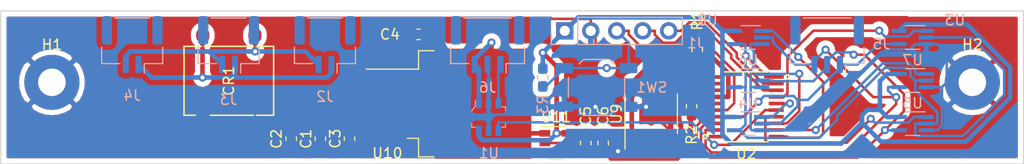
<source format=kicad_pcb>
(kicad_pcb (version 20171130) (host pcbnew "(5.1.6)-1")

  (general
    (thickness 1.6)
    (drawings 10)
    (tracks 388)
    (zones 0)
    (modules 30)
    (nets 27)
  )

  (page A4)
  (layers
    (0 F.Cu signal)
    (31 B.Cu signal)
    (32 B.Adhes user)
    (33 F.Adhes user)
    (34 B.Paste user)
    (35 F.Paste user)
    (36 B.SilkS user)
    (37 F.SilkS user)
    (38 B.Mask user)
    (39 F.Mask user)
    (40 Dwgs.User user)
    (41 Cmts.User user)
    (42 Eco1.User user)
    (43 Eco2.User user)
    (44 Edge.Cuts user)
    (45 Margin user)
    (46 B.CrtYd user)
    (47 F.CrtYd user)
    (48 B.Fab user hide)
    (49 F.Fab user hide)
  )

  (setup
    (last_trace_width 0.25)
    (trace_clearance 0.2)
    (zone_clearance 0.508)
    (zone_45_only no)
    (trace_min 0.2)
    (via_size 0.8)
    (via_drill 0.4)
    (via_min_size 0.4)
    (via_min_drill 0.3)
    (uvia_size 0.3)
    (uvia_drill 0.1)
    (uvias_allowed no)
    (uvia_min_size 0.2)
    (uvia_min_drill 0.1)
    (edge_width 0.1)
    (segment_width 0.2)
    (pcb_text_width 0.3)
    (pcb_text_size 1.5 1.5)
    (mod_edge_width 0.15)
    (mod_text_size 1 1)
    (mod_text_width 0.15)
    (pad_size 1.524 1.524)
    (pad_drill 0.762)
    (pad_to_mask_clearance 0)
    (aux_axis_origin 0 0)
    (visible_elements 7FFFF7FF)
    (pcbplotparams
      (layerselection 0x010fc_ffffffff)
      (usegerberextensions false)
      (usegerberattributes true)
      (usegerberadvancedattributes true)
      (creategerberjobfile true)
      (excludeedgelayer true)
      (linewidth 0.100000)
      (plotframeref false)
      (viasonmask false)
      (mode 1)
      (useauxorigin false)
      (hpglpennumber 1)
      (hpglpenspeed 20)
      (hpglpendiameter 15.000000)
      (psnegative false)
      (psa4output false)
      (plotreference true)
      (plotvalue true)
      (plotinvisibletext false)
      (padsonsilk false)
      (subtractmaskfromsilk false)
      (outputformat 1)
      (mirror false)
      (drillshape 0)
      (scaleselection 1)
      (outputdirectory "Output/"))
  )

  (net 0 "")
  (net 1 GND)
  (net 2 +VDC)
  (net 3 PRI_LO)
  (net 4 PRI_HI)
  (net 5 3.3V)
  (net 6 SCL)
  (net 7 SDA)
  (net 8 COM_DATA)
  (net 9 CH1_TX_EN)
  (net 10 CH1_RX_EN)
  (net 11 LED_OUT)
  (net 12 CH2_TX_EN)
  (net 13 CH2_RX_EN)
  (net 14 CH3_TX_EN)
  (net 15 CH3_RX_EN)
  (net 16 CH3_DATA)
  (net 17 CH2_DATA)
  (net 18 CH1_DATA)
  (net 19 SWCLK)
  (net 20 SWDIO)
  (net 21 NRST)
  (net 22 5V)
  (net 23 "Net-(U1-Pad4)")
  (net 24 "Net-(U2-Pad10)")
  (net 25 "Net-(U2-Pad3)")
  (net 26 "Net-(U11-Pad4)")

  (net_class Default "This is the default net class."
    (clearance 0.2)
    (trace_width 0.25)
    (via_dia 0.8)
    (via_drill 0.4)
    (uvia_dia 0.3)
    (uvia_drill 0.1)
    (add_net CH1_DATA)
    (add_net CH1_RX_EN)
    (add_net CH1_TX_EN)
    (add_net CH2_DATA)
    (add_net CH2_RX_EN)
    (add_net CH2_TX_EN)
    (add_net CH3_DATA)
    (add_net CH3_RX_EN)
    (add_net CH3_TX_EN)
    (add_net COM_DATA)
    (add_net GND)
    (add_net LED_OUT)
    (add_net NRST)
    (add_net "Net-(U1-Pad4)")
    (add_net "Net-(U11-Pad4)")
    (add_net "Net-(U2-Pad10)")
    (add_net "Net-(U2-Pad3)")
    (add_net SCL)
    (add_net SDA)
    (add_net SWCLK)
    (add_net SWDIO)
  )

  (net_class Power ""
    (clearance 0.2)
    (trace_width 0.45)
    (via_dia 0.8)
    (via_drill 0.4)
    (uvia_dia 0.3)
    (uvia_drill 0.1)
    (add_net +VDC)
    (add_net 3.3V)
    (add_net 5V)
    (add_net PRI_HI)
    (add_net PRI_LO)
  )

  (module Package_TO_SOT_SMD:TO-263-3_TabPin2 (layer F.Cu) (tedit 5A70FB8C) (tstamp 5FA3ED92)
    (at 151.5 135.8)
    (descr "TO-263 / D2PAK / DDPAK SMD package, http://www.infineon.com/cms/en/product/packages/PG-TO263/PG-TO263-3-1/")
    (tags "D2PAK DDPAK TO-263 D2PAK-3 TO-263-3 SOT-404")
    (path /5F395F1A/5FA399E2)
    (attr smd)
    (fp_text reference U10 (at -6 4.85) (layer F.SilkS)
      (effects (font (size 1 1) (thickness 0.15)))
    )
    (fp_text value LM1085-5.0 (at 0 -6.775) (layer F.Fab)
      (effects (font (size 1 1) (thickness 0.15)))
    )
    (fp_line (start 8.32 -5.65) (end -8.32 -5.65) (layer F.CrtYd) (width 0.05))
    (fp_line (start 8.32 5.65) (end 8.32 -5.65) (layer F.CrtYd) (width 0.05))
    (fp_line (start -8.32 5.65) (end 8.32 5.65) (layer F.CrtYd) (width 0.05))
    (fp_line (start -8.32 -5.65) (end -8.32 5.65) (layer F.CrtYd) (width 0.05))
    (fp_line (start -2.95 3.39) (end -4.05 3.39) (layer F.SilkS) (width 0.12))
    (fp_line (start -2.95 5.2) (end -2.95 3.39) (layer F.SilkS) (width 0.12))
    (fp_line (start -1.45 5.2) (end -2.95 5.2) (layer F.SilkS) (width 0.12))
    (fp_line (start -2.95 -3.39) (end -8.075 -3.39) (layer F.SilkS) (width 0.12))
    (fp_line (start -2.95 -5.2) (end -2.95 -3.39) (layer F.SilkS) (width 0.12))
    (fp_line (start -1.45 -5.2) (end -2.95 -5.2) (layer F.SilkS) (width 0.12))
    (fp_line (start -7.45 3.04) (end -2.75 3.04) (layer F.Fab) (width 0.1))
    (fp_line (start -7.45 2.04) (end -7.45 3.04) (layer F.Fab) (width 0.1))
    (fp_line (start -2.75 2.04) (end -7.45 2.04) (layer F.Fab) (width 0.1))
    (fp_line (start -7.45 0.5) (end -2.75 0.5) (layer F.Fab) (width 0.1))
    (fp_line (start -7.45 -0.5) (end -7.45 0.5) (layer F.Fab) (width 0.1))
    (fp_line (start -2.75 -0.5) (end -7.45 -0.5) (layer F.Fab) (width 0.1))
    (fp_line (start -7.45 -2.04) (end -2.75 -2.04) (layer F.Fab) (width 0.1))
    (fp_line (start -7.45 -3.04) (end -7.45 -2.04) (layer F.Fab) (width 0.1))
    (fp_line (start -2.75 -3.04) (end -7.45 -3.04) (layer F.Fab) (width 0.1))
    (fp_line (start -1.75 -5) (end 6.5 -5) (layer F.Fab) (width 0.1))
    (fp_line (start -2.75 -4) (end -1.75 -5) (layer F.Fab) (width 0.1))
    (fp_line (start -2.75 5) (end -2.75 -4) (layer F.Fab) (width 0.1))
    (fp_line (start 6.5 5) (end -2.75 5) (layer F.Fab) (width 0.1))
    (fp_line (start 6.5 -5) (end 6.5 5) (layer F.Fab) (width 0.1))
    (fp_line (start 7.5 5) (end 6.5 5) (layer F.Fab) (width 0.1))
    (fp_line (start 7.5 -5) (end 7.5 5) (layer F.Fab) (width 0.1))
    (fp_line (start 6.5 -5) (end 7.5 -5) (layer F.Fab) (width 0.1))
    (fp_text user %R (at 0 0) (layer F.Fab)
      (effects (font (size 1 1) (thickness 0.15)))
    )
    (pad "" smd rect (at 0.95 2.775) (size 4.55 5.25) (layers F.Paste))
    (pad "" smd rect (at 5.8 -2.775) (size 4.55 5.25) (layers F.Paste))
    (pad "" smd rect (at 0.95 -2.775) (size 4.55 5.25) (layers F.Paste))
    (pad "" smd rect (at 5.8 2.775) (size 4.55 5.25) (layers F.Paste))
    (pad 2 smd rect (at 3.375 0) (size 9.4 10.8) (layers F.Cu F.Mask)
      (net 22 5V))
    (pad 3 smd rect (at -5.775 2.54) (size 4.6 1.1) (layers F.Cu F.Paste F.Mask)
      (net 2 +VDC))
    (pad 2 smd rect (at -5.775 0) (size 4.6 1.1) (layers F.Cu F.Paste F.Mask)
      (net 22 5V))
    (pad 1 smd rect (at -5.775 -2.54) (size 4.6 1.1) (layers F.Cu F.Paste F.Mask)
      (net 1 GND))
    (model ${KISYS3DMOD}/Package_TO_SOT_SMD.3dshapes/TO-263-3_TabPin2.wrl
      (at (xyz 0 0 0))
      (scale (xyz 1 1 1))
      (rotate (xyz 0 0 0))
    )
  )

  (module df01s:DF01S (layer F.Cu) (tedit 0) (tstamp 5FA8F929)
    (at 130 133.55 90)
    (path /5F395F1A/5FA88EFB)
    (fp_text reference CR1 (at 0 0 90) (layer F.SilkS)
      (effects (font (size 1 1) (thickness 0.15)))
    )
    (fp_text value DF01S (at 0 0 90) (layer F.SilkS) hide
      (effects (font (size 1 1) (thickness 0.15)))
    )
    (fp_circle (center -2.9972 -2.55) (end -2.9972 -2.55) (layer F.Fab) (width 0.1524))
    (fp_line (start -3.5052 3.4517) (end -5.4533 3.4517) (layer F.CrtYd) (width 0.1524))
    (fp_line (start -3.5052 4.5085) (end -3.5052 3.4517) (layer F.CrtYd) (width 0.1524))
    (fp_line (start 3.5052 4.5085) (end -3.5052 4.5085) (layer F.CrtYd) (width 0.1524))
    (fp_line (start 3.5052 3.4517) (end 3.5052 4.5085) (layer F.CrtYd) (width 0.1524))
    (fp_line (start 5.4533 3.4517) (end 3.5052 3.4517) (layer F.CrtYd) (width 0.1524))
    (fp_line (start 5.4533 -3.4517) (end 5.4533 3.4517) (layer F.CrtYd) (width 0.1524))
    (fp_line (start 3.5052 -3.4517) (end 5.4533 -3.4517) (layer F.CrtYd) (width 0.1524))
    (fp_line (start 3.5052 -4.5085) (end 3.5052 -3.4517) (layer F.CrtYd) (width 0.1524))
    (fp_line (start -3.5052 -4.5085) (end 3.5052 -4.5085) (layer F.CrtYd) (width 0.1524))
    (fp_line (start -3.5052 -3.4517) (end -3.5052 -4.5085) (layer F.CrtYd) (width 0.1524))
    (fp_line (start -5.4533 -3.4517) (end -3.5052 -3.4517) (layer F.CrtYd) (width 0.1524))
    (fp_line (start -5.4533 3.4517) (end -5.4533 -3.4517) (layer F.CrtYd) (width 0.1524))
    (fp_line (start 3.3782 -2.691323) (end 3.3782 -4.3815) (layer F.SilkS) (width 0.1524))
    (fp_line (start 3.3782 2.408677) (end 3.3782 -2.408677) (layer F.SilkS) (width 0.1524))
    (fp_line (start -3.3782 2.691323) (end -3.3782 4.3815) (layer F.SilkS) (width 0.1524))
    (fp_line (start -3.3782 -1.820392) (end -3.3782 2.408677) (layer F.SilkS) (width 0.1524))
    (fp_line (start -3.2512 -4.2545) (end -3.2512 4.2545) (layer F.Fab) (width 0.1524))
    (fp_line (start 3.2512 -4.2545) (end -3.2512 -4.2545) (layer F.Fab) (width 0.1524))
    (fp_line (start 3.2512 4.2545) (end 3.2512 -4.2545) (layer F.Fab) (width 0.1524))
    (fp_line (start -3.2512 4.2545) (end 3.2512 4.2545) (layer F.Fab) (width 0.1524))
    (fp_line (start -3.3782 -4.3815) (end -3.3782 -3.279608) (layer F.SilkS) (width 0.1524))
    (fp_line (start 3.3782 -4.3815) (end -3.3782 -4.3815) (layer F.SilkS) (width 0.1524))
    (fp_line (start 3.3782 4.3815) (end 3.3782 2.691323) (layer F.SilkS) (width 0.1524))
    (fp_line (start -3.3782 4.3815) (end 3.3782 4.3815) (layer F.SilkS) (width 0.1524))
    (fp_arc (start 0 -4.2545) (end 0.3048 -4.2545) (angle 180) (layer F.Fab) (width 0.1524))
    (fp_text user 0.051in/1.295mm (at 7.498 -2.55 90) (layer Dwgs.User) hide
      (effects (font (size 1 1) (thickness 0.15)))
    )
    (fp_text user 0.35in/8.9mm (at 0 5.598 90) (layer Dwgs.User) hide
      (effects (font (size 1 1) (thickness 0.15)))
    )
    (fp_text user 0.201in/5.1mm (at -7.498 0 90) (layer Dwgs.User) hide
      (effects (font (size 1 1) (thickness 0.15)))
    )
    (fp_text user 0.059in/1.499mm (at -4.45 -7.3025 90) (layer Dwgs.User) hide
      (effects (font (size 1 1) (thickness 0.15)))
    )
    (fp_text user * (at 0 0 90) (layer F.Fab) hide
      (effects (font (size 1 1) (thickness 0.15)))
    )
    (fp_text user * (at 0 0 90) (layer F.SilkS) hide
      (effects (font (size 1 1) (thickness 0.15)))
    )
    (fp_text user "Copyright 2016 Accelerated Designs. All rights reserved." (at 0 0 90) (layer Cmts.User) hide
      (effects (font (size 0.127 0.127) (thickness 0.002)))
    )
    (pad 4 smd oval (at 4.450001 -2.55 90) (size 1.4986 1.2954) (layers F.Cu F.Paste F.Mask)
      (net 4 PRI_HI))
    (pad 3 smd oval (at 4.450001 2.55 90) (size 1.4986 1.2954) (layers F.Cu F.Paste F.Mask)
      (net 3 PRI_LO))
    (pad 2 smd oval (at -4.450001 2.55 90) (size 1.4986 1.2954) (layers F.Cu F.Paste F.Mask)
      (net 1 GND))
    (pad 1 smd rect (at -4.450001 -2.55 90) (size 1.4986 1.2954) (layers F.Cu F.Paste F.Mask)
      (net 2 +VDC))
  )

  (module Connector_JST:JST_GH_BM03B-GHS-TBT_1x03-1MP_P1.25mm_Vertical (layer B.Cu) (tedit 5B78AD87) (tstamp 5FA91228)
    (at 155.3 130 180)
    (descr "JST GH series connector, BM03B-GHS-TBT (http://www.jst-mfg.com/product/pdf/eng/eGH.pdf), generated with kicad-footprint-generator")
    (tags "connector JST GH side entry")
    (path /5F3717FF/5FA81F8B)
    (attr smd)
    (fp_text reference J6 (at 0 -4.2) (layer B.SilkS)
      (effects (font (size 1 1) (thickness 0.15)) (justify mirror))
    )
    (fp_text value Conn_01x03 (at 0 -4) (layer B.Fab)
      (effects (font (size 1 1) (thickness 0.15)) (justify mirror))
    )
    (fp_line (start -1.25 -1.042893) (end -0.75 -1.75) (layer B.Fab) (width 0.1))
    (fp_line (start -1.75 -1.75) (end -1.25 -1.042893) (layer B.Fab) (width 0.1))
    (fp_line (start 4.1 3.3) (end -4.1 3.3) (layer B.CrtYd) (width 0.05))
    (fp_line (start 4.1 -3.3) (end 4.1 3.3) (layer B.CrtYd) (width 0.05))
    (fp_line (start -4.1 -3.3) (end 4.1 -3.3) (layer B.CrtYd) (width 0.05))
    (fp_line (start -4.1 3.3) (end -4.1 -3.3) (layer B.CrtYd) (width 0.05))
    (fp_line (start 1.5 0.5) (end 1 0.5) (layer B.Fab) (width 0.1))
    (fp_line (start 1.5 0) (end 1.5 0.5) (layer B.Fab) (width 0.1))
    (fp_line (start 1 0) (end 1.5 0) (layer B.Fab) (width 0.1))
    (fp_line (start 1 0.5) (end 1 0) (layer B.Fab) (width 0.1))
    (fp_line (start 0.25 0.5) (end -0.25 0.5) (layer B.Fab) (width 0.1))
    (fp_line (start 0.25 0) (end 0.25 0.5) (layer B.Fab) (width 0.1))
    (fp_line (start -0.25 0) (end 0.25 0) (layer B.Fab) (width 0.1))
    (fp_line (start -0.25 0.5) (end -0.25 0) (layer B.Fab) (width 0.1))
    (fp_line (start -1 0.5) (end -1.5 0.5) (layer B.Fab) (width 0.1))
    (fp_line (start -1 0) (end -1 0.5) (layer B.Fab) (width 0.1))
    (fp_line (start -1.5 0) (end -1 0) (layer B.Fab) (width 0.1))
    (fp_line (start -1.5 0.5) (end -1.5 0) (layer B.Fab) (width 0.1))
    (fp_line (start 3.5 -1.75) (end 3.5 2.5) (layer B.Fab) (width 0.1))
    (fp_line (start -3.5 -1.75) (end -3.5 2.5) (layer B.Fab) (width 0.1))
    (fp_line (start -3.5 2.5) (end 3.5 2.5) (layer B.Fab) (width 0.1))
    (fp_line (start -2.34 2.61) (end 2.34 2.61) (layer B.SilkS) (width 0.12))
    (fp_line (start 3.61 -1.86) (end 1.81 -1.86) (layer B.SilkS) (width 0.12))
    (fp_line (start 3.61 -0.26) (end 3.61 -1.86) (layer B.SilkS) (width 0.12))
    (fp_line (start -1.81 -1.86) (end -1.81 -2.8) (layer B.SilkS) (width 0.12))
    (fp_line (start -3.61 -1.86) (end -1.81 -1.86) (layer B.SilkS) (width 0.12))
    (fp_line (start -3.61 -0.26) (end -3.61 -1.86) (layer B.SilkS) (width 0.12))
    (fp_line (start -3.5 -1.75) (end 3.5 -1.75) (layer B.Fab) (width 0.1))
    (fp_text user %R (at 0.05 1.55) (layer B.Fab)
      (effects (font (size 1 1) (thickness 0.15)) (justify mirror))
    )
    (pad 1 smd roundrect (at -1.25 -1.95 180) (size 0.6 1.7) (layers B.Cu B.Paste B.Mask) (roundrect_rratio 0.25)
      (net 11 LED_OUT))
    (pad 2 smd roundrect (at 0 -1.95 180) (size 0.6 1.7) (layers B.Cu B.Paste B.Mask) (roundrect_rratio 0.25)
      (net 1 GND))
    (pad 3 smd roundrect (at 1.25 -1.95 180) (size 0.6 1.7) (layers B.Cu B.Paste B.Mask) (roundrect_rratio 0.25)
      (net 22 5V))
    (pad MP smd roundrect (at -3.1 1.4 180) (size 1 2.8) (layers B.Cu B.Paste B.Mask) (roundrect_rratio 0.25))
    (pad MP smd roundrect (at 3.1 1.4 180) (size 1 2.8) (layers B.Cu B.Paste B.Mask) (roundrect_rratio 0.25))
    (model ${KISYS3DMOD}/Connector_JST.3dshapes/JST_GH_BM03B-GHS-TBT_1x03-1MP_P1.25mm_Vertical.wrl
      (at (xyz 0 0 0))
      (scale (xyz 1 1 1))
      (rotate (xyz 0 0 0))
    )
  )

  (module Button_Switch_SMD:SW_SPST_TL3342 (layer B.Cu) (tedit 5A02FC95) (tstamp 5FA55609)
    (at 165.95 134.2)
    (descr "Low-profile SMD Tactile Switch, https://www.e-switch.com/system/asset/product_line/data_sheet/165/TL3342.pdf")
    (tags "SPST Tactile Switch")
    (path /5F354543/5FA5E071)
    (attr smd)
    (fp_text reference SW1 (at 5.4 0) (layer B.SilkS)
      (effects (font (size 1 1) (thickness 0.15)) (justify mirror))
    )
    (fp_text value SW_Push (at 0 -3.75) (layer B.Fab)
      (effects (font (size 1 1) (thickness 0.15)) (justify mirror))
    )
    (fp_line (start 3.2 -2.1) (end 3.2 -1.6) (layer B.Fab) (width 0.1))
    (fp_line (start 3.2 2.1) (end 3.2 1.6) (layer B.Fab) (width 0.1))
    (fp_line (start -3.2 -2.1) (end -3.2 -1.6) (layer B.Fab) (width 0.1))
    (fp_line (start -3.2 2.1) (end -3.2 1.6) (layer B.Fab) (width 0.1))
    (fp_line (start 2.7 2.1) (end 2.7 1.6) (layer B.Fab) (width 0.1))
    (fp_line (start 1.7 2.1) (end 3.2 2.1) (layer B.Fab) (width 0.1))
    (fp_line (start 3.2 1.6) (end 2.2 1.6) (layer B.Fab) (width 0.1))
    (fp_line (start -2.7 2.1) (end -2.7 1.6) (layer B.Fab) (width 0.1))
    (fp_line (start -1.7 2.1) (end -3.2 2.1) (layer B.Fab) (width 0.1))
    (fp_line (start -3.2 1.6) (end -2.2 1.6) (layer B.Fab) (width 0.1))
    (fp_line (start -2.7 -2.1) (end -2.7 -1.6) (layer B.Fab) (width 0.1))
    (fp_line (start -3.2 -1.6) (end -2.2 -1.6) (layer B.Fab) (width 0.1))
    (fp_line (start -1.7 -2.1) (end -3.2 -2.1) (layer B.Fab) (width 0.1))
    (fp_line (start 1.7 -2.1) (end 3.2 -2.1) (layer B.Fab) (width 0.1))
    (fp_line (start 2.7 -2.1) (end 2.7 -1.6) (layer B.Fab) (width 0.1))
    (fp_line (start 3.2 -1.6) (end 2.2 -1.6) (layer B.Fab) (width 0.1))
    (fp_line (start -1.7 -2.3) (end -1.25 -2.75) (layer B.SilkS) (width 0.12))
    (fp_line (start 1.7 -2.3) (end 1.25 -2.75) (layer B.SilkS) (width 0.12))
    (fp_line (start 1.7 2.3) (end 1.25 2.75) (layer B.SilkS) (width 0.12))
    (fp_line (start -1.7 2.3) (end -1.25 2.75) (layer B.SilkS) (width 0.12))
    (fp_line (start -2 1) (end -1 2) (layer B.Fab) (width 0.1))
    (fp_line (start -1 2) (end 1 2) (layer B.Fab) (width 0.1))
    (fp_line (start 1 2) (end 2 1) (layer B.Fab) (width 0.1))
    (fp_line (start 2 1) (end 2 -1) (layer B.Fab) (width 0.1))
    (fp_line (start 2 -1) (end 1 -2) (layer B.Fab) (width 0.1))
    (fp_line (start 1 -2) (end -1 -2) (layer B.Fab) (width 0.1))
    (fp_line (start -1 -2) (end -2 -1) (layer B.Fab) (width 0.1))
    (fp_line (start -2 -1) (end -2 1) (layer B.Fab) (width 0.1))
    (fp_line (start 2.75 1) (end 2.75 -1) (layer B.SilkS) (width 0.12))
    (fp_line (start -1.25 -2.75) (end 1.25 -2.75) (layer B.SilkS) (width 0.12))
    (fp_line (start -2.75 1) (end -2.75 -1) (layer B.SilkS) (width 0.12))
    (fp_line (start -1.25 2.75) (end 1.25 2.75) (layer B.SilkS) (width 0.12))
    (fp_line (start -2.6 1.2) (end -2.6 -1.2) (layer B.Fab) (width 0.1))
    (fp_line (start -2.6 -1.2) (end -1.2 -2.6) (layer B.Fab) (width 0.1))
    (fp_line (start -1.2 -2.6) (end 1.2 -2.6) (layer B.Fab) (width 0.1))
    (fp_line (start 1.2 -2.6) (end 2.6 -1.2) (layer B.Fab) (width 0.1))
    (fp_line (start 2.6 -1.2) (end 2.6 1.2) (layer B.Fab) (width 0.1))
    (fp_line (start 2.6 1.2) (end 1.2 2.6) (layer B.Fab) (width 0.1))
    (fp_line (start 1.2 2.6) (end -1.2 2.6) (layer B.Fab) (width 0.1))
    (fp_line (start -1.2 2.6) (end -2.6 1.2) (layer B.Fab) (width 0.1))
    (fp_line (start -4.25 3) (end 4.25 3) (layer B.CrtYd) (width 0.05))
    (fp_line (start 4.25 3) (end 4.25 -3) (layer B.CrtYd) (width 0.05))
    (fp_line (start 4.25 -3) (end -4.25 -3) (layer B.CrtYd) (width 0.05))
    (fp_line (start -4.25 -3) (end -4.25 3) (layer B.CrtYd) (width 0.05))
    (fp_circle (center 0 0) (end 1 0) (layer B.Fab) (width 0.1))
    (fp_text user %R (at 0 3.75) (layer B.Fab)
      (effects (font (size 1 1) (thickness 0.15)) (justify mirror))
    )
    (pad 2 smd rect (at 3.15 -1.9) (size 1.7 1) (layers B.Cu B.Paste B.Mask)
      (net 21 NRST))
    (pad 2 smd rect (at -3.15 -1.9) (size 1.7 1) (layers B.Cu B.Paste B.Mask)
      (net 21 NRST))
    (pad 1 smd rect (at 3.15 1.9) (size 1.7 1) (layers B.Cu B.Paste B.Mask)
      (net 1 GND))
    (pad 1 smd rect (at -3.15 1.9) (size 1.7 1) (layers B.Cu B.Paste B.Mask)
      (net 1 GND))
    (model ${KISYS3DMOD}/Button_Switch_SMD.3dshapes/SW_SPST_TL3342.wrl
      (at (xyz 0 0 0))
      (scale (xyz 1 1 1))
      (rotate (xyz 0 0 0))
    )
  )

  (module MountingHole:MountingHole_2.7mm_M2.5_Pad (layer F.Cu) (tedit 56D1B4CB) (tstamp 5FA62E97)
    (at 202.7 133.7)
    (descr "Mounting Hole 2.7mm, M2.5")
    (tags "mounting hole 2.7mm m2.5")
    (path /5FA68840)
    (attr virtual)
    (fp_text reference H2 (at 0 -3.7) (layer F.SilkS)
      (effects (font (size 1 1) (thickness 0.15)))
    )
    (fp_text value MountingHole_Pad (at 0 3.7) (layer F.Fab)
      (effects (font (size 1 1) (thickness 0.15)))
    )
    (fp_circle (center 0 0) (end 2.95 0) (layer F.CrtYd) (width 0.05))
    (fp_circle (center 0 0) (end 2.7 0) (layer Cmts.User) (width 0.15))
    (fp_text user %R (at 0.3 0) (layer F.Fab)
      (effects (font (size 1 1) (thickness 0.15)))
    )
    (pad 1 thru_hole circle (at 0 0) (size 5.4 5.4) (drill 2.7) (layers *.Cu *.Mask)
      (net 1 GND))
  )

  (module MountingHole:MountingHole_2.7mm_M2.5_Pad (layer F.Cu) (tedit 56D1B4CB) (tstamp 5FA633B4)
    (at 112.7 133.7)
    (descr "Mounting Hole 2.7mm, M2.5")
    (tags "mounting hole 2.7mm m2.5")
    (path /5FA68397)
    (attr virtual)
    (fp_text reference H1 (at 0 -3.7) (layer F.SilkS)
      (effects (font (size 1 1) (thickness 0.15)))
    )
    (fp_text value MountingHole_Pad (at 0 3.7) (layer F.Fab)
      (effects (font (size 1 1) (thickness 0.15)))
    )
    (fp_circle (center 0 0) (end 2.95 0) (layer F.CrtYd) (width 0.05))
    (fp_circle (center 0 0) (end 2.7 0) (layer Cmts.User) (width 0.15))
    (fp_text user %R (at 0.3 0) (layer F.Fab)
      (effects (font (size 1 1) (thickness 0.15)))
    )
    (pad 1 thru_hole circle (at 0 0) (size 5.4 5.4) (drill 2.7) (layers *.Cu *.Mask)
      (net 1 GND))
  )

  (module Connector_PinSocket_2.54mm:PinSocket_1x05_P2.54mm_Vertical (layer B.Cu) (tedit 5A19A420) (tstamp 5FA543DC)
    (at 162.85 128.65 270)
    (descr "Through hole straight socket strip, 1x05, 2.54mm pitch, single row (from Kicad 4.0.7), script generated")
    (tags "Through hole socket strip THT 1x05 2.54mm single row")
    (path /5F3717FF/5FA65779)
    (fp_text reference J1 (at 1.2 -12.8 180) (layer B.SilkS)
      (effects (font (size 1 1) (thickness 0.15)) (justify mirror))
    )
    (fp_text value Conn_01x05 (at 0 -12.93 90) (layer B.Fab)
      (effects (font (size 1 1) (thickness 0.15)) (justify mirror))
    )
    (fp_line (start -1.8 -11.9) (end -1.8 1.8) (layer B.CrtYd) (width 0.05))
    (fp_line (start 1.75 -11.9) (end -1.8 -11.9) (layer B.CrtYd) (width 0.05))
    (fp_line (start 1.75 1.8) (end 1.75 -11.9) (layer B.CrtYd) (width 0.05))
    (fp_line (start -1.8 1.8) (end 1.75 1.8) (layer B.CrtYd) (width 0.05))
    (fp_line (start 0 1.33) (end 1.33 1.33) (layer B.SilkS) (width 0.12))
    (fp_line (start 1.33 1.33) (end 1.33 0) (layer B.SilkS) (width 0.12))
    (fp_line (start 1.33 -1.27) (end 1.33 -11.49) (layer B.SilkS) (width 0.12))
    (fp_line (start -1.33 -11.49) (end 1.33 -11.49) (layer B.SilkS) (width 0.12))
    (fp_line (start -1.33 -1.27) (end -1.33 -11.49) (layer B.SilkS) (width 0.12))
    (fp_line (start -1.33 -1.27) (end 1.33 -1.27) (layer B.SilkS) (width 0.12))
    (fp_line (start -1.27 -11.43) (end -1.27 1.27) (layer B.Fab) (width 0.1))
    (fp_line (start 1.27 -11.43) (end -1.27 -11.43) (layer B.Fab) (width 0.1))
    (fp_line (start 1.27 0.635) (end 1.27 -11.43) (layer B.Fab) (width 0.1))
    (fp_line (start 0.635 1.27) (end 1.27 0.635) (layer B.Fab) (width 0.1))
    (fp_line (start -1.27 1.27) (end 0.635 1.27) (layer B.Fab) (width 0.1))
    (fp_text user %R (at 0 -5.08 180) (layer B.Fab)
      (effects (font (size 1 1) (thickness 0.15)) (justify mirror))
    )
    (pad 5 thru_hole oval (at 0 -10.16 270) (size 1.7 1.7) (drill 1) (layers *.Cu *.Mask)
      (net 19 SWCLK))
    (pad 4 thru_hole oval (at 0 -7.62 270) (size 1.7 1.7) (drill 1) (layers *.Cu *.Mask)
      (net 20 SWDIO))
    (pad 3 thru_hole oval (at 0 -5.08 270) (size 1.7 1.7) (drill 1) (layers *.Cu *.Mask)
      (net 21 NRST))
    (pad 2 thru_hole oval (at 0 -2.54 270) (size 1.7 1.7) (drill 1) (layers *.Cu *.Mask)
      (net 1 GND))
    (pad 1 thru_hole rect (at 0 0 270) (size 1.7 1.7) (drill 1) (layers *.Cu *.Mask)
      (net 5 3.3V))
    (model ${KISYS3DMOD}/Connector_PinSocket_2.54mm.3dshapes/PinSocket_1x05_P2.54mm_Vertical.wrl
      (at (xyz 0 0 0))
      (scale (xyz 1 1 1))
      (rotate (xyz 0 0 0))
    )
  )

  (module digikey-footprints:SOT-23-6 (layer B.Cu) (tedit 5D28A5EB) (tstamp 5FA4DA9D)
    (at 155.4 137.1)
    (path /5F354543/5FA4BDE1)
    (attr smd)
    (fp_text reference U1 (at 0.025 3.55 180) (layer B.SilkS)
      (effects (font (size 1 1) (thickness 0.15)) (justify mirror))
    )
    (fp_text value SN74LVC1T45DBVR (at -0.025 -3.575 180) (layer B.Fab)
      (effects (font (size 1 1) (thickness 0.15)) (justify mirror))
    )
    (fp_line (start 1.525 -0.875) (end 1.525 0.875) (layer B.Fab) (width 0.1))
    (fp_line (start 1.525 0.875) (end -1.525 0.875) (layer B.Fab) (width 0.1))
    (fp_line (start 1.65 1) (end 1.65 0.65) (layer B.SilkS) (width 0.1))
    (fp_line (start 1.3 1) (end 1.65 1) (layer B.SilkS) (width 0.1))
    (fp_line (start 1.65 -1) (end 1.3 -1) (layer B.SilkS) (width 0.1))
    (fp_line (start 1.65 -0.65) (end 1.65 -1) (layer B.SilkS) (width 0.1))
    (fp_line (start -1.65 1) (end -1.65 0.65) (layer B.SilkS) (width 0.1))
    (fp_line (start -1.3 1) (end -1.65 1) (layer B.SilkS) (width 0.1))
    (fp_line (start -1.525 -0.55) (end -1.275 -0.875) (layer B.Fab) (width 0.1))
    (fp_line (start -1.525 -0.55) (end -1.525 0.875) (layer B.Fab) (width 0.1))
    (fp_line (start 1.525 -0.875) (end -1.275 -0.875) (layer B.Fab) (width 0.1))
    (fp_line (start -1.3 -1.05) (end -1.65 -0.6) (layer B.SilkS) (width 0.1))
    (fp_line (start -1.3 -1.65) (end -1.3 -1.05) (layer B.SilkS) (width 0.1))
    (fp_line (start -1.825 2.1) (end 1.825 2.1) (layer B.CrtYd) (width 0.05))
    (fp_line (start 1.825 2.1) (end 1.825 -2.1) (layer B.CrtYd) (width 0.05))
    (fp_line (start 1.825 -2.1) (end -1.825 -2.1) (layer B.CrtYd) (width 0.05))
    (fp_line (start -1.825 -2.1) (end -1.825 2.1) (layer B.CrtYd) (width 0.05))
    (fp_text user %R (at 0.025 0 180) (layer B.Fab)
      (effects (font (size 0.75 0.75) (thickness 0.075)) (justify mirror))
    )
    (pad 6 smd rect (at -0.95 1.35) (size 0.55 1) (layers B.Cu B.Paste B.Mask)
      (net 5 3.3V))
    (pad 5 smd rect (at 0 1.35) (size 0.55 1) (layers B.Cu B.Paste B.Mask)
      (net 1 GND))
    (pad 4 smd rect (at 0.95 1.35) (size 0.55 1) (layers B.Cu B.Paste B.Mask)
      (net 23 "Net-(U1-Pad4)"))
    (pad 1 smd rect (at -0.95 -1.35) (size 0.55 1) (layers B.Cu B.Paste B.Mask)
      (net 22 5V))
    (pad 2 smd rect (at 0 -1.35) (size 0.55 1) (layers B.Cu B.Paste B.Mask)
      (net 1 GND))
    (pad 3 smd rect (at 0.95 -1.35) (size 0.55 1) (layers B.Cu B.Paste B.Mask)
      (net 11 LED_OUT))
  )

  (module Connector_JST:JST_GH_BM03B-GHS-TBT_1x03-1MP_P1.25mm_Vertical (layer B.Cu) (tedit 5B78AD87) (tstamp 5FA4D83B)
    (at 188.5 130 180)
    (descr "JST GH series connector, BM03B-GHS-TBT (http://www.jst-mfg.com/product/pdf/eng/eGH.pdf), generated with kicad-footprint-generator")
    (tags "connector JST GH side entry")
    (path /5F3717FF/5FA6BF69)
    (attr smd)
    (fp_text reference J5 (at -5.3 0.05) (layer B.SilkS)
      (effects (font (size 1 1) (thickness 0.15)) (justify mirror))
    )
    (fp_text value Conn_01x03 (at 0 -4) (layer B.Fab)
      (effects (font (size 1 1) (thickness 0.15)) (justify mirror))
    )
    (fp_line (start -3.5 -1.75) (end 3.5 -1.75) (layer B.Fab) (width 0.1))
    (fp_line (start -3.61 -0.26) (end -3.61 -1.86) (layer B.SilkS) (width 0.12))
    (fp_line (start -3.61 -1.86) (end -1.81 -1.86) (layer B.SilkS) (width 0.12))
    (fp_line (start -1.81 -1.86) (end -1.81 -2.8) (layer B.SilkS) (width 0.12))
    (fp_line (start 3.61 -0.26) (end 3.61 -1.86) (layer B.SilkS) (width 0.12))
    (fp_line (start 3.61 -1.86) (end 1.81 -1.86) (layer B.SilkS) (width 0.12))
    (fp_line (start -2.34 2.61) (end 2.34 2.61) (layer B.SilkS) (width 0.12))
    (fp_line (start -3.5 2.5) (end 3.5 2.5) (layer B.Fab) (width 0.1))
    (fp_line (start -3.5 -1.75) (end -3.5 2.5) (layer B.Fab) (width 0.1))
    (fp_line (start 3.5 -1.75) (end 3.5 2.5) (layer B.Fab) (width 0.1))
    (fp_line (start -1.5 0.5) (end -1.5 0) (layer B.Fab) (width 0.1))
    (fp_line (start -1.5 0) (end -1 0) (layer B.Fab) (width 0.1))
    (fp_line (start -1 0) (end -1 0.5) (layer B.Fab) (width 0.1))
    (fp_line (start -1 0.5) (end -1.5 0.5) (layer B.Fab) (width 0.1))
    (fp_line (start -0.25 0.5) (end -0.25 0) (layer B.Fab) (width 0.1))
    (fp_line (start -0.25 0) (end 0.25 0) (layer B.Fab) (width 0.1))
    (fp_line (start 0.25 0) (end 0.25 0.5) (layer B.Fab) (width 0.1))
    (fp_line (start 0.25 0.5) (end -0.25 0.5) (layer B.Fab) (width 0.1))
    (fp_line (start 1 0.5) (end 1 0) (layer B.Fab) (width 0.1))
    (fp_line (start 1 0) (end 1.5 0) (layer B.Fab) (width 0.1))
    (fp_line (start 1.5 0) (end 1.5 0.5) (layer B.Fab) (width 0.1))
    (fp_line (start 1.5 0.5) (end 1 0.5) (layer B.Fab) (width 0.1))
    (fp_line (start -4.1 3.3) (end -4.1 -3.3) (layer B.CrtYd) (width 0.05))
    (fp_line (start -4.1 -3.3) (end 4.1 -3.3) (layer B.CrtYd) (width 0.05))
    (fp_line (start 4.1 -3.3) (end 4.1 3.3) (layer B.CrtYd) (width 0.05))
    (fp_line (start 4.1 3.3) (end -4.1 3.3) (layer B.CrtYd) (width 0.05))
    (fp_line (start -1.75 -1.75) (end -1.25 -1.042893) (layer B.Fab) (width 0.1))
    (fp_line (start -1.25 -1.042893) (end -0.75 -1.75) (layer B.Fab) (width 0.1))
    (fp_text user %R (at 0 1.5) (layer B.Fab)
      (effects (font (size 1 1) (thickness 0.15)) (justify mirror))
    )
    (pad 1 smd roundrect (at -1.25 -1.95 180) (size 0.6 1.7) (layers B.Cu B.Paste B.Mask) (roundrect_rratio 0.25)
      (net 18 CH1_DATA))
    (pad 2 smd roundrect (at 0 -1.95 180) (size 0.6 1.7) (layers B.Cu B.Paste B.Mask) (roundrect_rratio 0.25)
      (net 17 CH2_DATA))
    (pad 3 smd roundrect (at 1.25 -1.95 180) (size 0.6 1.7) (layers B.Cu B.Paste B.Mask) (roundrect_rratio 0.25)
      (net 16 CH3_DATA))
    (pad MP smd roundrect (at -3.1 1.4 180) (size 1 2.8) (layers B.Cu B.Paste B.Mask) (roundrect_rratio 0.25))
    (pad MP smd roundrect (at 3.1 1.4 180) (size 1 2.8) (layers B.Cu B.Paste B.Mask) (roundrect_rratio 0.25))
    (model ${KISYS3DMOD}/Connector_JST.3dshapes/JST_GH_BM03B-GHS-TBT_1x03-1MP_P1.25mm_Vertical.wrl
      (at (xyz 0 0 0))
      (scale (xyz 1 1 1))
      (rotate (xyz 0 0 0))
    )
  )

  (module Connector_JST:JST_GH_BM02B-GHS-TBT_1x02-1MP_P1.25mm_Vertical (layer B.Cu) (tedit 5B78AD87) (tstamp 5FA4D815)
    (at 120.55 130 180)
    (descr "JST GH series connector, BM02B-GHS-TBT (http://www.jst-mfg.com/product/pdf/eng/eGH.pdf), generated with kicad-footprint-generator")
    (tags "connector JST GH side entry")
    (path /5F3717FF/5FA689E4)
    (attr smd)
    (fp_text reference J4 (at 0 -5) (layer B.SilkS)
      (effects (font (size 1 1) (thickness 0.15)) (justify mirror))
    )
    (fp_text value Conn_01x02 (at 0 -4) (layer B.Fab)
      (effects (font (size 1 1) (thickness 0.15)) (justify mirror))
    )
    (fp_line (start -2.875 -1.75) (end 2.875 -1.75) (layer B.Fab) (width 0.1))
    (fp_line (start -2.985 -0.26) (end -2.985 -1.86) (layer B.SilkS) (width 0.12))
    (fp_line (start -2.985 -1.86) (end -1.185 -1.86) (layer B.SilkS) (width 0.12))
    (fp_line (start -1.185 -1.86) (end -1.185 -2.8) (layer B.SilkS) (width 0.12))
    (fp_line (start 2.985 -0.26) (end 2.985 -1.86) (layer B.SilkS) (width 0.12))
    (fp_line (start 2.985 -1.86) (end 1.185 -1.86) (layer B.SilkS) (width 0.12))
    (fp_line (start -1.715 2.61) (end 1.715 2.61) (layer B.SilkS) (width 0.12))
    (fp_line (start -2.875 2.5) (end 2.875 2.5) (layer B.Fab) (width 0.1))
    (fp_line (start -2.875 -1.75) (end -2.875 2.5) (layer B.Fab) (width 0.1))
    (fp_line (start 2.875 -1.75) (end 2.875 2.5) (layer B.Fab) (width 0.1))
    (fp_line (start -0.875 0.5) (end -0.875 0) (layer B.Fab) (width 0.1))
    (fp_line (start -0.875 0) (end -0.375 0) (layer B.Fab) (width 0.1))
    (fp_line (start -0.375 0) (end -0.375 0.5) (layer B.Fab) (width 0.1))
    (fp_line (start -0.375 0.5) (end -0.875 0.5) (layer B.Fab) (width 0.1))
    (fp_line (start 0.375 0.5) (end 0.375 0) (layer B.Fab) (width 0.1))
    (fp_line (start 0.375 0) (end 0.875 0) (layer B.Fab) (width 0.1))
    (fp_line (start 0.875 0) (end 0.875 0.5) (layer B.Fab) (width 0.1))
    (fp_line (start 0.875 0.5) (end 0.375 0.5) (layer B.Fab) (width 0.1))
    (fp_line (start -3.48 3.3) (end -3.48 -3.3) (layer B.CrtYd) (width 0.05))
    (fp_line (start -3.48 -3.3) (end 3.48 -3.3) (layer B.CrtYd) (width 0.05))
    (fp_line (start 3.48 -3.3) (end 3.48 3.3) (layer B.CrtYd) (width 0.05))
    (fp_line (start 3.48 3.3) (end -3.48 3.3) (layer B.CrtYd) (width 0.05))
    (fp_line (start -1.125 -1.75) (end -0.625 -1.042893) (layer B.Fab) (width 0.1))
    (fp_line (start -0.625 -1.042893) (end -0.125 -1.75) (layer B.Fab) (width 0.1))
    (fp_text user %R (at 0 1.5) (layer B.Fab)
      (effects (font (size 1 1) (thickness 0.15)) (justify mirror))
    )
    (pad 1 smd roundrect (at -0.625 -1.95 180) (size 0.6 1.7) (layers B.Cu B.Paste B.Mask) (roundrect_rratio 0.25)
      (net 4 PRI_HI))
    (pad 2 smd roundrect (at 0.625 -1.95 180) (size 0.6 1.7) (layers B.Cu B.Paste B.Mask) (roundrect_rratio 0.25)
      (net 3 PRI_LO))
    (pad MP smd roundrect (at -2.475 1.4 180) (size 1 2.8) (layers B.Cu B.Paste B.Mask) (roundrect_rratio 0.25))
    (pad MP smd roundrect (at 2.475 1.4 180) (size 1 2.8) (layers B.Cu B.Paste B.Mask) (roundrect_rratio 0.25))
    (model ${KISYS3DMOD}/Connector_JST.3dshapes/JST_GH_BM02B-GHS-TBT_1x02-1MP_P1.25mm_Vertical.wrl
      (at (xyz 0 0 0))
      (scale (xyz 1 1 1))
      (rotate (xyz 0 0 0))
    )
  )

  (module Connector_JST:JST_GH_BM02B-GHS-TBT_1x02-1MP_P1.25mm_Vertical (layer B.Cu) (tedit 5B78AD87) (tstamp 5FA4D7F4)
    (at 129.975 130 180)
    (descr "JST GH series connector, BM02B-GHS-TBT (http://www.jst-mfg.com/product/pdf/eng/eGH.pdf), generated with kicad-footprint-generator")
    (tags "connector JST GH side entry")
    (path /5F3717FF/5FA6866E)
    (attr smd)
    (fp_text reference J3 (at 0 -5.4) (layer B.SilkS)
      (effects (font (size 1 1) (thickness 0.15)) (justify mirror))
    )
    (fp_text value Conn_01x02 (at 0 -4) (layer B.Fab)
      (effects (font (size 1 1) (thickness 0.15)) (justify mirror))
    )
    (fp_line (start -2.875 -1.75) (end 2.875 -1.75) (layer B.Fab) (width 0.1))
    (fp_line (start -2.985 -0.26) (end -2.985 -1.86) (layer B.SilkS) (width 0.12))
    (fp_line (start -2.985 -1.86) (end -1.185 -1.86) (layer B.SilkS) (width 0.12))
    (fp_line (start -1.185 -1.86) (end -1.185 -2.8) (layer B.SilkS) (width 0.12))
    (fp_line (start 2.985 -0.26) (end 2.985 -1.86) (layer B.SilkS) (width 0.12))
    (fp_line (start 2.985 -1.86) (end 1.185 -1.86) (layer B.SilkS) (width 0.12))
    (fp_line (start -1.715 2.61) (end 1.715 2.61) (layer B.SilkS) (width 0.12))
    (fp_line (start -2.875 2.5) (end 2.875 2.5) (layer B.Fab) (width 0.1))
    (fp_line (start -2.875 -1.75) (end -2.875 2.5) (layer B.Fab) (width 0.1))
    (fp_line (start 2.875 -1.75) (end 2.875 2.5) (layer B.Fab) (width 0.1))
    (fp_line (start -0.875 0.5) (end -0.875 0) (layer B.Fab) (width 0.1))
    (fp_line (start -0.875 0) (end -0.375 0) (layer B.Fab) (width 0.1))
    (fp_line (start -0.375 0) (end -0.375 0.5) (layer B.Fab) (width 0.1))
    (fp_line (start -0.375 0.5) (end -0.875 0.5) (layer B.Fab) (width 0.1))
    (fp_line (start 0.375 0.5) (end 0.375 0) (layer B.Fab) (width 0.1))
    (fp_line (start 0.375 0) (end 0.875 0) (layer B.Fab) (width 0.1))
    (fp_line (start 0.875 0) (end 0.875 0.5) (layer B.Fab) (width 0.1))
    (fp_line (start 0.875 0.5) (end 0.375 0.5) (layer B.Fab) (width 0.1))
    (fp_line (start -3.48 3.3) (end -3.48 -3.3) (layer B.CrtYd) (width 0.05))
    (fp_line (start -3.48 -3.3) (end 3.48 -3.3) (layer B.CrtYd) (width 0.05))
    (fp_line (start 3.48 -3.3) (end 3.48 3.3) (layer B.CrtYd) (width 0.05))
    (fp_line (start 3.48 3.3) (end -3.48 3.3) (layer B.CrtYd) (width 0.05))
    (fp_line (start -1.125 -1.75) (end -0.625 -1.042893) (layer B.Fab) (width 0.1))
    (fp_line (start -0.625 -1.042893) (end -0.125 -1.75) (layer B.Fab) (width 0.1))
    (fp_text user %R (at 0 1.5) (layer B.Fab)
      (effects (font (size 1 1) (thickness 0.15)) (justify mirror))
    )
    (pad 1 smd roundrect (at -0.625 -1.95 180) (size 0.6 1.7) (layers B.Cu B.Paste B.Mask) (roundrect_rratio 0.25)
      (net 4 PRI_HI))
    (pad 2 smd roundrect (at 0.625 -1.95 180) (size 0.6 1.7) (layers B.Cu B.Paste B.Mask) (roundrect_rratio 0.25)
      (net 3 PRI_LO))
    (pad MP smd roundrect (at -2.475 1.4 180) (size 1 2.8) (layers B.Cu B.Paste B.Mask) (roundrect_rratio 0.25))
    (pad MP smd roundrect (at 2.475 1.4 180) (size 1 2.8) (layers B.Cu B.Paste B.Mask) (roundrect_rratio 0.25))
    (model ${KISYS3DMOD}/Connector_JST.3dshapes/JST_GH_BM02B-GHS-TBT_1x02-1MP_P1.25mm_Vertical.wrl
      (at (xyz 0 0 0))
      (scale (xyz 1 1 1))
      (rotate (xyz 0 0 0))
    )
  )

  (module Connector_JST:JST_GH_BM02B-GHS-TBT_1x02-1MP_P1.25mm_Vertical (layer B.Cu) (tedit 5B78AD87) (tstamp 5FA4D7D3)
    (at 139.4 130 180)
    (descr "JST GH series connector, BM02B-GHS-TBT (http://www.jst-mfg.com/product/pdf/eng/eGH.pdf), generated with kicad-footprint-generator")
    (tags "connector JST GH side entry")
    (path /5F3717FF/5FA677C8)
    (attr smd)
    (fp_text reference J2 (at 0 -5.1) (layer B.SilkS)
      (effects (font (size 1 1) (thickness 0.15)) (justify mirror))
    )
    (fp_text value Conn_01x02 (at 0 -4) (layer B.Fab)
      (effects (font (size 1 1) (thickness 0.15)) (justify mirror))
    )
    (fp_line (start -2.875 -1.75) (end 2.875 -1.75) (layer B.Fab) (width 0.1))
    (fp_line (start -2.985 -0.26) (end -2.985 -1.86) (layer B.SilkS) (width 0.12))
    (fp_line (start -2.985 -1.86) (end -1.185 -1.86) (layer B.SilkS) (width 0.12))
    (fp_line (start -1.185 -1.86) (end -1.185 -2.8) (layer B.SilkS) (width 0.12))
    (fp_line (start 2.985 -0.26) (end 2.985 -1.86) (layer B.SilkS) (width 0.12))
    (fp_line (start 2.985 -1.86) (end 1.185 -1.86) (layer B.SilkS) (width 0.12))
    (fp_line (start -1.715 2.61) (end 1.715 2.61) (layer B.SilkS) (width 0.12))
    (fp_line (start -2.875 2.5) (end 2.875 2.5) (layer B.Fab) (width 0.1))
    (fp_line (start -2.875 -1.75) (end -2.875 2.5) (layer B.Fab) (width 0.1))
    (fp_line (start 2.875 -1.75) (end 2.875 2.5) (layer B.Fab) (width 0.1))
    (fp_line (start -0.875 0.5) (end -0.875 0) (layer B.Fab) (width 0.1))
    (fp_line (start -0.875 0) (end -0.375 0) (layer B.Fab) (width 0.1))
    (fp_line (start -0.375 0) (end -0.375 0.5) (layer B.Fab) (width 0.1))
    (fp_line (start -0.375 0.5) (end -0.875 0.5) (layer B.Fab) (width 0.1))
    (fp_line (start 0.375 0.5) (end 0.375 0) (layer B.Fab) (width 0.1))
    (fp_line (start 0.375 0) (end 0.875 0) (layer B.Fab) (width 0.1))
    (fp_line (start 0.875 0) (end 0.875 0.5) (layer B.Fab) (width 0.1))
    (fp_line (start 0.875 0.5) (end 0.375 0.5) (layer B.Fab) (width 0.1))
    (fp_line (start -3.48 3.3) (end -3.48 -3.3) (layer B.CrtYd) (width 0.05))
    (fp_line (start -3.48 -3.3) (end 3.48 -3.3) (layer B.CrtYd) (width 0.05))
    (fp_line (start 3.48 -3.3) (end 3.48 3.3) (layer B.CrtYd) (width 0.05))
    (fp_line (start 3.48 3.3) (end -3.48 3.3) (layer B.CrtYd) (width 0.05))
    (fp_line (start -1.125 -1.75) (end -0.625 -1.042893) (layer B.Fab) (width 0.1))
    (fp_line (start -0.625 -1.042893) (end -0.125 -1.75) (layer B.Fab) (width 0.1))
    (fp_text user %R (at 0 1.5) (layer B.Fab)
      (effects (font (size 1 1) (thickness 0.15)) (justify mirror))
    )
    (pad 1 smd roundrect (at -0.625 -1.95 180) (size 0.6 1.7) (layers B.Cu B.Paste B.Mask) (roundrect_rratio 0.25)
      (net 4 PRI_HI))
    (pad 2 smd roundrect (at 0.625 -1.95 180) (size 0.6 1.7) (layers B.Cu B.Paste B.Mask) (roundrect_rratio 0.25)
      (net 3 PRI_LO))
    (pad MP smd roundrect (at -2.475 1.4 180) (size 1 2.8) (layers B.Cu B.Paste B.Mask) (roundrect_rratio 0.25))
    (pad MP smd roundrect (at 2.475 1.4 180) (size 1 2.8) (layers B.Cu B.Paste B.Mask) (roundrect_rratio 0.25))
    (model ${KISYS3DMOD}/Connector_JST.3dshapes/JST_GH_BM02B-GHS-TBT_1x02-1MP_P1.25mm_Vertical.wrl
      (at (xyz 0 0 0))
      (scale (xyz 1 1 1))
      (rotate (xyz 0 0 0))
    )
  )

  (module Package_TO_SOT_SMD:SOT-353_SC-70-5_Handsoldering (layer B.Cu) (tedit 5C9ED275) (tstamp 5FA3ED6A)
    (at 180.77 129.3 180)
    (descr "SOT-353, SC-70-5, Handsoldering")
    (tags "SOT-353 SC-70-5 Handsoldering")
    (path /5F373590/5FA738DE)
    (attr smd)
    (fp_text reference U8 (at 3.97 1.7 180) (layer B.SilkS)
      (effects (font (size 1 1) (thickness 0.15)) (justify mirror))
    )
    (fp_text value 74LVC1G125 (at 0 -2) (layer B.Fab)
      (effects (font (size 1 1) (thickness 0.15)) (justify mirror))
    )
    (fp_line (start -0.175 1.1) (end -0.675 0.6) (layer B.Fab) (width 0.1))
    (fp_line (start 0.675 -1.1) (end -0.675 -1.1) (layer B.Fab) (width 0.1))
    (fp_line (start 0.675 1.1) (end 0.675 -1.1) (layer B.Fab) (width 0.1))
    (fp_line (start -2.4 -1.4) (end 2.4 -1.4) (layer B.CrtYd) (width 0.05))
    (fp_line (start -0.675 0.6) (end -0.675 -1.1) (layer B.Fab) (width 0.1))
    (fp_line (start 0.675 1.1) (end -0.175 1.1) (layer B.Fab) (width 0.1))
    (fp_line (start -2.4 1.4) (end 2.4 1.4) (layer B.CrtYd) (width 0.05))
    (fp_line (start -2.4 1.4) (end -2.4 -1.4) (layer B.CrtYd) (width 0.05))
    (fp_line (start 2.4 -1.4) (end 2.4 1.4) (layer B.CrtYd) (width 0.05))
    (fp_line (start -0.7 -1.16) (end 0.7 -1.16) (layer B.SilkS) (width 0.12))
    (fp_line (start 0.7 1.16) (end -1.2 1.16) (layer B.SilkS) (width 0.12))
    (fp_text user %R (at 0 0 90) (layer B.Fab)
      (effects (font (size 0.5 0.5) (thickness 0.075)) (justify mirror))
    )
    (pad 5 smd rect (at 1.33 0.65 180) (size 1.5 0.4) (layers B.Cu B.Paste B.Mask)
      (net 5 3.3V))
    (pad 4 smd rect (at 1.33 -0.65 180) (size 1.5 0.4) (layers B.Cu B.Paste B.Mask)
      (net 8 COM_DATA))
    (pad 3 smd rect (at -1.33 -0.65 180) (size 1.5 0.4) (layers B.Cu B.Paste B.Mask)
      (net 1 GND))
    (pad 2 smd rect (at -1.33 0 180) (size 1.5 0.4) (layers B.Cu B.Paste B.Mask)
      (net 16 CH3_DATA))
    (pad 1 smd rect (at -1.33 0.65 180) (size 1.5 0.4) (layers B.Cu B.Paste B.Mask)
      (net 15 CH3_RX_EN))
    (model ${KISYS3DMOD}/Package_TO_SOT_SMD.3dshapes/SOT-353_SC-70-5.wrl
      (at (xyz 0 0 0))
      (scale (xyz 1 1 1))
      (rotate (xyz 0 0 0))
    )
  )

  (module Package_TO_SOT_SMD:SOT-353_SC-70-5_Handsoldering (layer B.Cu) (tedit 5C9ED275) (tstamp 5FA3ED55)
    (at 196.87 133.525 180)
    (descr "SOT-353, SC-70-5, Handsoldering")
    (tags "SOT-353 SC-70-5 Handsoldering")
    (path /5F373590/5FA738D8)
    (attr smd)
    (fp_text reference U7 (at 0 2 180) (layer B.SilkS)
      (effects (font (size 1 1) (thickness 0.15)) (justify mirror))
    )
    (fp_text value 74LVC1G125 (at 0 -2) (layer B.Fab)
      (effects (font (size 1 1) (thickness 0.15)) (justify mirror))
    )
    (fp_line (start -0.175 1.1) (end -0.675 0.6) (layer B.Fab) (width 0.1))
    (fp_line (start 0.675 -1.1) (end -0.675 -1.1) (layer B.Fab) (width 0.1))
    (fp_line (start 0.675 1.1) (end 0.675 -1.1) (layer B.Fab) (width 0.1))
    (fp_line (start -2.4 -1.4) (end 2.4 -1.4) (layer B.CrtYd) (width 0.05))
    (fp_line (start -0.675 0.6) (end -0.675 -1.1) (layer B.Fab) (width 0.1))
    (fp_line (start 0.675 1.1) (end -0.175 1.1) (layer B.Fab) (width 0.1))
    (fp_line (start -2.4 1.4) (end 2.4 1.4) (layer B.CrtYd) (width 0.05))
    (fp_line (start -2.4 1.4) (end -2.4 -1.4) (layer B.CrtYd) (width 0.05))
    (fp_line (start 2.4 -1.4) (end 2.4 1.4) (layer B.CrtYd) (width 0.05))
    (fp_line (start -0.7 -1.16) (end 0.7 -1.16) (layer B.SilkS) (width 0.12))
    (fp_line (start 0.7 1.16) (end -1.2 1.16) (layer B.SilkS) (width 0.12))
    (fp_text user %R (at 0 0 90) (layer B.Fab)
      (effects (font (size 0.5 0.5) (thickness 0.075)) (justify mirror))
    )
    (pad 5 smd rect (at 1.33 0.65 180) (size 1.5 0.4) (layers B.Cu B.Paste B.Mask)
      (net 5 3.3V))
    (pad 4 smd rect (at 1.33 -0.65 180) (size 1.5 0.4) (layers B.Cu B.Paste B.Mask)
      (net 16 CH3_DATA))
    (pad 3 smd rect (at -1.33 -0.65 180) (size 1.5 0.4) (layers B.Cu B.Paste B.Mask)
      (net 1 GND))
    (pad 2 smd rect (at -1.33 0 180) (size 1.5 0.4) (layers B.Cu B.Paste B.Mask)
      (net 8 COM_DATA))
    (pad 1 smd rect (at -1.33 0.65 180) (size 1.5 0.4) (layers B.Cu B.Paste B.Mask)
      (net 14 CH3_TX_EN))
    (model ${KISYS3DMOD}/Package_TO_SOT_SMD.3dshapes/SOT-353_SC-70-5.wrl
      (at (xyz 0 0 0))
      (scale (xyz 1 1 1))
      (rotate (xyz 0 0 0))
    )
  )

  (module Package_TO_SOT_SMD:SOT-353_SC-70-5_Handsoldering (layer B.Cu) (tedit 5C9ED275) (tstamp 5FA3ED40)
    (at 180.77 133.525 180)
    (descr "SOT-353, SC-70-5, Handsoldering")
    (tags "SOT-353 SC-70-5 Handsoldering")
    (path /5F373590/5FA71EA6)
    (attr smd)
    (fp_text reference U6 (at 0 2 180) (layer B.SilkS)
      (effects (font (size 1 1) (thickness 0.15)) (justify mirror))
    )
    (fp_text value 74LVC1G125 (at 0 -2) (layer B.Fab)
      (effects (font (size 1 1) (thickness 0.15)) (justify mirror))
    )
    (fp_line (start -0.175 1.1) (end -0.675 0.6) (layer B.Fab) (width 0.1))
    (fp_line (start 0.675 -1.1) (end -0.675 -1.1) (layer B.Fab) (width 0.1))
    (fp_line (start 0.675 1.1) (end 0.675 -1.1) (layer B.Fab) (width 0.1))
    (fp_line (start -2.4 -1.4) (end 2.4 -1.4) (layer B.CrtYd) (width 0.05))
    (fp_line (start -0.675 0.6) (end -0.675 -1.1) (layer B.Fab) (width 0.1))
    (fp_line (start 0.675 1.1) (end -0.175 1.1) (layer B.Fab) (width 0.1))
    (fp_line (start -2.4 1.4) (end 2.4 1.4) (layer B.CrtYd) (width 0.05))
    (fp_line (start -2.4 1.4) (end -2.4 -1.4) (layer B.CrtYd) (width 0.05))
    (fp_line (start 2.4 -1.4) (end 2.4 1.4) (layer B.CrtYd) (width 0.05))
    (fp_line (start -0.7 -1.16) (end 0.7 -1.16) (layer B.SilkS) (width 0.12))
    (fp_line (start 0.7 1.16) (end -1.2 1.16) (layer B.SilkS) (width 0.12))
    (fp_text user %R (at 0 0 90) (layer B.Fab)
      (effects (font (size 0.5 0.5) (thickness 0.075)) (justify mirror))
    )
    (pad 5 smd rect (at 1.33 0.65 180) (size 1.5 0.4) (layers B.Cu B.Paste B.Mask)
      (net 5 3.3V))
    (pad 4 smd rect (at 1.33 -0.65 180) (size 1.5 0.4) (layers B.Cu B.Paste B.Mask)
      (net 8 COM_DATA))
    (pad 3 smd rect (at -1.33 -0.65 180) (size 1.5 0.4) (layers B.Cu B.Paste B.Mask)
      (net 1 GND))
    (pad 2 smd rect (at -1.33 0 180) (size 1.5 0.4) (layers B.Cu B.Paste B.Mask)
      (net 17 CH2_DATA))
    (pad 1 smd rect (at -1.33 0.65 180) (size 1.5 0.4) (layers B.Cu B.Paste B.Mask)
      (net 13 CH2_RX_EN))
    (model ${KISYS3DMOD}/Package_TO_SOT_SMD.3dshapes/SOT-353_SC-70-5.wrl
      (at (xyz 0 0 0))
      (scale (xyz 1 1 1))
      (rotate (xyz 0 0 0))
    )
  )

  (module Package_TO_SOT_SMD:SOT-353_SC-70-5_Handsoldering (layer B.Cu) (tedit 5C9ED275) (tstamp 5FA3ED2B)
    (at 196.87 137.75 180)
    (descr "SOT-353, SC-70-5, Handsoldering")
    (tags "SOT-353 SC-70-5 Handsoldering")
    (path /5F373590/5FA71EA0)
    (attr smd)
    (fp_text reference U5 (at 0 2 180) (layer B.SilkS)
      (effects (font (size 1 1) (thickness 0.15)) (justify mirror))
    )
    (fp_text value 74LVC1G125 (at 0 -2) (layer B.Fab)
      (effects (font (size 1 1) (thickness 0.15)) (justify mirror))
    )
    (fp_line (start -0.175 1.1) (end -0.675 0.6) (layer B.Fab) (width 0.1))
    (fp_line (start 0.675 -1.1) (end -0.675 -1.1) (layer B.Fab) (width 0.1))
    (fp_line (start 0.675 1.1) (end 0.675 -1.1) (layer B.Fab) (width 0.1))
    (fp_line (start -2.4 -1.4) (end 2.4 -1.4) (layer B.CrtYd) (width 0.05))
    (fp_line (start -0.675 0.6) (end -0.675 -1.1) (layer B.Fab) (width 0.1))
    (fp_line (start 0.675 1.1) (end -0.175 1.1) (layer B.Fab) (width 0.1))
    (fp_line (start -2.4 1.4) (end 2.4 1.4) (layer B.CrtYd) (width 0.05))
    (fp_line (start -2.4 1.4) (end -2.4 -1.4) (layer B.CrtYd) (width 0.05))
    (fp_line (start 2.4 -1.4) (end 2.4 1.4) (layer B.CrtYd) (width 0.05))
    (fp_line (start -0.7 -1.16) (end 0.7 -1.16) (layer B.SilkS) (width 0.12))
    (fp_line (start 0.7 1.16) (end -1.2 1.16) (layer B.SilkS) (width 0.12))
    (fp_text user %R (at 0 0 90) (layer B.Fab)
      (effects (font (size 0.5 0.5) (thickness 0.075)) (justify mirror))
    )
    (pad 5 smd rect (at 1.33 0.65 180) (size 1.5 0.4) (layers B.Cu B.Paste B.Mask)
      (net 5 3.3V))
    (pad 4 smd rect (at 1.33 -0.65 180) (size 1.5 0.4) (layers B.Cu B.Paste B.Mask)
      (net 17 CH2_DATA))
    (pad 3 smd rect (at -1.33 -0.65 180) (size 1.5 0.4) (layers B.Cu B.Paste B.Mask)
      (net 1 GND))
    (pad 2 smd rect (at -1.33 0 180) (size 1.5 0.4) (layers B.Cu B.Paste B.Mask)
      (net 8 COM_DATA))
    (pad 1 smd rect (at -1.33 0.65 180) (size 1.5 0.4) (layers B.Cu B.Paste B.Mask)
      (net 12 CH2_TX_EN))
    (model ${KISYS3DMOD}/Package_TO_SOT_SMD.3dshapes/SOT-353_SC-70-5.wrl
      (at (xyz 0 0 0))
      (scale (xyz 1 1 1))
      (rotate (xyz 0 0 0))
    )
  )

  (module Package_TO_SOT_SMD:SOT-23-5 (layer F.Cu) (tedit 5A02FF57) (tstamp 5FA84A56)
    (at 162 139.65)
    (descr "5-pin SOT23 package")
    (tags SOT-23-5)
    (path /5F395F1A/5F388344)
    (attr smd)
    (fp_text reference U11 (at 0 -2.55) (layer F.SilkS)
      (effects (font (size 1 1) (thickness 0.15)))
    )
    (fp_text value AP2112K-3.3 (at 7.65 -7.1) (layer F.Fab)
      (effects (font (size 1 1) (thickness 0.15)))
    )
    (fp_line (start 0.9 -1.55) (end 0.9 1.55) (layer F.Fab) (width 0.1))
    (fp_line (start 0.9 1.55) (end -0.9 1.55) (layer F.Fab) (width 0.1))
    (fp_line (start -0.9 -0.9) (end -0.9 1.55) (layer F.Fab) (width 0.1))
    (fp_line (start 0.9 -1.55) (end -0.25 -1.55) (layer F.Fab) (width 0.1))
    (fp_line (start -0.9 -0.9) (end -0.25 -1.55) (layer F.Fab) (width 0.1))
    (fp_line (start -1.9 1.8) (end -1.9 -1.8) (layer F.CrtYd) (width 0.05))
    (fp_line (start 1.9 1.8) (end -1.9 1.8) (layer F.CrtYd) (width 0.05))
    (fp_line (start 1.9 -1.8) (end 1.9 1.8) (layer F.CrtYd) (width 0.05))
    (fp_line (start -1.9 -1.8) (end 1.9 -1.8) (layer F.CrtYd) (width 0.05))
    (fp_line (start 0.9 -1.61) (end -1.55 -1.61) (layer F.SilkS) (width 0.12))
    (fp_line (start -0.9 1.61) (end 0.9 1.61) (layer F.SilkS) (width 0.12))
    (fp_text user %R (at 0 0 -270) (layer F.Fab)
      (effects (font (size 0.5 0.5) (thickness 0.075)))
    )
    (pad 5 smd rect (at 1.1 -0.95) (size 1.06 0.65) (layers F.Cu F.Paste F.Mask)
      (net 5 3.3V))
    (pad 4 smd rect (at 1.1 0.95) (size 1.06 0.65) (layers F.Cu F.Paste F.Mask)
      (net 26 "Net-(U11-Pad4)"))
    (pad 3 smd rect (at -1.1 0.95) (size 1.06 0.65) (layers F.Cu F.Paste F.Mask)
      (net 22 5V))
    (pad 2 smd rect (at -1.1 0) (size 1.06 0.65) (layers F.Cu F.Paste F.Mask)
      (net 1 GND))
    (pad 1 smd rect (at -1.1 -0.95) (size 1.06 0.65) (layers F.Cu F.Paste F.Mask)
      (net 22 5V))
    (model ${KISYS3DMOD}/Package_TO_SOT_SMD.3dshapes/SOT-23-5.wrl
      (at (xyz 0 0 0))
      (scale (xyz 1 1 1))
      (rotate (xyz 0 0 0))
    )
  )

  (module Package_TO_SOT_SMD:SOT-353_SC-70-5_Handsoldering (layer B.Cu) (tedit 5C9ED275) (tstamp 5FA577BF)
    (at 180.77 137.75 180)
    (descr "SOT-353, SC-70-5, Handsoldering")
    (tags "SOT-353 SC-70-5 Handsoldering")
    (path /5F373590/5FA693D7)
    (attr smd)
    (fp_text reference U4 (at 0 2 180) (layer B.SilkS)
      (effects (font (size 1 1) (thickness 0.15)) (justify mirror))
    )
    (fp_text value 74LVC1G125 (at 0 -2) (layer B.Fab)
      (effects (font (size 1 1) (thickness 0.15)) (justify mirror))
    )
    (fp_line (start -0.175 1.1) (end -0.675 0.6) (layer B.Fab) (width 0.1))
    (fp_line (start 0.675 -1.1) (end -0.675 -1.1) (layer B.Fab) (width 0.1))
    (fp_line (start 0.675 1.1) (end 0.675 -1.1) (layer B.Fab) (width 0.1))
    (fp_line (start -2.4 -1.4) (end 2.4 -1.4) (layer B.CrtYd) (width 0.05))
    (fp_line (start -0.675 0.6) (end -0.675 -1.1) (layer B.Fab) (width 0.1))
    (fp_line (start 0.675 1.1) (end -0.175 1.1) (layer B.Fab) (width 0.1))
    (fp_line (start -2.4 1.4) (end 2.4 1.4) (layer B.CrtYd) (width 0.05))
    (fp_line (start -2.4 1.4) (end -2.4 -1.4) (layer B.CrtYd) (width 0.05))
    (fp_line (start 2.4 -1.4) (end 2.4 1.4) (layer B.CrtYd) (width 0.05))
    (fp_line (start -0.7 -1.16) (end 0.7 -1.16) (layer B.SilkS) (width 0.12))
    (fp_line (start 0.7 1.16) (end -1.2 1.16) (layer B.SilkS) (width 0.12))
    (fp_text user %R (at 0 0 90) (layer B.Fab)
      (effects (font (size 0.5 0.5) (thickness 0.075)) (justify mirror))
    )
    (pad 5 smd rect (at 1.33 0.65 180) (size 1.5 0.4) (layers B.Cu B.Paste B.Mask)
      (net 5 3.3V))
    (pad 4 smd rect (at 1.33 -0.65 180) (size 1.5 0.4) (layers B.Cu B.Paste B.Mask)
      (net 8 COM_DATA))
    (pad 3 smd rect (at -1.33 -0.65 180) (size 1.5 0.4) (layers B.Cu B.Paste B.Mask)
      (net 1 GND))
    (pad 2 smd rect (at -1.33 0 180) (size 1.5 0.4) (layers B.Cu B.Paste B.Mask)
      (net 18 CH1_DATA))
    (pad 1 smd rect (at -1.33 0.65 180) (size 1.5 0.4) (layers B.Cu B.Paste B.Mask)
      (net 10 CH1_RX_EN))
    (model ${KISYS3DMOD}/Package_TO_SOT_SMD.3dshapes/SOT-353_SC-70-5.wrl
      (at (xyz 0 0 0))
      (scale (xyz 1 1 1))
      (rotate (xyz 0 0 0))
    )
  )

  (module Package_SO:SOIC-8_3.9x4.9mm_P1.27mm (layer F.Cu) (tedit 5D9F72B1) (tstamp 5FA3ECEC)
    (at 171.3 136.8 90)
    (descr "SOIC, 8 Pin (JEDEC MS-012AA, https://www.analog.com/media/en/package-pcb-resources/package/pkg_pdf/soic_narrow-r/r_8.pdf), generated with kicad-footprint-generator ipc_gullwing_generator.py")
    (tags "SOIC SO")
    (path /5F395CF0/5F398A90)
    (attr smd)
    (fp_text reference U9 (at 0 -3.4 90) (layer F.SilkS)
      (effects (font (size 1 1) (thickness 0.15)))
    )
    (fp_text value MB85RC256 (at 0 3.4 90) (layer F.Fab) hide
      (effects (font (size 1 1) (thickness 0.15)))
    )
    (fp_line (start 3.7 -2.7) (end -3.7 -2.7) (layer F.CrtYd) (width 0.05))
    (fp_line (start 3.7 2.7) (end 3.7 -2.7) (layer F.CrtYd) (width 0.05))
    (fp_line (start -3.7 2.7) (end 3.7 2.7) (layer F.CrtYd) (width 0.05))
    (fp_line (start -3.7 -2.7) (end -3.7 2.7) (layer F.CrtYd) (width 0.05))
    (fp_line (start -1.95 -1.475) (end -0.975 -2.45) (layer F.Fab) (width 0.1))
    (fp_line (start -1.95 2.45) (end -1.95 -1.475) (layer F.Fab) (width 0.1))
    (fp_line (start 1.95 2.45) (end -1.95 2.45) (layer F.Fab) (width 0.1))
    (fp_line (start 1.95 -2.45) (end 1.95 2.45) (layer F.Fab) (width 0.1))
    (fp_line (start -0.975 -2.45) (end 1.95 -2.45) (layer F.Fab) (width 0.1))
    (fp_line (start 0 -2.56) (end -3.45 -2.56) (layer F.SilkS) (width 0.12))
    (fp_line (start 0 -2.56) (end 1.95 -2.56) (layer F.SilkS) (width 0.12))
    (fp_line (start 0 2.56) (end -1.95 2.56) (layer F.SilkS) (width 0.12))
    (fp_line (start 0 2.56) (end 1.95 2.56) (layer F.SilkS) (width 0.12))
    (fp_text user %R (at 0 0 90) (layer F.Fab) hide
      (effects (font (size 0.98 0.98) (thickness 0.15)))
    )
    (pad 8 smd roundrect (at 2.475 -1.905 90) (size 1.95 0.6) (layers F.Cu F.Paste F.Mask) (roundrect_rratio 0.25)
      (net 5 3.3V))
    (pad 7 smd roundrect (at 2.475 -0.635 90) (size 1.95 0.6) (layers F.Cu F.Paste F.Mask) (roundrect_rratio 0.25)
      (net 1 GND))
    (pad 6 smd roundrect (at 2.475 0.635 90) (size 1.95 0.6) (layers F.Cu F.Paste F.Mask) (roundrect_rratio 0.25)
      (net 6 SCL))
    (pad 5 smd roundrect (at 2.475 1.905 90) (size 1.95 0.6) (layers F.Cu F.Paste F.Mask) (roundrect_rratio 0.25)
      (net 7 SDA))
    (pad 4 smd roundrect (at -2.475 1.905 90) (size 1.95 0.6) (layers F.Cu F.Paste F.Mask) (roundrect_rratio 0.25)
      (net 1 GND))
    (pad 3 smd roundrect (at -2.475 0.635 90) (size 1.95 0.6) (layers F.Cu F.Paste F.Mask) (roundrect_rratio 0.25)
      (net 5 3.3V))
    (pad 2 smd roundrect (at -2.475 -0.635 90) (size 1.95 0.6) (layers F.Cu F.Paste F.Mask) (roundrect_rratio 0.25)
      (net 5 3.3V))
    (pad 1 smd roundrect (at -2.475 -1.905 90) (size 1.95 0.6) (layers F.Cu F.Paste F.Mask) (roundrect_rratio 0.25)
      (net 5 3.3V))
    (model ${KISYS3DMOD}/Package_SO.3dshapes/SOIC-8_3.9x4.9mm_P1.27mm.wrl
      (at (xyz 0 0 0))
      (scale (xyz 1 1 1))
      (rotate (xyz 0 0 0))
    )
  )

  (module Package_TO_SOT_SMD:SOT-353_SC-70-5_Handsoldering (layer B.Cu) (tedit 5C9ED275) (tstamp 5FA3ECD2)
    (at 196.87 129.3 180)
    (descr "SOT-353, SC-70-5, Handsoldering")
    (tags "SOT-353 SC-70-5 Handsoldering")
    (path /5F373590/5FA68D2C)
    (attr smd)
    (fp_text reference U3 (at -4.13 1.7 180) (layer B.SilkS)
      (effects (font (size 1 1) (thickness 0.15)) (justify mirror))
    )
    (fp_text value 74LVC1G125 (at 0 -2) (layer B.Fab)
      (effects (font (size 1 1) (thickness 0.15)) (justify mirror))
    )
    (fp_line (start -0.175 1.1) (end -0.675 0.6) (layer B.Fab) (width 0.1))
    (fp_line (start 0.675 -1.1) (end -0.675 -1.1) (layer B.Fab) (width 0.1))
    (fp_line (start 0.675 1.1) (end 0.675 -1.1) (layer B.Fab) (width 0.1))
    (fp_line (start -2.4 -1.4) (end 2.4 -1.4) (layer B.CrtYd) (width 0.05))
    (fp_line (start -0.675 0.6) (end -0.675 -1.1) (layer B.Fab) (width 0.1))
    (fp_line (start 0.675 1.1) (end -0.175 1.1) (layer B.Fab) (width 0.1))
    (fp_line (start -2.4 1.4) (end 2.4 1.4) (layer B.CrtYd) (width 0.05))
    (fp_line (start -2.4 1.4) (end -2.4 -1.4) (layer B.CrtYd) (width 0.05))
    (fp_line (start 2.4 -1.4) (end 2.4 1.4) (layer B.CrtYd) (width 0.05))
    (fp_line (start -0.7 -1.16) (end 0.7 -1.16) (layer B.SilkS) (width 0.12))
    (fp_line (start 0.7 1.16) (end -1.2 1.16) (layer B.SilkS) (width 0.12))
    (fp_text user %R (at 0 0 90) (layer B.Fab)
      (effects (font (size 0.5 0.5) (thickness 0.075)) (justify mirror))
    )
    (pad 5 smd rect (at 1.33 0.65 180) (size 1.5 0.4) (layers B.Cu B.Paste B.Mask)
      (net 5 3.3V))
    (pad 4 smd rect (at 1.33 -0.65 180) (size 1.5 0.4) (layers B.Cu B.Paste B.Mask)
      (net 18 CH1_DATA))
    (pad 3 smd rect (at -1.33 -0.65 180) (size 1.5 0.4) (layers B.Cu B.Paste B.Mask)
      (net 1 GND))
    (pad 2 smd rect (at -1.33 0 180) (size 1.5 0.4) (layers B.Cu B.Paste B.Mask)
      (net 8 COM_DATA))
    (pad 1 smd rect (at -1.33 0.65 180) (size 1.5 0.4) (layers B.Cu B.Paste B.Mask)
      (net 9 CH1_TX_EN))
    (model ${KISYS3DMOD}/Package_TO_SOT_SMD.3dshapes/SOT-353_SC-70-5.wrl
      (at (xyz 0 0 0))
      (scale (xyz 1 1 1))
      (rotate (xyz 0 0 0))
    )
  )

  (module stm32g030f6p6:STM32G030F6P6 (layer F.Cu) (tedit 0) (tstamp 5FA3ECBD)
    (at 180.6 136.1)
    (path /5F354543/5FA37DB2)
    (fp_text reference U2 (at 0 4.6) (layer F.SilkS)
      (effects (font (size 1 1) (thickness 0.15)))
    )
    (fp_text value STM32G030F6P6 (at -10.4 -0.2 270) (layer F.SilkS) hide
      (effects (font (size 1 1) (thickness 0.15)))
    )
    (fp_line (start -2.4892 3.3568) (end -3.9116 3.3568) (layer F.CrtYd) (width 0.1524))
    (fp_line (start -2.4892 3.556) (end -2.4892 3.3568) (layer F.CrtYd) (width 0.1524))
    (fp_line (start 2.4892 3.556) (end -2.4892 3.556) (layer F.CrtYd) (width 0.1524))
    (fp_line (start 2.4892 3.3568) (end 2.4892 3.556) (layer F.CrtYd) (width 0.1524))
    (fp_line (start 3.9116 3.3568) (end 2.4892 3.3568) (layer F.CrtYd) (width 0.1524))
    (fp_line (start 3.9116 -3.3568) (end 3.9116 3.3568) (layer F.CrtYd) (width 0.1524))
    (fp_line (start 2.4892 -3.3568) (end 3.9116 -3.3568) (layer F.CrtYd) (width 0.1524))
    (fp_line (start 2.4892 -3.556) (end 2.4892 -3.3568) (layer F.CrtYd) (width 0.1524))
    (fp_line (start -2.4892 -3.556) (end 2.4892 -3.556) (layer F.CrtYd) (width 0.1524))
    (fp_line (start -2.4892 -3.3568) (end -2.4892 -3.556) (layer F.CrtYd) (width 0.1524))
    (fp_line (start -3.9116 -3.3568) (end -2.4892 -3.3568) (layer F.CrtYd) (width 0.1524))
    (fp_line (start -3.9116 3.3568) (end -3.9116 -3.3568) (layer F.CrtYd) (width 0.1524))
    (fp_line (start 3.9116 -3.115498) (end 4.1656 -3.115498) (layer F.SilkS) (width 0.1524))
    (fp_line (start 3.9116 -2.734498) (end 3.9116 -3.115498) (layer F.SilkS) (width 0.1524))
    (fp_line (start 4.1656 -2.734498) (end 3.9116 -2.734498) (layer F.SilkS) (width 0.1524))
    (fp_line (start 4.1656 -3.115498) (end 4.1656 -2.734498) (layer F.SilkS) (width 0.1524))
    (fp_line (start -3.9116 2.734498) (end -4.1656 2.734498) (layer F.SilkS) (width 0.1524))
    (fp_line (start -3.9116 3.115498) (end -3.9116 2.734498) (layer F.SilkS) (width 0.1524))
    (fp_line (start -4.1656 3.115498) (end -3.9116 3.115498) (layer F.SilkS) (width 0.1524))
    (fp_line (start -4.1656 2.734498) (end -4.1656 3.115498) (layer F.SilkS) (width 0.1524))
    (fp_line (start -2.2352 -3.302) (end -2.2352 3.302) (layer F.Fab) (width 0.1524))
    (fp_line (start 2.2352 -3.302) (end -2.2352 -3.302) (layer F.Fab) (width 0.1524))
    (fp_line (start 2.2352 3.302) (end 2.2352 -3.302) (layer F.Fab) (width 0.1524))
    (fp_line (start -2.2352 3.302) (end 2.2352 3.302) (layer F.Fab) (width 0.1524))
    (fp_line (start 2.118764 -3.429) (end -2.118751 -3.429) (layer F.SilkS) (width 0.1524))
    (fp_line (start -2.118764 3.429) (end 2.118751 3.429) (layer F.SilkS) (width 0.1524))
    (fp_line (start 3.302 -3.077399) (end 2.2352 -3.077399) (layer F.Fab) (width 0.1524))
    (fp_line (start 3.302 -2.772599) (end 3.302 -3.077399) (layer F.Fab) (width 0.1524))
    (fp_line (start 2.2352 -2.772599) (end 3.302 -2.772599) (layer F.Fab) (width 0.1524))
    (fp_line (start 2.2352 -3.077399) (end 2.2352 -2.772599) (layer F.Fab) (width 0.1524))
    (fp_line (start 3.302 -2.427399) (end 2.2352 -2.427399) (layer F.Fab) (width 0.1524))
    (fp_line (start 3.302 -2.122599) (end 3.302 -2.427399) (layer F.Fab) (width 0.1524))
    (fp_line (start 2.2352 -2.122599) (end 3.302 -2.122599) (layer F.Fab) (width 0.1524))
    (fp_line (start 2.2352 -2.427399) (end 2.2352 -2.122599) (layer F.Fab) (width 0.1524))
    (fp_line (start 3.302 -1.777399) (end 2.2352 -1.777399) (layer F.Fab) (width 0.1524))
    (fp_line (start 3.302 -1.472599) (end 3.302 -1.777399) (layer F.Fab) (width 0.1524))
    (fp_line (start 2.2352 -1.472599) (end 3.302 -1.472599) (layer F.Fab) (width 0.1524))
    (fp_line (start 2.2352 -1.777399) (end 2.2352 -1.472599) (layer F.Fab) (width 0.1524))
    (fp_line (start 3.302 -1.127399) (end 2.2352 -1.127399) (layer F.Fab) (width 0.1524))
    (fp_line (start 3.302 -0.822599) (end 3.302 -1.127399) (layer F.Fab) (width 0.1524))
    (fp_line (start 2.2352 -0.822599) (end 3.302 -0.822599) (layer F.Fab) (width 0.1524))
    (fp_line (start 2.2352 -1.127399) (end 2.2352 -0.822599) (layer F.Fab) (width 0.1524))
    (fp_line (start 3.302 -0.477399) (end 2.2352 -0.477399) (layer F.Fab) (width 0.1524))
    (fp_line (start 3.302 -0.172599) (end 3.302 -0.477399) (layer F.Fab) (width 0.1524))
    (fp_line (start 2.2352 -0.172599) (end 3.302 -0.172599) (layer F.Fab) (width 0.1524))
    (fp_line (start 2.2352 -0.477399) (end 2.2352 -0.172599) (layer F.Fab) (width 0.1524))
    (fp_line (start 3.302 0.172601) (end 2.2352 0.172601) (layer F.Fab) (width 0.1524))
    (fp_line (start 3.302 0.477401) (end 3.302 0.172601) (layer F.Fab) (width 0.1524))
    (fp_line (start 2.2352 0.477401) (end 3.302 0.477401) (layer F.Fab) (width 0.1524))
    (fp_line (start 2.2352 0.172601) (end 2.2352 0.477401) (layer F.Fab) (width 0.1524))
    (fp_line (start 3.302 0.822601) (end 2.2352 0.822601) (layer F.Fab) (width 0.1524))
    (fp_line (start 3.302 1.127401) (end 3.302 0.822601) (layer F.Fab) (width 0.1524))
    (fp_line (start 2.2352 1.127401) (end 3.302 1.127401) (layer F.Fab) (width 0.1524))
    (fp_line (start 2.2352 0.822601) (end 2.2352 1.127401) (layer F.Fab) (width 0.1524))
    (fp_line (start 3.302 1.472601) (end 2.2352 1.472601) (layer F.Fab) (width 0.1524))
    (fp_line (start 3.302 1.777401) (end 3.302 1.472601) (layer F.Fab) (width 0.1524))
    (fp_line (start 2.2352 1.777401) (end 3.302 1.777401) (layer F.Fab) (width 0.1524))
    (fp_line (start 2.2352 1.472601) (end 2.2352 1.777401) (layer F.Fab) (width 0.1524))
    (fp_line (start 3.302 2.122601) (end 2.2352 2.122601) (layer F.Fab) (width 0.1524))
    (fp_line (start 3.302 2.427401) (end 3.302 2.122601) (layer F.Fab) (width 0.1524))
    (fp_line (start 2.2352 2.427401) (end 3.302 2.427401) (layer F.Fab) (width 0.1524))
    (fp_line (start 2.2352 2.122601) (end 2.2352 2.427401) (layer F.Fab) (width 0.1524))
    (fp_line (start 3.302 2.772601) (end 2.2352 2.772601) (layer F.Fab) (width 0.1524))
    (fp_line (start 3.302 3.077401) (end 3.302 2.772601) (layer F.Fab) (width 0.1524))
    (fp_line (start 2.2352 3.077401) (end 3.302 3.077401) (layer F.Fab) (width 0.1524))
    (fp_line (start 2.2352 2.772601) (end 2.2352 3.077401) (layer F.Fab) (width 0.1524))
    (fp_line (start -3.302 3.077399) (end -2.2352 3.077399) (layer F.Fab) (width 0.1524))
    (fp_line (start -3.302 2.772599) (end -3.302 3.077399) (layer F.Fab) (width 0.1524))
    (fp_line (start -2.2352 2.772599) (end -3.302 2.772599) (layer F.Fab) (width 0.1524))
    (fp_line (start -2.2352 3.077399) (end -2.2352 2.772599) (layer F.Fab) (width 0.1524))
    (fp_line (start -3.302 2.427399) (end -2.2352 2.427399) (layer F.Fab) (width 0.1524))
    (fp_line (start -3.302 2.122599) (end -3.302 2.427399) (layer F.Fab) (width 0.1524))
    (fp_line (start -2.2352 2.122599) (end -3.302 2.122599) (layer F.Fab) (width 0.1524))
    (fp_line (start -2.2352 2.427399) (end -2.2352 2.122599) (layer F.Fab) (width 0.1524))
    (fp_line (start -3.302 1.777399) (end -2.2352 1.777399) (layer F.Fab) (width 0.1524))
    (fp_line (start -3.302 1.472599) (end -3.302 1.777399) (layer F.Fab) (width 0.1524))
    (fp_line (start -2.2352 1.472599) (end -3.302 1.472599) (layer F.Fab) (width 0.1524))
    (fp_line (start -2.2352 1.777399) (end -2.2352 1.472599) (layer F.Fab) (width 0.1524))
    (fp_line (start -3.302 1.127399) (end -2.2352 1.127399) (layer F.Fab) (width 0.1524))
    (fp_line (start -3.302 0.822599) (end -3.302 1.127399) (layer F.Fab) (width 0.1524))
    (fp_line (start -2.2352 0.822599) (end -3.302 0.822599) (layer F.Fab) (width 0.1524))
    (fp_line (start -2.2352 1.127399) (end -2.2352 0.822599) (layer F.Fab) (width 0.1524))
    (fp_line (start -3.302 0.477399) (end -2.2352 0.477399) (layer F.Fab) (width 0.1524))
    (fp_line (start -3.302 0.172599) (end -3.302 0.477399) (layer F.Fab) (width 0.1524))
    (fp_line (start -2.2352 0.172599) (end -3.302 0.172599) (layer F.Fab) (width 0.1524))
    (fp_line (start -2.2352 0.477399) (end -2.2352 0.172599) (layer F.Fab) (width 0.1524))
    (fp_line (start -3.302 -0.172601) (end -2.2352 -0.172601) (layer F.Fab) (width 0.1524))
    (fp_line (start -3.302 -0.477401) (end -3.302 -0.172601) (layer F.Fab) (width 0.1524))
    (fp_line (start -2.2352 -0.477401) (end -3.302 -0.477401) (layer F.Fab) (width 0.1524))
    (fp_line (start -2.2352 -0.172601) (end -2.2352 -0.477401) (layer F.Fab) (width 0.1524))
    (fp_line (start -3.302 -0.822601) (end -2.2352 -0.822601) (layer F.Fab) (width 0.1524))
    (fp_line (start -3.302 -1.127401) (end -3.302 -0.822601) (layer F.Fab) (width 0.1524))
    (fp_line (start -2.2352 -1.127401) (end -3.302 -1.127401) (layer F.Fab) (width 0.1524))
    (fp_line (start -2.2352 -0.822601) (end -2.2352 -1.127401) (layer F.Fab) (width 0.1524))
    (fp_line (start -3.302 -1.472601) (end -2.2352 -1.472601) (layer F.Fab) (width 0.1524))
    (fp_line (start -3.302 -1.777401) (end -3.302 -1.472601) (layer F.Fab) (width 0.1524))
    (fp_line (start -2.2352 -1.777401) (end -3.302 -1.777401) (layer F.Fab) (width 0.1524))
    (fp_line (start -2.2352 -1.472601) (end -2.2352 -1.777401) (layer F.Fab) (width 0.1524))
    (fp_line (start -3.302 -2.1226) (end -2.2352 -2.1226) (layer F.Fab) (width 0.1524))
    (fp_line (start -3.302 -2.4274) (end -3.302 -2.1226) (layer F.Fab) (width 0.1524))
    (fp_line (start -2.2352 -2.4274) (end -3.302 -2.4274) (layer F.Fab) (width 0.1524))
    (fp_line (start -2.2352 -2.1226) (end -2.2352 -2.4274) (layer F.Fab) (width 0.1524))
    (fp_line (start -3.302 -2.772601) (end -2.2352 -2.772601) (layer F.Fab) (width 0.1524))
    (fp_line (start -3.302 -3.077401) (end -3.302 -2.772601) (layer F.Fab) (width 0.1524))
    (fp_line (start -2.2352 -3.077401) (end -3.302 -3.077401) (layer F.Fab) (width 0.1524))
    (fp_line (start -2.2352 -2.772601) (end -2.2352 -3.077401) (layer F.Fab) (width 0.1524))
    (fp_arc (start 0 -3.302) (end 0.3048 -3.302) (angle 180) (layer F.Fab) (width 0.1524))
    (fp_text user * (at -1.8542 -3.2258) (layer F.Fab) hide
      (effects (font (size 1 1) (thickness 0.15)))
    )
    (fp_text user * (at -3.175 -4.423601) (layer F.SilkS) hide
      (effects (font (size 1 1) (thickness 0.15)))
    )
    (fp_text user 0.058in/1.473mm (at -2.921 5.715) (layer Dwgs.User) hide
      (effects (font (size 1 1) (thickness 0.15)))
    )
    (fp_text user 0.23in/5.842mm (at 0 -5.715) (layer Dwgs.User) hide
      (effects (font (size 1 1) (thickness 0.15)))
    )
    (fp_text user 0.014in/0.356mm (at 5.969 -2.925001) (layer Dwgs.User) hide
      (effects (font (size 1 1) (thickness 0.15)))
    )
    (fp_text user 0.026in/0.65mm (at -5.969 -2.600001) (layer Dwgs.User) hide
      (effects (font (size 1 1) (thickness 0.15)))
    )
    (fp_text user * (at -1.8542 -3.2258) (layer F.Fab) hide
      (effects (font (size 1 1) (thickness 0.15)))
    )
    (fp_text user * (at -3.175 -4.423601) (layer F.SilkS) hide
      (effects (font (size 1 1) (thickness 0.15)))
    )
    (fp_text user "Copyright 2016 Accelerated Designs. All rights reserved." (at 0 0) (layer Cmts.User) hide
      (effects (font (size 0.127 0.127) (thickness 0.002)))
    )
    (pad 20 smd rect (at 2.921 -2.924998) (size 1.4732 0.3556) (layers F.Cu F.Paste F.Mask)
      (net 8 COM_DATA))
    (pad 19 smd rect (at 2.921 -2.274999) (size 1.4732 0.3556) (layers F.Cu F.Paste F.Mask)
      (net 19 SWCLK))
    (pad 18 smd rect (at 2.921 -1.624998) (size 1.4732 0.3556) (layers F.Cu F.Paste F.Mask)
      (net 20 SWDIO))
    (pad 17 smd rect (at 2.921 -0.974999) (size 1.4732 0.3556) (layers F.Cu F.Paste F.Mask)
      (net 9 CH1_TX_EN))
    (pad 16 smd rect (at 2.921 -0.324998) (size 1.4732 0.3556) (layers F.Cu F.Paste F.Mask)
      (net 10 CH1_RX_EN))
    (pad 15 smd rect (at 2.921 0.325001) (size 1.4732 0.3556) (layers F.Cu F.Paste F.Mask)
      (net 23 "Net-(U1-Pad4)"))
    (pad 14 smd rect (at 2.921 0.975002) (size 1.4732 0.3556) (layers F.Cu F.Paste F.Mask)
      (net 12 CH2_TX_EN))
    (pad 13 smd rect (at 2.921 1.625001) (size 1.4732 0.3556) (layers F.Cu F.Paste F.Mask)
      (net 13 CH2_RX_EN))
    (pad 12 smd rect (at 2.921 2.275002) (size 1.4732 0.3556) (layers F.Cu F.Paste F.Mask)
      (net 14 CH3_TX_EN))
    (pad 11 smd rect (at 2.921 2.925) (size 1.4732 0.3556) (layers F.Cu F.Paste F.Mask)
      (net 15 CH3_RX_EN))
    (pad 10 smd rect (at -2.921 2.924998) (size 1.4732 0.3556) (layers F.Cu F.Paste F.Mask)
      (net 24 "Net-(U2-Pad10)"))
    (pad 9 smd rect (at -2.921 2.274999) (size 1.4732 0.3556) (layers F.Cu F.Paste F.Mask)
      (net 16 CH3_DATA))
    (pad 8 smd rect (at -2.921 1.624998) (size 1.4732 0.3556) (layers F.Cu F.Paste F.Mask)
      (net 17 CH2_DATA))
    (pad 7 smd rect (at -2.921 0.974999) (size 1.4732 0.3556) (layers F.Cu F.Paste F.Mask)
      (net 18 CH1_DATA))
    (pad 6 smd rect (at -2.921 0.324998) (size 1.4732 0.3556) (layers F.Cu F.Paste F.Mask)
      (net 21 NRST))
    (pad 5 smd rect (at -2.921 -0.325001) (size 1.4732 0.3556) (layers F.Cu F.Paste F.Mask)
      (net 1 GND))
    (pad 4 smd rect (at -2.921 -0.974999) (size 1.4732 0.3556) (layers F.Cu F.Paste F.Mask)
      (net 5 3.3V))
    (pad 3 smd rect (at -2.921 -1.625001) (size 1.4732 0.3556) (layers F.Cu F.Paste F.Mask)
      (net 25 "Net-(U2-Pad3)"))
    (pad 2 smd rect (at -2.921 -2.274999) (size 1.4732 0.3556) (layers F.Cu F.Paste F.Mask)
      (net 7 SDA))
    (pad 1 smd rect (at -2.921 -2.925) (size 1.4732 0.3556) (layers F.Cu F.Paste F.Mask)
      (net 6 SCL))
  )

  (module Resistor_SMD:R_0603_1608Metric_Pad1.05x0.95mm_HandSolder (layer F.Cu) (tedit 5B301BBD) (tstamp 5FA3EC1D)
    (at 175.25 136.05 90)
    (descr "Resistor SMD 0603 (1608 Metric), square (rectangular) end terminal, IPC_7351 nominal with elongated pad for handsoldering. (Body size source: http://www.tortai-tech.com/upload/download/2011102023233369053.pdf), generated with kicad-footprint-generator")
    (tags "resistor handsolder")
    (path /5F354543/5FA84CE2)
    (attr smd)
    (fp_text reference R2 (at -2.8 0 90) (layer F.SilkS)
      (effects (font (size 1 1) (thickness 0.15)))
    )
    (fp_text value R_US (at 0 1.43 90) (layer F.Fab)
      (effects (font (size 1 1) (thickness 0.15)))
    )
    (fp_line (start 1.65 0.73) (end -1.65 0.73) (layer F.CrtYd) (width 0.05))
    (fp_line (start 1.65 -0.73) (end 1.65 0.73) (layer F.CrtYd) (width 0.05))
    (fp_line (start -1.65 -0.73) (end 1.65 -0.73) (layer F.CrtYd) (width 0.05))
    (fp_line (start -1.65 0.73) (end -1.65 -0.73) (layer F.CrtYd) (width 0.05))
    (fp_line (start -0.171267 0.51) (end 0.171267 0.51) (layer F.SilkS) (width 0.12))
    (fp_line (start -0.171267 -0.51) (end 0.171267 -0.51) (layer F.SilkS) (width 0.12))
    (fp_line (start 0.8 0.4) (end -0.8 0.4) (layer F.Fab) (width 0.1))
    (fp_line (start 0.8 -0.4) (end 0.8 0.4) (layer F.Fab) (width 0.1))
    (fp_line (start -0.8 -0.4) (end 0.8 -0.4) (layer F.Fab) (width 0.1))
    (fp_line (start -0.8 0.4) (end -0.8 -0.4) (layer F.Fab) (width 0.1))
    (fp_text user %R (at 0 0 90) (layer F.Fab)
      (effects (font (size 0.4 0.4) (thickness 0.06)))
    )
    (pad 2 smd roundrect (at 0.875 0 90) (size 1.05 0.95) (layers F.Cu F.Paste F.Mask) (roundrect_rratio 0.25)
      (net 7 SDA))
    (pad 1 smd roundrect (at -0.875 0 90) (size 1.05 0.95) (layers F.Cu F.Paste F.Mask) (roundrect_rratio 0.25)
      (net 5 3.3V))
    (model ${KISYS3DMOD}/Resistor_SMD.3dshapes/R_0603_1608Metric.wrl
      (at (xyz 0 0 0))
      (scale (xyz 1 1 1))
      (rotate (xyz 0 0 0))
    )
  )

  (module Resistor_SMD:R_0603_1608Metric_Pad1.05x0.95mm_HandSolder (layer F.Cu) (tedit 5B301BBD) (tstamp 5FA3EC0C)
    (at 175.8 130.525 270)
    (descr "Resistor SMD 0603 (1608 Metric), square (rectangular) end terminal, IPC_7351 nominal with elongated pad for handsoldering. (Body size source: http://www.tortai-tech.com/upload/download/2011102023233369053.pdf), generated with kicad-footprint-generator")
    (tags "resistor handsolder")
    (path /5F354543/5FA83D80)
    (attr smd)
    (fp_text reference R1 (at -2.875 0 90) (layer F.SilkS)
      (effects (font (size 1 1) (thickness 0.15)))
    )
    (fp_text value R_US (at 0 1.43 90) (layer F.Fab)
      (effects (font (size 1 1) (thickness 0.15)))
    )
    (fp_line (start 1.65 0.73) (end -1.65 0.73) (layer F.CrtYd) (width 0.05))
    (fp_line (start 1.65 -0.73) (end 1.65 0.73) (layer F.CrtYd) (width 0.05))
    (fp_line (start -1.65 -0.73) (end 1.65 -0.73) (layer F.CrtYd) (width 0.05))
    (fp_line (start -1.65 0.73) (end -1.65 -0.73) (layer F.CrtYd) (width 0.05))
    (fp_line (start -0.171267 0.51) (end 0.171267 0.51) (layer F.SilkS) (width 0.12))
    (fp_line (start -0.171267 -0.51) (end 0.171267 -0.51) (layer F.SilkS) (width 0.12))
    (fp_line (start 0.8 0.4) (end -0.8 0.4) (layer F.Fab) (width 0.1))
    (fp_line (start 0.8 -0.4) (end 0.8 0.4) (layer F.Fab) (width 0.1))
    (fp_line (start -0.8 -0.4) (end 0.8 -0.4) (layer F.Fab) (width 0.1))
    (fp_line (start -0.8 0.4) (end -0.8 -0.4) (layer F.Fab) (width 0.1))
    (fp_text user %R (at 0 0 90) (layer F.Fab)
      (effects (font (size 0.4 0.4) (thickness 0.06)))
    )
    (pad 2 smd roundrect (at 0.875 0 270) (size 1.05 0.95) (layers F.Cu F.Paste F.Mask) (roundrect_rratio 0.25)
      (net 6 SCL))
    (pad 1 smd roundrect (at -0.875 0 270) (size 1.05 0.95) (layers F.Cu F.Paste F.Mask) (roundrect_rratio 0.25)
      (net 5 3.3V))
    (model ${KISYS3DMOD}/Resistor_SMD.3dshapes/R_0603_1608Metric.wrl
      (at (xyz 0 0 0))
      (scale (xyz 1 1 1))
      (rotate (xyz 0 0 0))
    )
  )

  (module Resistor_SMD:R_0603_1608Metric_Pad1.05x0.95mm_HandSolder (layer B.Cu) (tedit 5B301BBD) (tstamp 5FA3EBFB)
    (at 160.7 133.225 270)
    (descr "Resistor SMD 0603 (1608 Metric), square (rectangular) end terminal, IPC_7351 nominal with elongated pad for handsoldering. (Body size source: http://www.tortai-tech.com/upload/download/2011102023233369053.pdf), generated with kicad-footprint-generator")
    (tags "resistor handsolder")
    (path /5F354543/5FA5CB7B)
    (attr smd)
    (fp_text reference R3 (at 2.625 0 90) (layer B.SilkS)
      (effects (font (size 1 1) (thickness 0.15)) (justify mirror))
    )
    (fp_text value R_US (at 0 -1.43 90) (layer B.Fab)
      (effects (font (size 1 1) (thickness 0.15)) (justify mirror))
    )
    (fp_line (start -0.8 -0.4) (end -0.8 0.4) (layer B.Fab) (width 0.1))
    (fp_line (start -0.8 0.4) (end 0.8 0.4) (layer B.Fab) (width 0.1))
    (fp_line (start 0.8 0.4) (end 0.8 -0.4) (layer B.Fab) (width 0.1))
    (fp_line (start 0.8 -0.4) (end -0.8 -0.4) (layer B.Fab) (width 0.1))
    (fp_line (start -0.171267 0.51) (end 0.171267 0.51) (layer B.SilkS) (width 0.12))
    (fp_line (start -0.171267 -0.51) (end 0.171267 -0.51) (layer B.SilkS) (width 0.12))
    (fp_line (start -1.65 -0.73) (end -1.65 0.73) (layer B.CrtYd) (width 0.05))
    (fp_line (start -1.65 0.73) (end 1.65 0.73) (layer B.CrtYd) (width 0.05))
    (fp_line (start 1.65 0.73) (end 1.65 -0.73) (layer B.CrtYd) (width 0.05))
    (fp_line (start 1.65 -0.73) (end -1.65 -0.73) (layer B.CrtYd) (width 0.05))
    (fp_text user %R (at 0 0 90) (layer B.Fab)
      (effects (font (size 0.4 0.4) (thickness 0.06)) (justify mirror))
    )
    (pad 1 smd roundrect (at -0.875 0 270) (size 1.05 0.95) (layers B.Cu B.Paste B.Mask) (roundrect_rratio 0.25)
      (net 5 3.3V))
    (pad 2 smd roundrect (at 0.875 0 270) (size 1.05 0.95) (layers B.Cu B.Paste B.Mask) (roundrect_rratio 0.25)
      (net 21 NRST))
    (model ${KISYS3DMOD}/Resistor_SMD.3dshapes/R_0603_1608Metric.wrl
      (at (xyz 0 0 0))
      (scale (xyz 1 1 1))
      (rotate (xyz 0 0 0))
    )
  )

  (module Capacitor_SMD:C_0603_1608Metric_Pad1.05x0.95mm_HandSolder (layer F.Cu) (tedit 5B301BBE) (tstamp 5FA3EB73)
    (at 164.9 139.65 270)
    (descr "Capacitor SMD 0603 (1608 Metric), square (rectangular) end terminal, IPC_7351 nominal with elongated pad for handsoldering. (Body size source: http://www.tortai-tech.com/upload/download/2011102023233369053.pdf), generated with kicad-footprint-generator")
    (tags "capacitor handsolder")
    (path /5F395F1A/5F38A758)
    (attr smd)
    (fp_text reference C5 (at -2.65 0 270) (layer F.SilkS)
      (effects (font (size 1 1) (thickness 0.15)))
    )
    (fp_text value 1u (at 0 1.43 90) (layer F.Fab)
      (effects (font (size 1 1) (thickness 0.15)))
    )
    (fp_line (start 1.65 0.73) (end -1.65 0.73) (layer F.CrtYd) (width 0.05))
    (fp_line (start 1.65 -0.73) (end 1.65 0.73) (layer F.CrtYd) (width 0.05))
    (fp_line (start -1.65 -0.73) (end 1.65 -0.73) (layer F.CrtYd) (width 0.05))
    (fp_line (start -1.65 0.73) (end -1.65 -0.73) (layer F.CrtYd) (width 0.05))
    (fp_line (start -0.171267 0.51) (end 0.171267 0.51) (layer F.SilkS) (width 0.12))
    (fp_line (start -0.171267 -0.51) (end 0.171267 -0.51) (layer F.SilkS) (width 0.12))
    (fp_line (start 0.8 0.4) (end -0.8 0.4) (layer F.Fab) (width 0.1))
    (fp_line (start 0.8 -0.4) (end 0.8 0.4) (layer F.Fab) (width 0.1))
    (fp_line (start -0.8 -0.4) (end 0.8 -0.4) (layer F.Fab) (width 0.1))
    (fp_line (start -0.8 0.4) (end -0.8 -0.4) (layer F.Fab) (width 0.1))
    (fp_text user %R (at 0 0 90) (layer F.Fab)
      (effects (font (size 0.4 0.4) (thickness 0.06)))
    )
    (pad 2 smd roundrect (at 0.875 0 270) (size 1.05 0.95) (layers F.Cu F.Paste F.Mask) (roundrect_rratio 0.25)
      (net 1 GND))
    (pad 1 smd roundrect (at -0.875 0 270) (size 1.05 0.95) (layers F.Cu F.Paste F.Mask) (roundrect_rratio 0.25)
      (net 5 3.3V))
    (model ${KISYS3DMOD}/Capacitor_SMD.3dshapes/C_0603_1608Metric.wrl
      (at (xyz 0 0 0))
      (scale (xyz 1 1 1))
      (rotate (xyz 0 0 0))
    )
  )

  (module Capacitor_SMD:C_0603_1608Metric_Pad1.05x0.95mm_HandSolder (layer F.Cu) (tedit 5B301BBE) (tstamp 5FA3EB62)
    (at 148.55 129 180)
    (descr "Capacitor SMD 0603 (1608 Metric), square (rectangular) end terminal, IPC_7351 nominal with elongated pad for handsoldering. (Body size source: http://www.tortai-tech.com/upload/download/2011102023233369053.pdf), generated with kicad-footprint-generator")
    (tags "capacitor handsolder")
    (path /5F395F1A/5F38A05E)
    (attr smd)
    (fp_text reference C4 (at 2.8 0) (layer F.SilkS)
      (effects (font (size 1 1) (thickness 0.15)))
    )
    (fp_text value 0.1u (at 5.475 -3.8) (layer F.Fab)
      (effects (font (size 1 1) (thickness 0.15)))
    )
    (fp_line (start 1.65 0.73) (end -1.65 0.73) (layer F.CrtYd) (width 0.05))
    (fp_line (start 1.65 -0.73) (end 1.65 0.73) (layer F.CrtYd) (width 0.05))
    (fp_line (start -1.65 -0.73) (end 1.65 -0.73) (layer F.CrtYd) (width 0.05))
    (fp_line (start -1.65 0.73) (end -1.65 -0.73) (layer F.CrtYd) (width 0.05))
    (fp_line (start -0.171267 0.51) (end 0.171267 0.51) (layer F.SilkS) (width 0.12))
    (fp_line (start -0.171267 -0.51) (end 0.171267 -0.51) (layer F.SilkS) (width 0.12))
    (fp_line (start 0.8 0.4) (end -0.8 0.4) (layer F.Fab) (width 0.1))
    (fp_line (start 0.8 -0.4) (end 0.8 0.4) (layer F.Fab) (width 0.1))
    (fp_line (start -0.8 -0.4) (end 0.8 -0.4) (layer F.Fab) (width 0.1))
    (fp_line (start -0.8 0.4) (end -0.8 -0.4) (layer F.Fab) (width 0.1))
    (fp_text user %R (at 0 0) (layer F.Fab)
      (effects (font (size 0.4 0.4) (thickness 0.06)))
    )
    (pad 2 smd roundrect (at 0.875 0 180) (size 1.05 0.95) (layers F.Cu F.Paste F.Mask) (roundrect_rratio 0.25)
      (net 1 GND))
    (pad 1 smd roundrect (at -0.875 0 180) (size 1.05 0.95) (layers F.Cu F.Paste F.Mask) (roundrect_rratio 0.25)
      (net 22 5V))
    (model ${KISYS3DMOD}/Capacitor_SMD.3dshapes/C_0603_1608Metric.wrl
      (at (xyz 0 0 0))
      (scale (xyz 1 1 1))
      (rotate (xyz 0 0 0))
    )
  )

  (module Capacitor_SMD:C_0603_1608Metric_Pad1.05x0.95mm_HandSolder (layer F.Cu) (tedit 5B301BBE) (tstamp 5FA3EB51)
    (at 141.8 139.225 270)
    (descr "Capacitor SMD 0603 (1608 Metric), square (rectangular) end terminal, IPC_7351 nominal with elongated pad for handsoldering. (Body size source: http://www.tortai-tech.com/upload/download/2011102023233369053.pdf), generated with kicad-footprint-generator")
    (tags "capacitor handsolder")
    (path /5F395F1A/5F3693E0)
    (attr smd)
    (fp_text reference C3 (at 0 1.4 90) (layer F.SilkS)
      (effects (font (size 1 1) (thickness 0.15)))
    )
    (fp_text value 0.1u (at 0 1.43 90) (layer F.Fab)
      (effects (font (size 1 1) (thickness 0.15)))
    )
    (fp_line (start 1.65 0.73) (end -1.65 0.73) (layer F.CrtYd) (width 0.05))
    (fp_line (start 1.65 -0.73) (end 1.65 0.73) (layer F.CrtYd) (width 0.05))
    (fp_line (start -1.65 -0.73) (end 1.65 -0.73) (layer F.CrtYd) (width 0.05))
    (fp_line (start -1.65 0.73) (end -1.65 -0.73) (layer F.CrtYd) (width 0.05))
    (fp_line (start -0.171267 0.51) (end 0.171267 0.51) (layer F.SilkS) (width 0.12))
    (fp_line (start -0.171267 -0.51) (end 0.171267 -0.51) (layer F.SilkS) (width 0.12))
    (fp_line (start 0.8 0.4) (end -0.8 0.4) (layer F.Fab) (width 0.1))
    (fp_line (start 0.8 -0.4) (end 0.8 0.4) (layer F.Fab) (width 0.1))
    (fp_line (start -0.8 -0.4) (end 0.8 -0.4) (layer F.Fab) (width 0.1))
    (fp_line (start -0.8 0.4) (end -0.8 -0.4) (layer F.Fab) (width 0.1))
    (fp_text user %R (at 0 0 90) (layer F.Fab)
      (effects (font (size 0.4 0.4) (thickness 0.06)))
    )
    (pad 2 smd roundrect (at 0.875 0 270) (size 1.05 0.95) (layers F.Cu F.Paste F.Mask) (roundrect_rratio 0.25)
      (net 1 GND))
    (pad 1 smd roundrect (at -0.875 0 270) (size 1.05 0.95) (layers F.Cu F.Paste F.Mask) (roundrect_rratio 0.25)
      (net 2 +VDC))
    (model ${KISYS3DMOD}/Capacitor_SMD.3dshapes/C_0603_1608Metric.wrl
      (at (xyz 0 0 0))
      (scale (xyz 1 1 1))
      (rotate (xyz 0 0 0))
    )
  )

  (module Capacitor_SMD:C_0603_1608Metric_Pad1.05x0.95mm_HandSolder (layer F.Cu) (tedit 5B301BBE) (tstamp 5FA3EB40)
    (at 136.1 139.225 270)
    (descr "Capacitor SMD 0603 (1608 Metric), square (rectangular) end terminal, IPC_7351 nominal with elongated pad for handsoldering. (Body size source: http://www.tortai-tech.com/upload/download/2011102023233369053.pdf), generated with kicad-footprint-generator")
    (tags "capacitor handsolder")
    (path /5F395F1A/5F368F24)
    (attr smd)
    (fp_text reference C2 (at 0.025 1.45 90) (layer F.SilkS)
      (effects (font (size 1 1) (thickness 0.15)))
    )
    (fp_text value 1u (at 0 1.43 90) (layer F.Fab)
      (effects (font (size 1 1) (thickness 0.15)))
    )
    (fp_line (start 1.65 0.73) (end -1.65 0.73) (layer F.CrtYd) (width 0.05))
    (fp_line (start 1.65 -0.73) (end 1.65 0.73) (layer F.CrtYd) (width 0.05))
    (fp_line (start -1.65 -0.73) (end 1.65 -0.73) (layer F.CrtYd) (width 0.05))
    (fp_line (start -1.65 0.73) (end -1.65 -0.73) (layer F.CrtYd) (width 0.05))
    (fp_line (start -0.171267 0.51) (end 0.171267 0.51) (layer F.SilkS) (width 0.12))
    (fp_line (start -0.171267 -0.51) (end 0.171267 -0.51) (layer F.SilkS) (width 0.12))
    (fp_line (start 0.8 0.4) (end -0.8 0.4) (layer F.Fab) (width 0.1))
    (fp_line (start 0.8 -0.4) (end 0.8 0.4) (layer F.Fab) (width 0.1))
    (fp_line (start -0.8 -0.4) (end 0.8 -0.4) (layer F.Fab) (width 0.1))
    (fp_line (start -0.8 0.4) (end -0.8 -0.4) (layer F.Fab) (width 0.1))
    (fp_text user %R (at 0 0 90) (layer F.Fab)
      (effects (font (size 0.4 0.4) (thickness 0.06)))
    )
    (pad 2 smd roundrect (at 0.875 0 270) (size 1.05 0.95) (layers F.Cu F.Paste F.Mask) (roundrect_rratio 0.25)
      (net 1 GND))
    (pad 1 smd roundrect (at -0.875 0 270) (size 1.05 0.95) (layers F.Cu F.Paste F.Mask) (roundrect_rratio 0.25)
      (net 2 +VDC))
    (model ${KISYS3DMOD}/Capacitor_SMD.3dshapes/C_0603_1608Metric.wrl
      (at (xyz 0 0 0))
      (scale (xyz 1 1 1))
      (rotate (xyz 0 0 0))
    )
  )

  (module Capacitor_SMD:C_0603_1608Metric_Pad1.05x0.95mm_HandSolder (layer F.Cu) (tedit 5B301BBE) (tstamp 5FA3EB2F)
    (at 138.95 139.225 270)
    (descr "Capacitor SMD 0603 (1608 Metric), square (rectangular) end terminal, IPC_7351 nominal with elongated pad for handsoldering. (Body size source: http://www.tortai-tech.com/upload/download/2011102023233369053.pdf), generated with kicad-footprint-generator")
    (tags "capacitor handsolder")
    (path /5F395F1A/5F368CA1)
    (attr smd)
    (fp_text reference C1 (at 0.025 1.4 270) (layer F.SilkS)
      (effects (font (size 1 1) (thickness 0.15)))
    )
    (fp_text value 10u (at 0 1.43 90) (layer F.Fab)
      (effects (font (size 1 1) (thickness 0.15)))
    )
    (fp_line (start 1.65 0.73) (end -1.65 0.73) (layer F.CrtYd) (width 0.05))
    (fp_line (start 1.65 -0.73) (end 1.65 0.73) (layer F.CrtYd) (width 0.05))
    (fp_line (start -1.65 -0.73) (end 1.65 -0.73) (layer F.CrtYd) (width 0.05))
    (fp_line (start -1.65 0.73) (end -1.65 -0.73) (layer F.CrtYd) (width 0.05))
    (fp_line (start -0.171267 0.51) (end 0.171267 0.51) (layer F.SilkS) (width 0.12))
    (fp_line (start -0.171267 -0.51) (end 0.171267 -0.51) (layer F.SilkS) (width 0.12))
    (fp_line (start 0.8 0.4) (end -0.8 0.4) (layer F.Fab) (width 0.1))
    (fp_line (start 0.8 -0.4) (end 0.8 0.4) (layer F.Fab) (width 0.1))
    (fp_line (start -0.8 -0.4) (end 0.8 -0.4) (layer F.Fab) (width 0.1))
    (fp_line (start -0.8 0.4) (end -0.8 -0.4) (layer F.Fab) (width 0.1))
    (fp_text user %R (at 0 0 90) (layer F.Fab)
      (effects (font (size 0.4 0.4) (thickness 0.06)))
    )
    (pad 2 smd roundrect (at 0.875 0 270) (size 1.05 0.95) (layers F.Cu F.Paste F.Mask) (roundrect_rratio 0.25)
      (net 1 GND))
    (pad 1 smd roundrect (at -0.875 0 270) (size 1.05 0.95) (layers F.Cu F.Paste F.Mask) (roundrect_rratio 0.25)
      (net 2 +VDC))
    (model ${KISYS3DMOD}/Capacitor_SMD.3dshapes/C_0603_1608Metric.wrl
      (at (xyz 0 0 0))
      (scale (xyz 1 1 1))
      (rotate (xyz 0 0 0))
    )
  )

  (module Capacitor_SMD:C_0603_1608Metric_Pad1.05x0.95mm_HandSolder (layer F.Cu) (tedit 5B301BBE) (tstamp 5FA3EB1E)
    (at 166.6 139.65 270)
    (descr "Capacitor SMD 0603 (1608 Metric), square (rectangular) end terminal, IPC_7351 nominal with elongated pad for handsoldering. (Body size source: http://www.tortai-tech.com/upload/download/2011102023233369053.pdf), generated with kicad-footprint-generator")
    (tags "capacitor handsolder")
    (path /5F395F1A/5FA607A6)
    (attr smd)
    (fp_text reference C6 (at -2.65 0 90) (layer F.SilkS)
      (effects (font (size 1 1) (thickness 0.15)))
    )
    (fp_text value 4.7u (at 0 1.43 90) (layer F.Fab)
      (effects (font (size 1 1) (thickness 0.15)))
    )
    (fp_line (start 1.65 0.73) (end -1.65 0.73) (layer F.CrtYd) (width 0.05))
    (fp_line (start 1.65 -0.73) (end 1.65 0.73) (layer F.CrtYd) (width 0.05))
    (fp_line (start -1.65 -0.73) (end 1.65 -0.73) (layer F.CrtYd) (width 0.05))
    (fp_line (start -1.65 0.73) (end -1.65 -0.73) (layer F.CrtYd) (width 0.05))
    (fp_line (start -0.171267 0.51) (end 0.171267 0.51) (layer F.SilkS) (width 0.12))
    (fp_line (start -0.171267 -0.51) (end 0.171267 -0.51) (layer F.SilkS) (width 0.12))
    (fp_line (start 0.8 0.4) (end -0.8 0.4) (layer F.Fab) (width 0.1))
    (fp_line (start 0.8 -0.4) (end 0.8 0.4) (layer F.Fab) (width 0.1))
    (fp_line (start -0.8 -0.4) (end 0.8 -0.4) (layer F.Fab) (width 0.1))
    (fp_line (start -0.8 0.4) (end -0.8 -0.4) (layer F.Fab) (width 0.1))
    (fp_text user %R (at 0 0 90) (layer F.Fab)
      (effects (font (size 0.4 0.4) (thickness 0.06)))
    )
    (pad 2 smd roundrect (at 0.875 0 270) (size 1.05 0.95) (layers F.Cu F.Paste F.Mask) (roundrect_rratio 0.25)
      (net 1 GND))
    (pad 1 smd roundrect (at -0.875 0 270) (size 1.05 0.95) (layers F.Cu F.Paste F.Mask) (roundrect_rratio 0.25)
      (net 5 3.3V))
    (model ${KISYS3DMOD}/Capacitor_SMD.3dshapes/C_0603_1608Metric.wrl
      (at (xyz 0 0 0))
      (scale (xyz 1 1 1))
      (rotate (xyz 0 0 0))
    )
  )

  (gr_line (start 207.7 126.7) (end 107.7 126.7) (layer Edge.Cuts) (width 0.1) (tstamp 5FA82449))
  (gr_line (start 207.7 141.7) (end 207.7 126.7) (layer Edge.Cuts) (width 0.1))
  (gr_line (start 107.7 141.7) (end 107.7 126.7) (layer Edge.Cuts) (width 0.1))
  (gr_line (start 202.7 133.7) (end 207.7 133.7) (layer Dwgs.User) (width 0.15))
  (gr_line (start 112.7 133.7) (end 107.7 133.7) (layer Dwgs.User) (width 0.15))
  (gr_line (start 202.7 125.7) (end 202.7 133.7) (layer Dwgs.User) (width 0.15))
  (gr_line (start 207.7 125.7) (end 202.7 125.7) (layer Dwgs.User) (width 0.15))
  (gr_line (start 112.7 125.7) (end 112.7 133.7) (layer Dwgs.User) (width 0.15))
  (gr_line (start 107.7 125.7) (end 112.7 125.7) (layer Dwgs.User) (width 0.15))
  (gr_line (start 207.7 141.7) (end 107.7 141.7) (layer Edge.Cuts) (width 0.1))

  (segment (start 197.1247 129.95) (end 196.5994 130.4753) (width 0.25) (layer B.Cu) (net 1))
  (segment (start 196.5994 130.4753) (end 194.2204 130.4753) (width 0.25) (layer B.Cu) (net 1))
  (segment (start 194.2204 130.4753) (end 186.2957 138.4) (width 0.25) (layer B.Cu) (net 1))
  (segment (start 186.2957 138.4) (end 182.1 138.4) (width 0.25) (layer B.Cu) (net 1))
  (segment (start 134.0247 139.4747) (end 118.4747 139.4747) (width 0.25) (layer F.Cu) (net 1))
  (segment (start 118.4747 139.4747) (end 112.7 133.7) (width 0.25) (layer F.Cu) (net 1))
  (segment (start 134.0247 139.4747) (end 134.65 140.1) (width 0.25) (layer F.Cu) (net 1))
  (segment (start 134.65 140.1) (end 136.1 140.1) (width 0.25) (layer F.Cu) (net 1))
  (segment (start 132.55 138) (end 134.0247 139.4747) (width 0.25) (layer F.Cu) (net 1))
  (segment (start 198.2 129.95) (end 199.2753 129.95) (width 0.25) (layer B.Cu) (net 1))
  (segment (start 199.2753 129.95) (end 200.2006 130.8753) (width 0.25) (layer B.Cu) (net 1))
  (segment (start 200.2006 130.8753) (end 200.2006 133.7) (width 0.25) (layer B.Cu) (net 1))
  (segment (start 197.775 129.95) (end 198.2 129.95) (width 0.25) (layer B.Cu) (net 1))
  (segment (start 200.2006 133.7) (end 199.7256 134.175) (width 0.25) (layer B.Cu) (net 1))
  (segment (start 202.7 133.7) (end 200.2006 133.7) (width 0.25) (layer B.Cu) (net 1))
  (segment (start 199.7256 134.175) (end 198.2 134.175) (width 0.25) (layer B.Cu) (net 1))
  (segment (start 199.2753 138.4) (end 199.7256 137.9497) (width 0.25) (layer B.Cu) (net 1))
  (segment (start 199.7256 137.9497) (end 199.7256 134.175) (width 0.25) (layer B.Cu) (net 1))
  (segment (start 165.39 127.4747) (end 165.5461 127.3186) (width 0.25) (layer F.Cu) (net 1))
  (segment (start 165.5461 127.3186) (end 196.3186 127.3186) (width 0.25) (layer F.Cu) (net 1))
  (segment (start 196.3186 127.3186) (end 202.7 133.7) (width 0.25) (layer F.Cu) (net 1))
  (segment (start 147.675 129) (end 149.2003 127.4747) (width 0.25) (layer F.Cu) (net 1))
  (segment (start 149.2003 127.4747) (end 165.39 127.4747) (width 0.25) (layer F.Cu) (net 1))
  (segment (start 181.0247 134.175) (end 181.0247 132.4906) (width 0.25) (layer B.Cu) (net 1))
  (segment (start 181.0247 132.4906) (end 181.3363 132.179) (width 0.25) (layer B.Cu) (net 1))
  (segment (start 181.3363 132.179) (end 181.3363 130.6516) (width 0.25) (layer B.Cu) (net 1))
  (segment (start 181.3363 130.6516) (end 181.0247 130.34) (width 0.25) (layer B.Cu) (net 1))
  (segment (start 181.0247 130.34) (end 181.0247 129.95) (width 0.25) (layer B.Cu) (net 1))
  (segment (start 181.1373 138.4) (end 181.0247 138.2874) (width 0.25) (layer B.Cu) (net 1))
  (segment (start 181.0247 138.2874) (end 181.0247 134.175) (width 0.25) (layer B.Cu) (net 1))
  (segment (start 181.0247 134.175) (end 181.1373 134.175) (width 0.25) (layer B.Cu) (net 1))
  (segment (start 182.1 129.95) (end 181.0247 129.95) (width 0.25) (layer B.Cu) (net 1))
  (segment (start 197.775 129.95) (end 197.1247 129.95) (width 0.25) (layer B.Cu) (net 1))
  (segment (start 165.39 128.65) (end 165.39 127.4747) (width 0.25) (layer F.Cu) (net 1))
  (segment (start 145.725 133.26) (end 145.725 130.95) (width 0.25) (layer F.Cu) (net 1))
  (segment (start 145.725 130.95) (end 147.675 129) (width 0.25) (layer F.Cu) (net 1))
  (segment (start 161.6247 136.1) (end 160.8499 136.8748) (width 0.25) (layer B.Cu) (net 1))
  (segment (start 160.8499 136.8748) (end 155.4 136.8748) (width 0.25) (layer B.Cu) (net 1))
  (segment (start 198.2 138.4) (end 199.2753 138.4) (width 0.25) (layer B.Cu) (net 1))
  (segment (start 182.1 134.175) (end 181.1373 134.175) (width 0.25) (layer B.Cu) (net 1))
  (segment (start 182.1 138.4) (end 181.1373 138.4) (width 0.25) (layer B.Cu) (net 1))
  (segment (start 176.0727 136.0499) (end 176.0727 137.6456) (width 0.25) (layer F.Cu) (net 1))
  (segment (start 176.0727 137.6456) (end 175.7165 138.0018) (width 0.25) (layer F.Cu) (net 1))
  (segment (start 175.7165 138.0018) (end 175.7165 139.4464) (width 0.25) (layer F.Cu) (net 1))
  (segment (start 175.7165 139.4464) (end 173.8969 141.266) (width 0.25) (layer F.Cu) (net 1))
  (segment (start 173.8969 141.266) (end 167.341 141.266) (width 0.25) (layer F.Cu) (net 1))
  (segment (start 167.341 141.266) (end 166.6 140.525) (width 0.25) (layer F.Cu) (net 1))
  (segment (start 138.95 140.1) (end 141.8 140.1) (width 0.25) (layer F.Cu) (net 1))
  (segment (start 165.85 136.1) (end 165.85 129.11) (width 0.25) (layer F.Cu) (net 1))
  (segment (start 165.85 129.11) (end 165.39 128.65) (width 0.25) (layer F.Cu) (net 1))
  (segment (start 176.0727 136.0499) (end 173.3291 136.0499) (width 0.25) (layer F.Cu) (net 1))
  (segment (start 173.3291 136.0499) (end 172.0395 137.3395) (width 0.25) (layer F.Cu) (net 1))
  (segment (start 177.679 135.775) (end 176.3476 135.775) (width 0.25) (layer F.Cu) (net 1))
  (segment (start 176.3476 135.775) (end 176.0727 136.0499) (width 0.25) (layer F.Cu) (net 1))
  (segment (start 164.9 140.525) (end 166.6 140.525) (width 0.25) (layer F.Cu) (net 1))
  (segment (start 172.0395 137.3395) (end 173.205 138.505) (width 0.25) (layer F.Cu) (net 1))
  (segment (start 173.205 138.505) (end 173.205 139.275) (width 0.25) (layer F.Cu) (net 1))
  (segment (start 170.8 136.1) (end 172.0395 137.3395) (width 0.25) (layer F.Cu) (net 1))
  (segment (start 170.8 136.1) (end 170.8 134.46) (width 0.25) (layer F.Cu) (net 1))
  (segment (start 170.8 134.46) (end 170.665 134.325) (width 0.25) (layer F.Cu) (net 1))
  (segment (start 162.8 136.1) (end 161.6247 136.1) (width 0.25) (layer B.Cu) (net 1))
  (segment (start 155.4 136.8748) (end 155.4 138.45) (width 0.25) (layer B.Cu) (net 1))
  (segment (start 155.4 135.75) (end 155.4 136.8748) (width 0.25) (layer B.Cu) (net 1))
  (segment (start 162.8 136.1) (end 165.85 136.1) (width 0.25) (layer B.Cu) (net 1))
  (segment (start 155.4 135.75) (end 155.4 132.05) (width 0.25) (layer B.Cu) (net 1))
  (segment (start 155.4 132.05) (end 155.3 131.95) (width 0.25) (layer B.Cu) (net 1))
  (segment (start 136.1 140.1) (end 138.95 140.1) (width 0.25) (layer F.Cu) (net 1))
  (segment (start 136.1 140.1) (end 138.95 140.1) (width 0.25) (layer F.Cu) (net 1))
  (segment (start 165.85 136.1) (end 169.1 136.1) (width 0.25) (layer B.Cu) (net 1))
  (segment (start 169.1 136.1) (end 170.8 136.1) (width 0.25) (layer B.Cu) (net 1))
  (segment (start 160.9 139.65) (end 164.025 139.65) (width 0.25) (layer F.Cu) (net 1))
  (segment (start 164.025 139.65) (end 164.9 140.525) (width 0.25) (layer F.Cu) (net 1))
  (via (at 165.85 136.1) (size 0.8) (layers F.Cu B.Cu) (net 1))
  (via (at 170.8 136.1) (size 0.8) (layers F.Cu B.Cu) (net 1))
  (via (at 168.05 140.45) (size 0.8) (drill 0.4) (layers F.Cu B.Cu) (net 1))
  (segment (start 138.95 138.35) (end 136.1 138.35) (width 0.45) (layer F.Cu) (net 2))
  (segment (start 141.8 138.35) (end 138.95 138.35) (width 0.45) (layer F.Cu) (net 2))
  (segment (start 127.45 138) (end 127.45 136.7) (width 0.45) (layer F.Cu) (net 2))
  (segment (start 127.45 136.7) (end 134.975 136.7) (width 0.45) (layer F.Cu) (net 2))
  (segment (start 134.975 136.7) (end 136.1 137.825) (width 0.45) (layer F.Cu) (net 2))
  (segment (start 136.1 137.825) (end 136.1 138.35) (width 0.45) (layer F.Cu) (net 2))
  (segment (start 145.725 138.34) (end 141.81 138.34) (width 0.45) (layer F.Cu) (net 2))
  (segment (start 141.81 138.34) (end 141.8 138.35) (width 0.45) (layer F.Cu) (net 2))
  (segment (start 128.075 130.675) (end 132.575 130.675) (width 0.45) (layer B.Cu) (net 3))
  (segment (start 120.35 130.675) (end 128.075 130.675) (width 0.45) (layer B.Cu) (net 3))
  (segment (start 132.575 130.675) (end 132.575 129.125) (width 0.45) (layer F.Cu) (net 3))
  (segment (start 132.575 129.125) (end 132.55 129.1) (width 0.45) (layer F.Cu) (net 3))
  (segment (start 132.575 130.675) (end 137.5 130.675) (width 0.45) (layer B.Cu) (net 3))
  (segment (start 137.5 130.675) (end 138.775 131.95) (width 0.45) (layer B.Cu) (net 3))
  (segment (start 119.925 131.95) (end 119.925 131.1) (width 0.45) (layer B.Cu) (net 3))
  (segment (start 119.925 131.1) (end 120.35 130.675) (width 0.45) (layer B.Cu) (net 3))
  (segment (start 120.35 130.675) (end 128.075 130.675) (width 0.45) (layer B.Cu) (net 3))
  (segment (start 128.075 130.675) (end 129.35 131.95) (width 0.45) (layer B.Cu) (net 3))
  (via (at 132.575 130.675) (size 0.8) (layers F.Cu B.Cu) (net 3))
  (segment (start 127.425 133.225) (end 130.175 133.225) (width 0.45) (layer B.Cu) (net 4))
  (segment (start 122.45 133.225) (end 127.425 133.225) (width 0.45) (layer B.Cu) (net 4))
  (segment (start 127.425 133.225) (end 127.425 129.125) (width 0.45) (layer F.Cu) (net 4))
  (segment (start 127.425 129.125) (end 127.45 129.1) (width 0.45) (layer F.Cu) (net 4))
  (segment (start 127.425 133.225) (end 130.175 133.225) (width 0.45) (layer B.Cu) (net 4))
  (segment (start 121.175 131.95) (end 122.45 133.225) (width 0.45) (layer B.Cu) (net 4))
  (segment (start 122.45 133.225) (end 127.425 133.225) (width 0.45) (layer B.Cu) (net 4))
  (segment (start 130.175 133.225) (end 130.6 132.8) (width 0.45) (layer B.Cu) (net 4))
  (segment (start 130.6 132.8) (end 130.6 131.95) (width 0.45) (layer B.Cu) (net 4))
  (via (at 127.425 133.225) (size 0.8) (layers F.Cu B.Cu) (net 4))
  (segment (start 140.025 132.8) (end 140.025 131.95) (width 0.45) (layer B.Cu) (net 4))
  (segment (start 139.6 133.225) (end 140.025 132.8) (width 0.45) (layer B.Cu) (net 4))
  (segment (start 130.175 133.225) (end 139.6 133.225) (width 0.45) (layer B.Cu) (net 4))
  (segment (start 191.9133 137.6615) (end 191.9133 136.9343) (width 0.45) (layer B.Cu) (net 5))
  (segment (start 191.9133 136.9343) (end 192.4525 136.3951) (width 0.45) (layer B.Cu) (net 5))
  (segment (start 192.4525 136.3951) (end 193.6598 136.3951) (width 0.45) (layer B.Cu) (net 5))
  (segment (start 195.54 128.65) (end 196.1683 128.0217) (width 0.45) (layer B.Cu) (net 5))
  (segment (start 196.1683 128.0217) (end 202.1925 128.0217) (width 0.45) (layer B.Cu) (net 5))
  (segment (start 202.1925 128.0217) (end 206.3952 132.2244) (width 0.45) (layer B.Cu) (net 5))
  (segment (start 206.3952 132.2244) (end 206.3952 135.211) (width 0.45) (layer B.Cu) (net 5))
  (segment (start 206.3952 135.211) (end 202.0925 139.5137) (width 0.45) (layer B.Cu) (net 5))
  (segment (start 202.0925 139.5137) (end 193.7655 139.5137) (width 0.45) (layer B.Cu) (net 5))
  (segment (start 193.7655 139.5137) (end 191.9133 137.6615) (width 0.45) (layer B.Cu) (net 5))
  (segment (start 191.9133 137.6615) (end 189.8712 139.7036) (width 0.45) (layer B.Cu) (net 5))
  (segment (start 189.8712 139.7036) (end 179.129 139.7036) (width 0.45) (layer B.Cu) (net 5))
  (segment (start 179.129 139.7036) (end 178.2647 138.8393) (width 0.45) (layer B.Cu) (net 5))
  (segment (start 178.2647 138.8393) (end 178.2647 137.1) (width 0.45) (layer B.Cu) (net 5))
  (segment (start 179.44 137.1) (end 178.2647 137.1) (width 0.45) (layer B.Cu) (net 5))
  (segment (start 178.2647 132.875) (end 178.2647 137.1) (width 0.45) (layer B.Cu) (net 5))
  (segment (start 178.2647 128.65) (end 178.2647 132.875) (width 0.45) (layer B.Cu) (net 5))
  (segment (start 195.54 132.875) (end 194.3647 132.875) (width 0.45) (layer B.Cu) (net 5))
  (segment (start 193.6598 136.3951) (end 194.3647 137.1) (width 0.45) (layer B.Cu) (net 5))
  (segment (start 193.6598 136.3951) (end 193.6598 133.5799) (width 0.45) (layer B.Cu) (net 5))
  (segment (start 193.6598 133.5799) (end 194.3647 132.875) (width 0.45) (layer B.Cu) (net 5))
  (segment (start 195.54 137.1) (end 194.3647 137.1) (width 0.45) (layer B.Cu) (net 5))
  (segment (start 162.85 128.65) (end 164.1753 127.3247) (width 0.45) (layer B.Cu) (net 5))
  (segment (start 164.1753 127.3247) (end 176.9394 127.3247) (width 0.45) (layer B.Cu) (net 5))
  (segment (start 176.9394 127.3247) (end 178.2647 128.65) (width 0.45) (layer B.Cu) (net 5))
  (segment (start 179.44 132.875) (end 178.2647 132.875) (width 0.45) (layer B.Cu) (net 5))
  (segment (start 160.7 130.8) (end 162.85 128.65) (width 0.45) (layer B.Cu) (net 5))
  (segment (start 179.44 128.65) (end 178.2647 128.65) (width 0.45) (layer B.Cu) (net 5))
  (segment (start 169.395 134.325) (end 169.395 133.7552) (width 0.45) (layer F.Cu) (net 5))
  (segment (start 169.395 133.7552) (end 171.5841 131.5661) (width 0.45) (layer F.Cu) (net 5))
  (segment (start 171.5841 131.5661) (end 174.0277 131.5661) (width 0.45) (layer F.Cu) (net 5))
  (segment (start 174.0277 131.5661) (end 175.8 129.7938) (width 0.45) (layer F.Cu) (net 5))
  (segment (start 175.25 136.925) (end 175.1662 137.0088) (width 0.45) (layer F.Cu) (net 5))
  (segment (start 175.1662 137.0088) (end 175.1662 139.1813) (width 0.45) (layer F.Cu) (net 5))
  (segment (start 175.1662 139.1813) (end 173.67 140.6775) (width 0.45) (layer F.Cu) (net 5))
  (segment (start 173.67 140.6775) (end 172.7025 140.6775) (width 0.45) (layer F.Cu) (net 5))
  (segment (start 172.7025 140.6775) (end 171.3 139.275) (width 0.45) (layer F.Cu) (net 5))
  (segment (start 175.8 129.7938) (end 175.8284 129.7938) (width 0.45) (layer F.Cu) (net 5))
  (segment (start 175.8284 129.7938) (end 178.8409 132.8063) (width 0.45) (layer F.Cu) (net 5))
  (segment (start 178.8409 132.8063) (end 178.8409 135.125) (width 0.45) (layer F.Cu) (net 5))
  (segment (start 175.8 129.7938) (end 175.8 129.65) (width 0.45) (layer F.Cu) (net 5))
  (segment (start 177.679 135.125) (end 178.8409 135.125) (width 0.45) (layer F.Cu) (net 5))
  (segment (start 169.395 139.275) (end 169.395 134.325) (width 0.45) (layer F.Cu) (net 5))
  (segment (start 171.3 139.275) (end 171.935 139.275) (width 0.45) (layer F.Cu) (net 5))
  (segment (start 170.665 139.275) (end 171.3 139.275) (width 0.45) (layer F.Cu) (net 5))
  (segment (start 160.7 132.35) (end 160.7 130.8) (width 0.45) (layer B.Cu) (net 5))
  (segment (start 169.395 139.275) (end 170.665 139.275) (width 0.45) (layer F.Cu) (net 5))
  (segment (start 166.6 138.775) (end 168.895 138.775) (width 0.45) (layer F.Cu) (net 5))
  (segment (start 168.895 138.775) (end 169.395 139.275) (width 0.45) (layer F.Cu) (net 5))
  (segment (start 160.7 130.8) (end 162.05 132.15) (width 0.45) (layer F.Cu) (net 5))
  (segment (start 162.05 132.15) (end 162.05 138.7) (width 0.45) (layer F.Cu) (net 5))
  (segment (start 162.05 138.7) (end 161.375 139.375) (width 0.45) (layer B.Cu) (net 5))
  (segment (start 161.375 139.375) (end 154.785 139.375) (width 0.45) (layer B.Cu) (net 5))
  (segment (start 154.785 139.375) (end 154.45 139.04) (width 0.45) (layer B.Cu) (net 5))
  (segment (start 154.45 139.04) (end 154.45 138.45) (width 0.45) (layer B.Cu) (net 5))
  (segment (start 163.1 138.7) (end 162.05 138.7) (width 0.45) (layer F.Cu) (net 5))
  (segment (start 164.9 138.775) (end 166.6 138.775) (width 0.45) (layer F.Cu) (net 5))
  (segment (start 163.1 138.7) (end 164.825 138.7) (width 0.45) (layer F.Cu) (net 5))
  (segment (start 164.825 138.7) (end 164.9 138.775) (width 0.45) (layer F.Cu) (net 5))
  (via (at 160.7 130.8) (size 0.8) (layers F.Cu B.Cu) (net 5))
  (via (at 162.05 138.7) (size 0.8) (layers F.Cu B.Cu) (net 5))
  (segment (start 171.935 134.325) (end 171.935 133.917) (width 0.25) (layer F.Cu) (net 6))
  (segment (start 171.935 133.917) (end 173.4941 132.3579) (width 0.25) (layer F.Cu) (net 6))
  (segment (start 173.4941 132.3579) (end 175.8 132.3579) (width 0.25) (layer F.Cu) (net 6))
  (segment (start 175.8 132.3579) (end 176.6171 133.175) (width 0.25) (layer F.Cu) (net 6))
  (segment (start 175.8 131.4) (end 175.8 132.3579) (width 0.25) (layer F.Cu) (net 6))
  (segment (start 177.679 133.175) (end 176.6171 133.175) (width 0.25) (layer F.Cu) (net 6))
  (segment (start 175.25 135.175) (end 176.6 133.825) (width 0.25) (layer F.Cu) (net 7))
  (segment (start 176.6 133.825) (end 177.679 133.825) (width 0.25) (layer F.Cu) (net 7))
  (segment (start 175.25 135.175) (end 174.055 135.175) (width 0.25) (layer F.Cu) (net 7))
  (segment (start 174.055 135.175) (end 173.205 134.325) (width 0.25) (layer F.Cu) (net 7))
  (segment (start 179.9777 138.4) (end 180.5153 137.8624) (width 0.25) (layer B.Cu) (net 8))
  (segment (start 180.5153 137.8624) (end 180.5153 134.175) (width 0.25) (layer B.Cu) (net 8))
  (segment (start 179.9777 138.4) (end 180.7273 139.1496) (width 0.25) (layer B.Cu) (net 8))
  (segment (start 180.7273 139.1496) (end 187.7068 139.1496) (width 0.25) (layer B.Cu) (net 8))
  (segment (start 187.7068 139.1496) (end 189.5058 137.3506) (width 0.25) (layer B.Cu) (net 8))
  (segment (start 189.5058 137.3506) (end 189.5058 136.9292) (width 0.25) (layer B.Cu) (net 8))
  (segment (start 189.5058 136.9292) (end 194.1595 132.2755) (width 0.25) (layer B.Cu) (net 8))
  (segment (start 194.1595 132.2755) (end 196.3614 132.2755) (width 0.25) (layer B.Cu) (net 8))
  (segment (start 196.3614 132.2755) (end 196.6744 132.5885) (width 0.25) (layer B.Cu) (net 8))
  (segment (start 196.6744 132.5885) (end 196.6744 133.0963) (width 0.25) (layer B.Cu) (net 8))
  (segment (start 196.6744 133.0963) (end 197.1247 133.5466) (width 0.25) (layer B.Cu) (net 8))
  (segment (start 180.5375 131.0961) (end 180.5375 134.1528) (width 0.25) (layer B.Cu) (net 8))
  (segment (start 180.5375 134.1528) (end 180.5153 134.175) (width 0.25) (layer B.Cu) (net 8))
  (segment (start 180.5153 129.95) (end 180.5153 131.0739) (width 0.25) (layer B.Cu) (net 8))
  (segment (start 180.5153 131.0739) (end 180.5375 131.0961) (width 0.25) (layer B.Cu) (net 8))
  (segment (start 180.5375 131.0961) (end 180.5596 131.0961) (width 0.25) (layer B.Cu) (net 8))
  (segment (start 179.44 134.175) (end 180.5153 134.175) (width 0.25) (layer B.Cu) (net 8))
  (segment (start 197.1247 133.5466) (end 197.1247 134.5098) (width 0.25) (layer B.Cu) (net 8))
  (segment (start 197.1247 134.5098) (end 199.2753 136.6604) (width 0.25) (layer B.Cu) (net 8))
  (segment (start 199.2753 136.6604) (end 199.2753 137.75) (width 0.25) (layer B.Cu) (net 8))
  (segment (start 197.2373 133.525) (end 197.1463 133.525) (width 0.25) (layer B.Cu) (net 8))
  (segment (start 197.1463 133.525) (end 197.1247 133.5466) (width 0.25) (layer B.Cu) (net 8))
  (segment (start 179.44 138.4) (end 179.9777 138.4) (width 0.25) (layer B.Cu) (net 8))
  (segment (start 182.4591 133.175) (end 182.4591 132.9956) (width 0.25) (layer F.Cu) (net 8))
  (segment (start 182.4591 132.9956) (end 180.5596 131.0961) (width 0.25) (layer F.Cu) (net 8))
  (segment (start 179.44 129.95) (end 180.5153 129.95) (width 0.25) (layer B.Cu) (net 8))
  (segment (start 183.521 133.175) (end 182.4591 133.175) (width 0.25) (layer F.Cu) (net 8))
  (segment (start 198.2 137.75) (end 197.1247 137.75) (width 0.25) (layer B.Cu) (net 8))
  (segment (start 198.2 129.3) (end 202.6266 129.3) (width 0.25) (layer B.Cu) (net 8))
  (segment (start 202.6266 129.3) (end 205.8147 132.4881) (width 0.25) (layer B.Cu) (net 8))
  (segment (start 205.8147 132.4881) (end 205.8147 134.9378) (width 0.25) (layer B.Cu) (net 8))
  (segment (start 205.8147 134.9378) (end 201.7893 138.9632) (width 0.25) (layer B.Cu) (net 8))
  (segment (start 201.7893 138.9632) (end 197.2935 138.9632) (width 0.25) (layer B.Cu) (net 8))
  (segment (start 197.2935 138.9632) (end 197.1247 138.7944) (width 0.25) (layer B.Cu) (net 8))
  (segment (start 197.1247 138.7944) (end 197.1247 137.75) (width 0.25) (layer B.Cu) (net 8))
  (segment (start 198.2 137.75) (end 199.2753 137.75) (width 0.25) (layer B.Cu) (net 8))
  (segment (start 198.2 133.525) (end 197.2373 133.525) (width 0.25) (layer B.Cu) (net 8))
  (via (at 180.5596 131.0961) (size 0.8) (layers F.Cu B.Cu) (net 8))
  (segment (start 193.5879 128.6343) (end 194.1565 129.2029) (width 0.25) (layer B.Cu) (net 9))
  (segment (start 194.1565 129.2029) (end 196.4354 129.2029) (width 0.25) (layer B.Cu) (net 9))
  (segment (start 196.4354 129.2029) (end 196.9883 128.65) (width 0.25) (layer B.Cu) (net 9))
  (segment (start 196.9883 128.65) (end 198.2 128.65) (width 0.25) (layer B.Cu) (net 9))
  (segment (start 183.521 135.125) (end 184.2652 135.125) (width 0.25) (layer F.Cu) (net 9))
  (segment (start 184.2652 135.125) (end 184.6226 134.7676) (width 0.25) (layer F.Cu) (net 9))
  (segment (start 184.6226 134.7676) (end 184.6226 131.1735) (width 0.25) (layer F.Cu) (net 9))
  (segment (start 184.6226 131.1735) (end 187.1618 128.6343) (width 0.25) (layer F.Cu) (net 9))
  (segment (start 187.1618 128.6343) (end 193.5879 128.6343) (width 0.25) (layer F.Cu) (net 9))
  (via (at 193.5879 128.6343) (size 0.8) (layers F.Cu B.Cu) (net 9))
  (segment (start 182.1 137.1) (end 183.1753 137.1) (width 0.25) (layer B.Cu) (net 10))
  (segment (start 184.5829 135.775) (end 184.8623 135.775) (width 0.25) (layer F.Cu) (net 10))
  (segment (start 183.1753 137.1) (end 184.5003 135.775) (width 0.25) (layer B.Cu) (net 10))
  (segment (start 184.5003 135.775) (end 184.8623 135.775) (width 0.25) (layer B.Cu) (net 10))
  (segment (start 183.521 135.775) (end 184.5829 135.775) (width 0.25) (layer F.Cu) (net 10))
  (via (at 184.8623 135.775) (size 0.8) (layers F.Cu B.Cu) (net 10))
  (segment (start 156.35 135.75) (end 156.35 132.15) (width 0.25) (layer B.Cu) (net 11))
  (segment (start 156.35 132.15) (end 156.55 131.95) (width 0.25) (layer B.Cu) (net 11))
  (segment (start 182.4591 137.075) (end 182.4591 139.3474) (width 0.25) (layer F.Cu) (net 12))
  (segment (start 182.4591 139.3474) (end 182.7316 139.6199) (width 0.25) (layer F.Cu) (net 12))
  (segment (start 182.7316 139.6199) (end 190.4186 139.6199) (width 0.25) (layer F.Cu) (net 12))
  (segment (start 190.4186 139.6199) (end 192.767 137.2715) (width 0.25) (layer F.Cu) (net 12))
  (segment (start 183.521 137.075) (end 182.4591 137.075) (width 0.25) (layer F.Cu) (net 12))
  (segment (start 192.767 137.2715) (end 193.1459 137.6504) (width 0.25) (layer B.Cu) (net 12))
  (segment (start 193.1459 137.6504) (end 196.4379 137.6504) (width 0.25) (layer B.Cu) (net 12))
  (segment (start 196.4379 137.6504) (end 196.9883 137.1) (width 0.25) (layer B.Cu) (net 12))
  (segment (start 196.9883 137.1) (end 198.2 137.1) (width 0.25) (layer B.Cu) (net 12))
  (via (at 192.767 137.2715) (size 0.8) (layers F.Cu B.Cu) (net 12))
  (segment (start 184.5829 137.725) (end 185.7752 136.5327) (width 0.25) (layer F.Cu) (net 13))
  (segment (start 185.7752 136.5327) (end 185.7752 132.8516) (width 0.25) (layer F.Cu) (net 13))
  (segment (start 182.1 132.875) (end 185.7518 132.875) (width 0.25) (layer B.Cu) (net 13))
  (segment (start 185.7518 132.875) (end 185.7752 132.8516) (width 0.25) (layer B.Cu) (net 13))
  (segment (start 183.521 137.725) (end 184.5829 137.725) (width 0.25) (layer F.Cu) (net 13))
  (via (at 185.7752 132.8516) (size 0.8) (layers F.Cu B.Cu) (net 13))
  (segment (start 183.521 138.375) (end 187.3834 138.375) (width 0.25) (layer F.Cu) (net 14))
  (segment (start 197.1247 132.875) (end 197.1247 132.3973) (width 0.25) (layer B.Cu) (net 14))
  (segment (start 197.1247 132.3973) (end 196.5526 131.8252) (width 0.25) (layer B.Cu) (net 14))
  (segment (start 196.5526 131.8252) (end 193.9332 131.8252) (width 0.25) (layer B.Cu) (net 14))
  (segment (start 193.9332 131.8252) (end 187.3834 138.375) (width 0.25) (layer B.Cu) (net 14))
  (segment (start 198.2 132.875) (end 197.1247 132.875) (width 0.25) (layer B.Cu) (net 14))
  (via (at 187.3834 138.375) (size 0.8) (layers F.Cu B.Cu) (net 14))
  (segment (start 184.5829 139.025) (end 184.6832 139.1253) (width 0.25) (layer F.Cu) (net 15))
  (segment (start 184.6832 139.1253) (end 187.7447 139.1253) (width 0.25) (layer F.Cu) (net 15))
  (segment (start 187.7447 139.1253) (end 188.11 138.76) (width 0.25) (layer F.Cu) (net 15))
  (segment (start 188.11 138.76) (end 188.11 133.6452) (width 0.25) (layer F.Cu) (net 15))
  (segment (start 188.11 133.6452) (end 185.6789 131.2141) (width 0.25) (layer F.Cu) (net 15))
  (segment (start 183.521 139.025) (end 184.5829 139.025) (width 0.25) (layer F.Cu) (net 15))
  (segment (start 183.1753 128.65) (end 185.6789 131.1536) (width 0.25) (layer B.Cu) (net 15))
  (segment (start 185.6789 131.1536) (end 185.6789 131.2141) (width 0.25) (layer B.Cu) (net 15))
  (segment (start 182.1 128.65) (end 183.1753 128.65) (width 0.25) (layer B.Cu) (net 15))
  (via (at 185.6789 131.2141) (size 0.8) (layers F.Cu B.Cu) (net 15))
  (segment (start 195.54 134.175) (end 194.4647 134.175) (width 0.25) (layer B.Cu) (net 16))
  (segment (start 195.2516 135.1504) (end 193.008 135.1504) (width 0.25) (layer F.Cu) (net 16))
  (segment (start 193.008 135.1504) (end 188.3553 130.4977) (width 0.25) (layer F.Cu) (net 16))
  (segment (start 187.25 131.95) (end 187.25 131.603) (width 0.25) (layer B.Cu) (net 16))
  (segment (start 187.25 131.603) (end 188.3553 130.4977) (width 0.25) (layer B.Cu) (net 16))
  (segment (start 176.6171 138.375) (end 176.6171 140.0193) (width 0.25) (layer F.Cu) (net 16))
  (segment (start 176.6171 140.0193) (end 177.1776 140.5798) (width 0.25) (layer F.Cu) (net 16))
  (segment (start 177.1776 140.5798) (end 190.5066 140.5798) (width 0.25) (layer F.Cu) (net 16))
  (segment (start 190.5066 140.5798) (end 195.2516 135.8348) (width 0.25) (layer F.Cu) (net 16))
  (segment (start 195.2516 135.8348) (end 195.2516 135.1504) (width 0.25) (layer F.Cu) (net 16))
  (segment (start 183.1753 129.3) (end 183.1753 129.7362) (width 0.25) (layer B.Cu) (net 16))
  (segment (start 183.1753 129.7362) (end 185.3891 131.95) (width 0.25) (layer B.Cu) (net 16))
  (segment (start 185.3891 131.95) (end 187.25 131.95) (width 0.25) (layer B.Cu) (net 16))
  (segment (start 182.1 129.3) (end 183.1753 129.3) (width 0.25) (layer B.Cu) (net 16))
  (segment (start 177.679 138.375) (end 176.6171 138.375) (width 0.25) (layer F.Cu) (net 16))
  (segment (start 195.2516 135.1504) (end 195.0965 135.1504) (width 0.25) (layer B.Cu) (net 16))
  (segment (start 195.0965 135.1504) (end 194.4647 134.5186) (width 0.25) (layer B.Cu) (net 16))
  (segment (start 194.4647 134.5186) (end 194.4647 134.175) (width 0.25) (layer B.Cu) (net 16))
  (via (at 188.3553 130.4977) (size 0.8) (layers F.Cu B.Cu) (net 16))
  (via (at 195.2516 135.1504) (size 0.8) (layers F.Cu B.Cu) (net 16))
  (segment (start 191.0975 130.9918) (end 190.8718 130.7661) (width 0.25) (layer B.Cu) (net 17))
  (segment (start 190.8718 130.7661) (end 189.3469 130.7661) (width 0.25) (layer B.Cu) (net 17))
  (segment (start 189.3469 130.7661) (end 188.5 131.613) (width 0.25) (layer B.Cu) (net 17))
  (segment (start 188.5 131.613) (end 188.5 131.95) (width 0.25) (layer B.Cu) (net 17))
  (segment (start 194.1555 138.389) (end 196.0068 136.5377) (width 0.25) (layer F.Cu) (net 17))
  (segment (start 196.0068 136.5377) (end 196.0068 134.8424) (width 0.25) (layer F.Cu) (net 17))
  (segment (start 196.0068 134.8424) (end 192.1562 130.9918) (width 0.25) (layer F.Cu) (net 17))
  (segment (start 192.1562 130.9918) (end 191.0975 130.9918) (width 0.25) (layer F.Cu) (net 17))
  (segment (start 176.6171 137.725) (end 176.6171 137.7381) (width 0.25) (layer F.Cu) (net 17))
  (segment (start 176.6171 137.7381) (end 176.1668 138.1884) (width 0.25) (layer F.Cu) (net 17))
  (segment (start 176.1668 138.1884) (end 176.1668 140.2059) (width 0.25) (layer F.Cu) (net 17))
  (segment (start 176.1668 140.2059) (end 177.0371 141.0762) (width 0.25) (layer F.Cu) (net 17))
  (segment (start 177.0371 141.0762) (end 191.4683 141.0762) (width 0.25) (layer F.Cu) (net 17))
  (segment (start 191.4683 141.0762) (end 194.1555 138.389) (width 0.25) (layer F.Cu) (net 17))
  (segment (start 182.1 133.525) (end 183.1753 133.525) (width 0.25) (layer B.Cu) (net 17))
  (segment (start 188.5 131.95) (end 188.5 132.2409) (width 0.25) (layer B.Cu) (net 17))
  (segment (start 188.5 132.2409) (end 187.1536 133.5873) (width 0.25) (layer B.Cu) (net 17))
  (segment (start 187.1536 133.5873) (end 183.2376 133.5873) (width 0.25) (layer B.Cu) (net 17))
  (segment (start 183.2376 133.5873) (end 183.1753 133.525) (width 0.25) (layer B.Cu) (net 17))
  (segment (start 195.54 138.4) (end 194.4647 138.4) (width 0.25) (layer B.Cu) (net 17))
  (segment (start 194.4647 138.4) (end 194.4537 138.389) (width 0.25) (layer B.Cu) (net 17))
  (segment (start 194.4537 138.389) (end 194.1555 138.389) (width 0.25) (layer B.Cu) (net 17))
  (segment (start 177.679 137.725) (end 176.6171 137.725) (width 0.25) (layer F.Cu) (net 17))
  (via (at 191.0975 130.9918) (size 0.8) (layers F.Cu B.Cu) (net 17))
  (via (at 194.1555 138.389) (size 0.8) (layers F.Cu B.Cu) (net 17))
  (segment (start 185.6155 135.427) (end 185.2238 135.0353) (width 0.25) (layer B.Cu) (net 18))
  (segment (start 185.2238 135.0353) (end 182.3554 135.0353) (width 0.25) (layer B.Cu) (net 18))
  (segment (start 182.3554 135.0353) (end 181.7884 135.6023) (width 0.25) (layer B.Cu) (net 18))
  (segment (start 183.1753 137.75) (end 183.9147 137.75) (width 0.25) (layer B.Cu) (net 18))
  (segment (start 183.9147 137.75) (end 185.6155 136.0492) (width 0.25) (layer B.Cu) (net 18))
  (segment (start 185.6155 136.0492) (end 185.6155 135.427) (width 0.25) (layer B.Cu) (net 18))
  (segment (start 185.6155 135.427) (end 186.611 135.427) (width 0.25) (layer B.Cu) (net 18))
  (segment (start 186.611 135.427) (end 189.75 132.288) (width 0.25) (layer B.Cu) (net 18))
  (segment (start 189.75 132.288) (end 189.75 131.95) (width 0.25) (layer B.Cu) (net 18))
  (segment (start 177.679 137.075) (end 180.3157 137.075) (width 0.25) (layer F.Cu) (net 18))
  (segment (start 180.3157 137.075) (end 181.7884 135.6023) (width 0.25) (layer F.Cu) (net 18))
  (segment (start 194.4647 129.95) (end 193.4718 129.95) (width 0.25) (layer B.Cu) (net 18))
  (segment (start 193.4718 129.95) (end 191.4718 131.95) (width 0.25) (layer B.Cu) (net 18))
  (segment (start 191.4718 131.95) (end 189.75 131.95) (width 0.25) (layer B.Cu) (net 18))
  (segment (start 195.54 129.95) (end 194.4647 129.95) (width 0.25) (layer B.Cu) (net 18))
  (segment (start 182.1 137.75) (end 183.1753 137.75) (width 0.25) (layer B.Cu) (net 18))
  (via (at 181.7884 135.6023) (size 0.8) (layers F.Cu B.Cu) (net 18))
  (segment (start 174.1853 128.65) (end 175.014 127.8213) (width 0.25) (layer F.Cu) (net 19))
  (segment (start 175.014 127.8213) (end 176.6711 127.8213) (width 0.25) (layer F.Cu) (net 19))
  (segment (start 176.6711 127.8213) (end 179.6632 130.8134) (width 0.25) (layer F.Cu) (net 19))
  (segment (start 179.6632 130.8134) (end 179.6632 131.2321) (width 0.25) (layer F.Cu) (net 19))
  (segment (start 179.6632 131.2321) (end 182.2561 133.825) (width 0.25) (layer F.Cu) (net 19))
  (segment (start 182.2561 133.825) (end 182.4591 133.825) (width 0.25) (layer F.Cu) (net 19))
  (segment (start 173.01 128.65) (end 174.1853 128.65) (width 0.25) (layer F.Cu) (net 19))
  (segment (start 183.521 133.825) (end 182.4591 133.825) (width 0.25) (layer F.Cu) (net 19))
  (segment (start 171.6453 128.65) (end 171.6453 129.0174) (width 0.25) (layer F.Cu) (net 20))
  (segment (start 171.6453 129.0174) (end 172.4532 129.8253) (width 0.25) (layer F.Cu) (net 20))
  (segment (start 172.4532 129.8253) (end 173.6518 129.8253) (width 0.25) (layer F.Cu) (net 20))
  (segment (start 173.6518 129.8253) (end 175.1716 128.3055) (width 0.25) (layer F.Cu) (net 20))
  (segment (start 175.1716 128.3055) (end 176.4445 128.3055) (width 0.25) (layer F.Cu) (net 20))
  (segment (start 176.4445 128.3055) (end 179.1306 130.9916) (width 0.25) (layer F.Cu) (net 20))
  (segment (start 179.1306 130.9916) (end 179.1306 131.3446) (width 0.25) (layer F.Cu) (net 20))
  (segment (start 179.1306 131.3446) (end 182.261 134.475) (width 0.25) (layer F.Cu) (net 20))
  (segment (start 182.261 134.475) (end 182.4591 134.475) (width 0.25) (layer F.Cu) (net 20))
  (segment (start 170.47 128.65) (end 171.6453 128.65) (width 0.25) (layer F.Cu) (net 20))
  (segment (start 183.521 134.475) (end 182.4591 134.475) (width 0.25) (layer F.Cu) (net 20))
  (segment (start 177.679 136.425) (end 178.7409 136.425) (width 0.25) (layer F.Cu) (net 21))
  (segment (start 167.93 128.65) (end 169.1053 128.65) (width 0.25) (layer F.Cu) (net 21))
  (segment (start 169.1053 128.65) (end 169.1053 129.0173) (width 0.25) (layer F.Cu) (net 21))
  (segment (start 169.1053 129.0173) (end 170.3827 130.2947) (width 0.25) (layer F.Cu) (net 21))
  (segment (start 170.3827 130.2947) (end 173.8194 130.2947) (width 0.25) (layer F.Cu) (net 21))
  (segment (start 173.8194 130.2947) (end 175.3582 128.7559) (width 0.25) (layer F.Cu) (net 21))
  (segment (start 175.3582 128.7559) (end 176.2281 128.7559) (width 0.25) (layer F.Cu) (net 21))
  (segment (start 176.2281 128.7559) (end 177.1971 129.7249) (width 0.25) (layer F.Cu) (net 21))
  (segment (start 177.1971 129.7249) (end 177.1971 130.3841) (width 0.25) (layer F.Cu) (net 21))
  (segment (start 177.1971 130.3841) (end 179.4169 132.6039) (width 0.25) (layer F.Cu) (net 21))
  (segment (start 179.4169 132.6039) (end 179.4169 135.749) (width 0.25) (layer F.Cu) (net 21))
  (segment (start 179.4169 135.749) (end 178.7409 136.425) (width 0.25) (layer F.Cu) (net 21))
  (segment (start 169.1 132.3) (end 169.1 129.82) (width 0.25) (layer B.Cu) (net 21))
  (segment (start 169.1 129.82) (end 167.93 128.65) (width 0.25) (layer B.Cu) (net 21))
  (segment (start 166.95 132.3) (end 169.1 132.3) (width 0.25) (layer B.Cu) (net 21))
  (segment (start 162.8 132.3) (end 166.95 132.3) (width 0.25) (layer B.Cu) (net 21))
  (segment (start 160.7 134.1) (end 161 134.1) (width 0.25) (layer B.Cu) (net 21))
  (segment (start 161 134.1) (end 162.8 132.3) (width 0.25) (layer B.Cu) (net 21))
  (via (at 166.95 132.3) (size 0.8) (layers F.Cu B.Cu) (net 21))
  (segment (start 153.8441 132.1582) (end 155.6814 130.3209) (width 0.45) (layer F.Cu) (net 22))
  (segment (start 155.6814 130.3209) (end 155.6814 129.7979) (width 0.45) (layer F.Cu) (net 22))
  (segment (start 154.05 131.95) (end 154.05 131.4293) (width 0.45) (layer B.Cu) (net 22))
  (segment (start 154.05 131.4293) (end 155.6814 129.7979) (width 0.45) (layer B.Cu) (net 22))
  (segment (start 157.775 138.7) (end 154.875 135.8) (width 0.45) (layer F.Cu) (net 22))
  (segment (start 160.9 140.6) (end 159.675 140.6) (width 0.45) (layer F.Cu) (net 22))
  (segment (start 159.675 140.6) (end 157.775 138.7) (width 0.45) (layer F.Cu) (net 22))
  (segment (start 160.9 138.7) (end 157.775 138.7) (width 0.45) (layer F.Cu) (net 22))
  (segment (start 157.775 138.7) (end 154.875 135.8) (width 0.45) (layer F.Cu) (net 22))
  (segment (start 154.45 135.75) (end 154.45 132.35) (width 0.45) (layer B.Cu) (net 22))
  (segment (start 154.45 132.35) (end 154.05 131.95) (width 0.45) (layer B.Cu) (net 22))
  (segment (start 154.875 135.8) (end 154.875 134.45) (width 0.45) (layer F.Cu) (net 22))
  (segment (start 154.875 134.45) (end 149.425 129) (width 0.45) (layer F.Cu) (net 22))
  (via (at 155.6814 129.7979) (size 0.8) (layers F.Cu B.Cu) (net 22))
  (segment (start 177.4559 139.8324) (end 179.0318 139.8324) (width 0.25) (layer F.Cu) (net 23))
  (segment (start 179.0318 139.8324) (end 182.4392 136.425) (width 0.25) (layer F.Cu) (net 23))
  (segment (start 182.4392 136.425) (end 183.521 136.425) (width 0.25) (layer F.Cu) (net 23))
  (segment (start 156.35 138.45) (end 156.35 137.6247) (width 0.25) (layer B.Cu) (net 23))
  (segment (start 177.4559 139.8324) (end 175.2482 137.6247) (width 0.25) (layer B.Cu) (net 23))
  (segment (start 175.2482 137.6247) (end 156.35 137.6247) (width 0.25) (layer B.Cu) (net 23))
  (via (at 177.4559 139.8324) (size 0.8) (layers F.Cu B.Cu) (net 23))

  (zone (net 1) (net_name GND) (layer B.Cu) (tstamp 5FA9FD6E) (hatch full 0.508)
    (connect_pads (clearance 0.508))
    (min_thickness 0.254)
    (fill yes (arc_segments 32) (thermal_gap 0.508) (thermal_bridge_width 0.508))
    (polygon
      (pts
        (xy 207.7 141.7) (xy 107.7 141.7) (xy 107.7 126.7) (xy 207.7 126.7)
      )
    )
    (filled_polygon
      (pts
        (xy 116.936928 127.45) (xy 116.936928 129.75) (xy 116.953992 129.923254) (xy 117.004528 130.08985) (xy 117.086595 130.243386)
        (xy 117.197038 130.377962) (xy 117.331614 130.488405) (xy 117.48515 130.570472) (xy 117.651746 130.621008) (xy 117.825 130.638072)
        (xy 118.325 130.638072) (xy 118.498254 130.621008) (xy 118.66485 130.570472) (xy 118.818386 130.488405) (xy 118.952962 130.377962)
        (xy 119.063405 130.243386) (xy 119.145472 130.08985) (xy 119.196008 129.923254) (xy 119.213072 129.75) (xy 119.213072 127.45)
        (xy 119.20667 127.385) (xy 121.89333 127.385) (xy 121.886928 127.45) (xy 121.886928 129.75) (xy 121.89333 129.815)
        (xy 120.392246 129.815) (xy 120.35 129.810839) (xy 120.18141 129.827444) (xy 120.147027 129.837874) (xy 120.0193 129.876619)
        (xy 119.869898 129.956476) (xy 119.738946 130.063946) (xy 119.712012 130.096765) (xy 119.34676 130.462017) (xy 119.313947 130.488946)
        (xy 119.287018 130.521759) (xy 119.287016 130.521761) (xy 119.206477 130.619898) (xy 119.12662 130.7693) (xy 119.105575 130.838675)
        (xy 119.046916 130.948418) (xy 119.002071 131.096255) (xy 118.986928 131.25) (xy 118.986928 132.65) (xy 119.002071 132.803745)
        (xy 119.046916 132.951582) (xy 119.119742 133.087829) (xy 119.217749 133.207251) (xy 119.337171 133.305258) (xy 119.473418 133.378084)
        (xy 119.621255 133.422929) (xy 119.775 133.438072) (xy 120.075 133.438072) (xy 120.228745 133.422929) (xy 120.376582 133.378084)
        (xy 120.512829 133.305258) (xy 120.55 133.274753) (xy 120.587171 133.305258) (xy 120.723418 133.378084) (xy 120.871255 133.422929)
        (xy 121.025 133.438072) (xy 121.325 133.438072) (xy 121.435923 133.427147) (xy 121.812017 133.80324) (xy 121.838946 133.836054)
        (xy 121.969898 133.943524) (xy 122.1193 134.023381) (xy 122.20595 134.049665) (xy 122.281409 134.072556) (xy 122.312538 134.075622)
        (xy 122.407754 134.085) (xy 122.40776 134.085) (xy 122.449999 134.08916) (xy 122.492238 134.085) (xy 126.84913 134.085)
        (xy 126.934744 134.142205) (xy 127.123102 134.220226) (xy 127.323061 134.26) (xy 127.526939 134.26) (xy 127.726898 134.220226)
        (xy 127.915256 134.142205) (xy 128.00087 134.085) (xy 130.132761 134.085) (xy 130.175 134.08916) (xy 130.217239 134.085)
        (xy 139.557761 134.085) (xy 139.6 134.08916) (xy 139.642239 134.085) (xy 139.642246 134.085) (xy 139.768589 134.072556)
        (xy 139.9307 134.023381) (xy 140.080102 133.943524) (xy 140.211054 133.836054) (xy 140.237988 133.803235) (xy 140.603236 133.437987)
        (xy 140.636054 133.411054) (xy 140.743524 133.280102) (xy 140.823381 133.1307) (xy 140.844426 133.061323) (xy 140.903084 132.951582)
        (xy 140.947929 132.803745) (xy 140.963072 132.65) (xy 140.963072 131.25) (xy 140.947929 131.096255) (xy 140.903084 130.948418)
        (xy 140.830258 130.812171) (xy 140.732251 130.692749) (xy 140.612829 130.594742) (xy 140.476582 130.521916) (xy 140.328745 130.477071)
        (xy 140.175 130.461928) (xy 139.875 130.461928) (xy 139.721255 130.477071) (xy 139.573418 130.521916) (xy 139.437171 130.594742)
        (xy 139.4 130.625247) (xy 139.362829 130.594742) (xy 139.226582 130.521916) (xy 139.078745 130.477071) (xy 138.925 130.461928)
        (xy 138.625 130.461928) (xy 138.514077 130.472853) (xy 138.137988 130.096765) (xy 138.111054 130.063946) (xy 138.024802 129.993161)
        (xy 138.046008 129.923254) (xy 138.063072 129.75) (xy 138.063072 127.45) (xy 138.05667 127.385) (xy 140.74333 127.385)
        (xy 140.736928 127.45) (xy 140.736928 129.75) (xy 140.753992 129.923254) (xy 140.804528 130.08985) (xy 140.886595 130.243386)
        (xy 140.997038 130.377962) (xy 141.131614 130.488405) (xy 141.28515 130.570472) (xy 141.451746 130.621008) (xy 141.625 130.638072)
        (xy 142.125 130.638072) (xy 142.298254 130.621008) (xy 142.46485 130.570472) (xy 142.618386 130.488405) (xy 142.752962 130.377962)
        (xy 142.863405 130.243386) (xy 142.945472 130.08985) (xy 142.996008 129.923254) (xy 143.013072 129.75) (xy 143.013072 127.45)
        (xy 143.00667 127.385) (xy 151.06833 127.385) (xy 151.061928 127.45) (xy 151.061928 129.75) (xy 151.078992 129.923254)
        (xy 151.129528 130.08985) (xy 151.211595 130.243386) (xy 151.322038 130.377962) (xy 151.456614 130.488405) (xy 151.61015 130.570472)
        (xy 151.776746 130.621008) (xy 151.95 130.638072) (xy 152.45 130.638072) (xy 152.623254 130.621008) (xy 152.78985 130.570472)
        (xy 152.943386 130.488405) (xy 153.077962 130.377962) (xy 153.188405 130.243386) (xy 153.270472 130.08985) (xy 153.321008 129.923254)
        (xy 153.338072 129.75) (xy 153.338072 127.45) (xy 153.33167 127.385) (xy 157.26833 127.385) (xy 157.261928 127.45)
        (xy 157.261928 129.75) (xy 157.278992 129.923254) (xy 157.329528 130.08985) (xy 157.411595 130.243386) (xy 157.522038 130.377962)
        (xy 157.656614 130.488405) (xy 157.81015 130.570472) (xy 157.976746 130.621008) (xy 158.15 130.638072) (xy 158.65 130.638072)
        (xy 158.823254 130.621008) (xy 158.98985 130.570472) (xy 159.143386 130.488405) (xy 159.277962 130.377962) (xy 159.388405 130.243386)
        (xy 159.470472 130.08985) (xy 159.521008 129.923254) (xy 159.538072 129.75) (xy 159.538072 127.45) (xy 159.53167 127.385)
        (xy 161.519119 127.385) (xy 161.469463 127.445506) (xy 161.410498 127.55582) (xy 161.374188 127.675518) (xy 161.361928 127.8)
        (xy 161.361928 128.921848) (xy 160.499091 129.784686) (xy 160.398102 129.804774) (xy 160.209744 129.882795) (xy 160.040226 129.996063)
        (xy 159.896063 130.140226) (xy 159.782795 130.309744) (xy 159.704774 130.498102) (xy 159.665 130.698061) (xy 159.665 130.901939)
        (xy 159.704774 131.101898) (xy 159.782795 131.290256) (xy 159.840001 131.37587) (xy 159.840001 131.447491) (xy 159.734488 131.576058)
        (xy 159.653577 131.727433) (xy 159.603752 131.891684) (xy 159.586928 132.0625) (xy 159.586928 132.6375) (xy 159.603752 132.808316)
        (xy 159.653577 132.972567) (xy 159.734488 133.123942) (xy 159.817425 133.225) (xy 159.734488 133.326058) (xy 159.653577 133.477433)
        (xy 159.603752 133.641684) (xy 159.586928 133.8125) (xy 159.586928 134.3875) (xy 159.603752 134.558316) (xy 159.653577 134.722567)
        (xy 159.734488 134.873942) (xy 159.843377 135.006623) (xy 159.976058 135.115512) (xy 160.127433 135.196423) (xy 160.291684 135.246248)
        (xy 160.4625 135.263072) (xy 160.9375 135.263072) (xy 161.108316 135.246248) (xy 161.272567 135.196423) (xy 161.423942 135.115512)
        (xy 161.556623 135.006623) (xy 161.665512 134.873942) (xy 161.746423 134.722567) (xy 161.796248 134.558316) (xy 161.813072 134.3875)
        (xy 161.813072 134.361729) (xy 162.73673 133.438072) (xy 163.65 133.438072) (xy 163.774482 133.425812) (xy 163.89418 133.389502)
        (xy 164.004494 133.330537) (xy 164.101185 133.251185) (xy 164.180537 133.154494) (xy 164.231046 133.06) (xy 166.246289 133.06)
        (xy 166.290226 133.103937) (xy 166.459744 133.217205) (xy 166.648102 133.295226) (xy 166.848061 133.335) (xy 167.051939 133.335)
        (xy 167.251898 133.295226) (xy 167.440256 133.217205) (xy 167.609774 133.103937) (xy 167.653711 133.06) (xy 167.668954 133.06)
        (xy 167.719463 133.154494) (xy 167.798815 133.251185) (xy 167.895506 133.330537) (xy 168.00582 133.389502) (xy 168.125518 133.425812)
        (xy 168.25 133.438072) (xy 169.95 133.438072) (xy 170.074482 133.425812) (xy 170.19418 133.389502) (xy 170.304494 133.330537)
        (xy 170.401185 133.251185) (xy 170.480537 133.154494) (xy 170.539502 133.04418) (xy 170.575812 132.924482) (xy 170.588072 132.8)
        (xy 170.588072 131.8) (xy 170.575812 131.675518) (xy 170.539502 131.55582) (xy 170.480537 131.445506) (xy 170.401185 131.348815)
        (xy 170.304494 131.269463) (xy 170.19418 131.210498) (xy 170.074482 131.174188) (xy 169.95 131.161928) (xy 169.86 131.161928)
        (xy 169.86 130.004682) (xy 170.036842 130.077932) (xy 170.32374 130.135) (xy 170.61626 130.135) (xy 170.903158 130.077932)
        (xy 171.173411 129.96599) (xy 171.416632 129.803475) (xy 171.623475 129.596632) (xy 171.74 129.42224) (xy 171.856525 129.596632)
        (xy 172.063368 129.803475) (xy 172.306589 129.96599) (xy 172.576842 130.077932) (xy 172.86374 130.135) (xy 173.15626 130.135)
        (xy 173.443158 130.077932) (xy 173.713411 129.96599) (xy 173.956632 129.803475) (xy 174.163475 129.596632) (xy 174.32599 129.353411)
        (xy 174.437932 129.083158) (xy 174.495 128.79626) (xy 174.495 128.50374) (xy 174.437932 128.216842) (xy 174.424618 128.1847)
        (xy 176.583177 128.1847) (xy 177.4047 129.006224) (xy 177.404701 132.832744) (xy 177.400539 132.875) (xy 177.4047 132.917246)
        (xy 177.404701 137.057744) (xy 177.400539 137.1) (xy 177.404701 137.142256) (xy 177.4047 138.706398) (xy 175.812004 137.113703)
        (xy 175.788201 137.084699) (xy 175.672476 136.989726) (xy 175.540447 136.919154) (xy 175.397186 136.875697) (xy 175.285533 136.8647)
        (xy 175.285522 136.8647) (xy 175.2482 136.861024) (xy 175.210878 136.8647) (xy 170.528534 136.8647) (xy 170.539502 136.84418)
        (xy 170.575812 136.724482) (xy 170.588072 136.6) (xy 170.585 136.38575) (xy 170.42625 136.227) (xy 169.227 136.227)
        (xy 169.227 136.247) (xy 168.973 136.247) (xy 168.973 136.227) (xy 167.77375 136.227) (xy 167.615 136.38575)
        (xy 167.611928 136.6) (xy 167.624188 136.724482) (xy 167.660498 136.84418) (xy 167.671466 136.8647) (xy 164.228534 136.8647)
        (xy 164.239502 136.84418) (xy 164.275812 136.724482) (xy 164.288072 136.6) (xy 164.285 136.38575) (xy 164.12625 136.227)
        (xy 162.927 136.227) (xy 162.927 136.247) (xy 162.673 136.247) (xy 162.673 136.227) (xy 161.47375 136.227)
        (xy 161.315 136.38575) (xy 161.311928 136.6) (xy 161.324188 136.724482) (xy 161.360498 136.84418) (xy 161.371466 136.8647)
        (xy 156.786113 136.8647) (xy 156.86918 136.839502) (xy 156.979494 136.780537) (xy 157.076185 136.701185) (xy 157.155537 136.604494)
        (xy 157.214502 136.49418) (xy 157.250812 136.374482) (xy 157.263072 136.25) (xy 157.263072 135.6) (xy 161.311928 135.6)
        (xy 161.315 135.81425) (xy 161.47375 135.973) (xy 162.673 135.973) (xy 162.673 135.12375) (xy 162.927 135.12375)
        (xy 162.927 135.973) (xy 164.12625 135.973) (xy 164.285 135.81425) (xy 164.288072 135.6) (xy 167.611928 135.6)
        (xy 167.615 135.81425) (xy 167.77375 135.973) (xy 168.973 135.973) (xy 168.973 135.12375) (xy 169.227 135.12375)
        (xy 169.227 135.973) (xy 170.42625 135.973) (xy 170.585 135.81425) (xy 170.588072 135.6) (xy 170.575812 135.475518)
        (xy 170.539502 135.35582) (xy 170.480537 135.245506) (xy 170.401185 135.148815) (xy 170.304494 135.069463) (xy 170.19418 135.010498)
        (xy 170.074482 134.974188) (xy 169.95 134.961928) (xy 169.38575 134.965) (xy 169.227 135.12375) (xy 168.973 135.12375)
        (xy 168.81425 134.965) (xy 168.25 134.961928) (xy 168.125518 134.974188) (xy 168.00582 135.010498) (xy 167.895506 135.069463)
        (xy 167.798815 135.148815) (xy 167.719463 135.245506) (xy 167.660498 135.35582) (xy 167.624188 135.475518) (xy 167.611928 135.6)
        (xy 164.288072 135.6) (xy 164.275812 135.475518) (xy 164.239502 135.35582) (xy 164.180537 135.245506) (xy 164.101185 135.148815)
        (xy 164.004494 135.069463) (xy 163.89418 135.010498) (xy 163.774482 134.974188) (xy 163.65 134.961928) (xy 163.08575 134.965)
        (xy 162.927 135.12375) (xy 162.673 135.12375) (xy 162.51425 134.965) (xy 161.95 134.961928) (xy 161.825518 134.974188)
        (xy 161.70582 135.010498) (xy 161.595506 135.069463) (xy 161.498815 135.148815) (xy 161.419463 135.245506) (xy 161.360498 135.35582)
        (xy 161.324188 135.475518) (xy 161.311928 135.6) (xy 157.263072 135.6) (xy 157.263072 135.25) (xy 157.250812 135.125518)
        (xy 157.214502 135.00582) (xy 157.155537 134.895506) (xy 157.11 134.840019) (xy 157.11 133.320133) (xy 157.137829 133.305258)
        (xy 157.257251 133.207251) (xy 157.355258 133.087829) (xy 157.428084 132.951582) (xy 157.472929 132.803745) (xy 157.488072 132.65)
        (xy 157.488072 131.25) (xy 157.472929 131.096255) (xy 157.428084 130.948418) (xy 157.355258 130.812171) (xy 157.257251 130.692749)
        (xy 157.137829 130.594742) (xy 157.001582 130.521916) (xy 156.853745 130.477071) (xy 156.7 130.461928) (xy 156.481083 130.461928)
        (xy 156.485337 130.457674) (xy 156.598605 130.288156) (xy 156.676626 130.099798) (xy 156.7164 129.899839) (xy 156.7164 129.695961)
        (xy 156.676626 129.496002) (xy 156.598605 129.307644) (xy 156.485337 129.138126) (xy 156.341174 128.993963) (xy 156.171656 128.880695)
        (xy 155.983298 128.802674) (xy 155.783339 128.7629) (xy 155.579461 128.7629) (xy 155.379502 128.802674) (xy 155.191144 128.880695)
        (xy 155.021626 128.993963) (xy 154.877463 129.138126) (xy 154.764195 129.307644) (xy 154.686174 129.496002) (xy 154.666086 129.59699)
        (xy 153.790349 130.472728) (xy 153.746255 130.477071) (xy 153.598418 130.521916) (xy 153.462171 130.594742) (xy 153.342749 130.692749)
        (xy 153.244742 130.812171) (xy 153.171916 130.948418) (xy 153.127071 131.096255) (xy 153.111928 131.25) (xy 153.111928 132.65)
        (xy 153.127071 132.803745) (xy 153.171916 132.951582) (xy 153.244742 133.087829) (xy 153.342749 133.207251) (xy 153.462171 133.305258)
        (xy 153.590001 133.373585) (xy 153.59 134.997397) (xy 153.585498 135.00582) (xy 153.549188 135.125518) (xy 153.536928 135.25)
        (xy 153.536928 136.25) (xy 153.549188 136.374482) (xy 153.585498 136.49418) (xy 153.644463 136.604494) (xy 153.723815 136.701185)
        (xy 153.820506 136.780537) (xy 153.93082 136.839502) (xy 154.050518 136.875812) (xy 154.175 136.888072) (xy 154.725 136.888072)
        (xy 154.849482 136.875812) (xy 154.925161 136.852855) (xy 154.996406 136.87498) (xy 155.11425 136.885) (xy 155.273 136.72625)
        (xy 155.273 136.571824) (xy 155.314502 136.49418) (xy 155.350812 136.374482) (xy 155.363072 136.25) (xy 155.363072 135.25)
        (xy 155.350812 135.125518) (xy 155.314502 135.00582) (xy 155.31 134.997397) (xy 155.31 133.435) (xy 155.427002 133.435)
        (xy 155.427002 133.276252) (xy 155.58575 133.435) (xy 155.590001 133.435916) (xy 155.59 134.71075) (xy 155.527 134.77375)
        (xy 155.527 134.928176) (xy 155.485498 135.00582) (xy 155.449188 135.125518) (xy 155.436928 135.25) (xy 155.436928 136.25)
        (xy 155.449188 136.374482) (xy 155.485498 136.49418) (xy 155.527 136.571824) (xy 155.527 136.72625) (xy 155.68575 136.885)
        (xy 155.803594 136.87498) (xy 155.874839 136.852855) (xy 155.950518 136.875812) (xy 156.075 136.888072) (xy 156.160218 136.888072)
        (xy 156.057753 136.919154) (xy 155.925724 136.989726) (xy 155.809999 137.084699) (xy 155.715026 137.200424) (xy 155.644454 137.332453)
        (xy 155.634072 137.366678) (xy 155.527 137.47375) (xy 155.527 137.628176) (xy 155.485498 137.70582) (xy 155.449188 137.825518)
        (xy 155.436928 137.95) (xy 155.436928 138.515) (xy 155.363072 138.515) (xy 155.363072 137.95) (xy 155.350812 137.825518)
        (xy 155.314502 137.70582) (xy 155.273 137.628176) (xy 155.273 137.47375) (xy 155.11425 137.315) (xy 154.996406 137.32502)
        (xy 154.925161 137.347145) (xy 154.849482 137.324188) (xy 154.725 137.311928) (xy 154.175 137.311928) (xy 154.050518 137.324188)
        (xy 153.93082 137.360498) (xy 153.820506 137.419463) (xy 153.723815 137.498815) (xy 153.644463 137.595506) (xy 153.585498 137.70582)
        (xy 153.549188 137.825518) (xy 153.536928 137.95) (xy 153.536928 138.95) (xy 153.549188 139.074482) (xy 153.585498 139.19418)
        (xy 153.614574 139.248577) (xy 153.651619 139.370699) (xy 153.731476 139.520101) (xy 153.838946 139.651054) (xy 153.871765 139.677988)
        (xy 154.147012 139.953235) (xy 154.173946 139.986054) (xy 154.304898 140.093524) (xy 154.413708 140.151684) (xy 154.454299 140.173381)
        (xy 154.61641 140.222556) (xy 154.785 140.239161) (xy 154.827246 140.235) (xy 161.332761 140.235) (xy 161.375 140.23916)
        (xy 161.417239 140.235) (xy 161.417246 140.235) (xy 161.543589 140.222556) (xy 161.7057 140.173381) (xy 161.855102 140.093524)
        (xy 161.986054 139.986054) (xy 162.012987 139.953236) (xy 162.25091 139.715314) (xy 162.351898 139.695226) (xy 162.540256 139.617205)
        (xy 162.709774 139.503937) (xy 162.853937 139.359774) (xy 162.967205 139.190256) (xy 163.045226 139.001898) (xy 163.085 138.801939)
        (xy 163.085 138.598061) (xy 163.045226 138.398102) (xy 163.039675 138.3847) (xy 174.933399 138.3847) (xy 176.4209 139.872202)
        (xy 176.4209 139.934339) (xy 176.460674 140.134298) (xy 176.538695 140.322656) (xy 176.651963 140.492174) (xy 176.796126 140.636337)
        (xy 176.965644 140.749605) (xy 177.154002 140.827626) (xy 177.353961 140.8674) (xy 177.557839 140.8674) (xy 177.757798 140.827626)
        (xy 177.946156 140.749605) (xy 178.115674 140.636337) (xy 178.259837 140.492174) (xy 178.373105 140.322656) (xy 178.419595 140.210419)
        (xy 178.491016 140.28184) (xy 178.517946 140.314654) (xy 178.648898 140.422124) (xy 178.7983 140.501981) (xy 178.911235 140.536239)
        (xy 178.96041 140.551156) (xy 179.129 140.567761) (xy 179.171246 140.5636) (xy 189.828961 140.5636) (xy 189.8712 140.56776)
        (xy 189.913439 140.5636) (xy 189.913446 140.5636) (xy 190.039789 140.551156) (xy 190.2019 140.501981) (xy 190.351302 140.422124)
        (xy 190.482254 140.314654) (xy 190.509188 140.281835) (xy 191.9133 138.877724) (xy 193.127517 140.091941) (xy 193.154446 140.124754)
        (xy 193.285398 140.232224) (xy 193.4348 140.312081) (xy 193.52145 140.338365) (xy 193.596909 140.361256) (xy 193.628038 140.364322)
        (xy 193.723254 140.3737) (xy 193.72326 140.3737) (xy 193.765499 140.37786) (xy 193.807738 140.3737) (xy 202.050261 140.3737)
        (xy 202.0925 140.37786) (xy 202.134739 140.3737) (xy 202.134746 140.3737) (xy 202.261089 140.361256) (xy 202.4232 140.312081)
        (xy 202.572602 140.232224) (xy 202.703554 140.124754) (xy 202.730488 140.091935) (xy 206.973441 135.848983) (xy 207.006254 135.822054)
        (xy 207.015 135.811397) (xy 207.015 141.015) (xy 108.385 141.015) (xy 108.385 136.045374) (xy 110.534231 136.045374)
        (xy 110.834411 136.483828) (xy 111.413356 136.794296) (xy 112.041746 136.985852) (xy 112.695431 137.051134) (xy 113.349293 136.987634)
        (xy 113.978203 136.797792) (xy 114.557992 136.488904) (xy 114.565589 136.483828) (xy 114.865769 136.045374) (xy 112.7 133.879605)
        (xy 110.534231 136.045374) (xy 108.385 136.045374) (xy 108.385 133.695431) (xy 109.348866 133.695431) (xy 109.412366 134.349293)
        (xy 109.602208 134.978203) (xy 109.911096 135.557992) (xy 109.916172 135.565589) (xy 110.354626 135.865769) (xy 112.520395 133.7)
        (xy 112.879605 133.7) (xy 115.045374 135.865769) (xy 115.483828 135.565589) (xy 115.794296 134.986644) (xy 115.985852 134.358254)
        (xy 116.051134 133.704569) (xy 115.987634 133.050707) (xy 115.797792 132.421797) (xy 115.488904 131.842008) (xy 115.483828 131.834411)
        (xy 115.045374 131.534231) (xy 112.879605 133.7) (xy 112.520395 133.7) (xy 110.354626 131.534231) (xy 109.916172 131.834411)
        (xy 109.605704 132.413356) (xy 109.414148 133.041746) (xy 109.348866 133.695431) (xy 108.385 133.695431) (xy 108.385 131.354626)
        (xy 110.534231 131.354626) (xy 112.7 133.520395) (xy 114.865769 131.354626) (xy 114.565589 130.916172) (xy 113.986644 130.605704)
        (xy 113.358254 130.414148) (xy 112.704569 130.348866) (xy 112.050707 130.412366) (xy 111.421797 130.602208) (xy 110.842008 130.911096)
        (xy 110.834411 130.916172) (xy 110.534231 131.354626) (xy 108.385 131.354626) (xy 108.385 127.385) (xy 116.94333 127.385)
      )
    )
    (filled_polygon
      (pts
        (xy 202.609862 130.358063) (xy 202.050707 130.412366) (xy 201.421797 130.602208) (xy 200.842008 130.911096) (xy 200.834411 130.916172)
        (xy 200.534231 131.354626) (xy 202.7 133.520395) (xy 202.714143 133.506253) (xy 202.893748 133.685858) (xy 202.879605 133.7)
        (xy 202.893748 133.714143) (xy 202.714143 133.893748) (xy 202.7 133.879605) (xy 200.534231 136.045374) (xy 200.834411 136.483828)
        (xy 201.413356 136.794296) (xy 202.041746 136.985852) (xy 202.632818 137.044881) (xy 201.474499 138.2032) (xy 199.886537 138.2032)
        (xy 199.910274 138.174276) (xy 199.980846 138.042247) (xy 200.024303 137.898986) (xy 200.0353 137.787333) (xy 200.038977 137.75)
        (xy 200.0353 137.712667) (xy 200.0353 136.697725) (xy 200.038976 136.6604) (xy 200.0353 136.623075) (xy 200.0353 136.623067)
        (xy 200.024303 136.511414) (xy 199.980846 136.368153) (xy 199.910274 136.236124) (xy 199.815301 136.120399) (xy 199.786304 136.096602)
        (xy 198.701123 135.011421) (xy 198.940512 135.013001) (xy 199.065162 135.002593) (xy 199.185387 134.968067) (xy 199.296566 134.91075)
        (xy 199.394426 134.832844) (xy 199.475208 134.737343) (xy 199.510348 134.673889) (xy 199.602208 134.978203) (xy 199.911096 135.557992)
        (xy 199.916172 135.565589) (xy 200.354626 135.865769) (xy 202.520395 133.7) (xy 200.354626 131.534231) (xy 199.916172 131.834411)
        (xy 199.605704 132.413356) (xy 199.569867 132.530919) (xy 199.539502 132.43082) (xy 199.480537 132.320506) (xy 199.401185 132.223815)
        (xy 199.304494 132.144463) (xy 199.19418 132.085498) (xy 199.074482 132.049188) (xy 198.95 132.036928) (xy 197.793832 132.036928)
        (xy 197.759674 131.973024) (xy 197.694575 131.893701) (xy 197.664701 131.857299) (xy 197.635702 131.8335) (xy 197.116403 131.314202)
        (xy 197.092601 131.285199) (xy 196.976876 131.190226) (xy 196.844847 131.119654) (xy 196.701586 131.076197) (xy 196.589933 131.0652)
        (xy 196.589922 131.0652) (xy 196.5526 131.061524) (xy 196.515278 131.0652) (xy 193.970522 131.0652) (xy 193.9332 131.061524)
        (xy 193.895877 131.0652) (xy 193.895867 131.0652) (xy 193.784214 131.076197) (xy 193.640953 131.119654) (xy 193.508923 131.190226)
        (xy 193.425283 131.258868) (xy 193.393199 131.285199) (xy 193.369401 131.314197) (xy 187.343599 137.34) (xy 187.281461 137.34)
        (xy 187.081502 137.379774) (xy 186.893144 137.457795) (xy 186.723626 137.571063) (xy 186.579463 137.715226) (xy 186.466195 137.884744)
        (xy 186.388174 138.073102) (xy 186.3484 138.273061) (xy 186.3484 138.3896) (xy 184.330321 138.3896) (xy 184.338976 138.384974)
        (xy 184.454701 138.290001) (xy 184.478503 138.260998) (xy 186.126509 136.612994) (xy 186.155501 136.589201) (xy 186.179295 136.560208)
        (xy 186.179299 136.560204) (xy 186.250473 136.473477) (xy 186.250474 136.473476) (xy 186.321046 136.341447) (xy 186.364503 136.198186)
        (xy 186.365605 136.187) (xy 186.573678 136.187) (xy 186.611 136.190676) (xy 186.648322 136.187) (xy 186.648333 136.187)
        (xy 186.759986 136.176003) (xy 186.903247 136.132546) (xy 187.035276 136.061974) (xy 187.151001 135.967001) (xy 187.174804 135.937997)
        (xy 189.67473 133.438072) (xy 189.9 133.438072) (xy 190.053745 133.422929) (xy 190.201582 133.378084) (xy 190.337829 133.305258)
        (xy 190.457251 133.207251) (xy 190.555258 133.087829) (xy 190.628084 132.951582) (xy 190.672929 132.803745) (xy 190.682162 132.71)
        (xy 191.434478 132.71) (xy 191.4718 132.713676) (xy 191.509122 132.71) (xy 191.509133 132.71) (xy 191.620786 132.699003)
        (xy 191.764047 132.655546) (xy 191.896076 132.584974) (xy 192.011801 132.490001) (xy 192.035604 132.460997) (xy 193.786602 130.71)
        (xy 194.490627 130.71) (xy 194.54582 130.739502) (xy 194.665518 130.775812) (xy 194.79 130.788072) (xy 196.29 130.788072)
        (xy 196.414482 130.775812) (xy 196.53418 130.739502) (xy 196.644494 130.680537) (xy 196.741185 130.601185) (xy 196.820537 130.504494)
        (xy 196.869607 130.412692) (xy 196.924792 130.512343) (xy 197.005574 130.607844) (xy 197.103434 130.68575) (xy 197.214613 130.743067)
        (xy 197.334838 130.777593) (xy 197.459488 130.788001) (xy 197.91425 130.785) (xy 198.073 130.62625) (xy 198.073 130.138072)
        (xy 198.327 130.138072) (xy 198.327 130.62625) (xy 198.48575 130.785) (xy 198.940512 130.788001) (xy 199.065162 130.777593)
        (xy 199.185387 130.743067) (xy 199.296566 130.68575) (xy 199.394426 130.607844) (xy 199.475208 130.512343) (xy 199.535806 130.402918)
        (xy 199.573891 130.283773) (xy 199.585 130.18175) (xy 199.480252 130.077002) (xy 199.585 130.077002) (xy 199.585 130.06)
        (xy 202.311799 130.06)
      )
    )
    (filled_polygon
      (pts
        (xy 155.427 131.823) (xy 155.447 131.823) (xy 155.447 132.077) (xy 155.427 132.077) (xy 155.427 132.097)
        (xy 155.271951 132.097) (xy 155.269197 132.087923) (xy 155.248381 132.0193) (xy 155.168524 131.869898) (xy 155.153 131.850982)
        (xy 155.153 131.823) (xy 155.173 131.823) (xy 155.173 131.803) (xy 155.427 131.803)
      )
    )
    (filled_polygon
      (pts
        (xy 165.517 128.523) (xy 165.537 128.523) (xy 165.537 128.777) (xy 165.517 128.777) (xy 165.517 129.970155)
        (xy 165.74689 130.091476) (xy 165.894099 130.046825) (xy 166.15692 129.921641) (xy 166.390269 129.747588) (xy 166.585178 129.531355)
        (xy 166.654805 129.414466) (xy 166.776525 129.596632) (xy 166.983368 129.803475) (xy 167.226589 129.96599) (xy 167.496842 130.077932)
        (xy 167.78374 130.135) (xy 168.07626 130.135) (xy 168.296408 130.09121) (xy 168.340001 130.134803) (xy 168.34 131.161928)
        (xy 168.25 131.161928) (xy 168.125518 131.174188) (xy 168.00582 131.210498) (xy 167.895506 131.269463) (xy 167.798815 131.348815)
        (xy 167.719463 131.445506) (xy 167.668954 131.54) (xy 167.653711 131.54) (xy 167.609774 131.496063) (xy 167.440256 131.382795)
        (xy 167.251898 131.304774) (xy 167.051939 131.265) (xy 166.848061 131.265) (xy 166.648102 131.304774) (xy 166.459744 131.382795)
        (xy 166.290226 131.496063) (xy 166.246289 131.54) (xy 164.231046 131.54) (xy 164.180537 131.445506) (xy 164.101185 131.348815)
        (xy 164.004494 131.269463) (xy 163.89418 131.210498) (xy 163.774482 131.174188) (xy 163.65 131.161928) (xy 161.95 131.161928)
        (xy 161.825518 131.174188) (xy 161.70582 131.210498) (xy 161.634438 131.248653) (xy 161.695226 131.101898) (xy 161.715314 131.000909)
        (xy 162.578152 130.138072) (xy 163.7 130.138072) (xy 163.824482 130.125812) (xy 163.94418 130.089502) (xy 164.054494 130.030537)
        (xy 164.151185 129.951185) (xy 164.230537 129.854494) (xy 164.289502 129.74418) (xy 164.313966 129.663534) (xy 164.389731 129.747588)
        (xy 164.62308 129.921641) (xy 164.885901 130.046825) (xy 165.03311 130.091476) (xy 165.263 129.970155) (xy 165.263 128.777)
        (xy 165.243 128.777) (xy 165.243 128.523) (xy 165.263 128.523) (xy 165.263 128.503) (xy 165.517 128.503)
      )
    )
  )
  (zone (net 1) (net_name GND) (layer F.Cu) (tstamp 5FA9FD6B) (hatch edge 0.508)
    (connect_pads (clearance 0.508))
    (min_thickness 0.254)
    (fill yes (arc_segments 32) (thermal_gap 0.508) (thermal_bridge_width 0.508))
    (polygon
      (pts
        (xy 207.7 141.7) (xy 107.7 141.7) (xy 107.7 126.7) (xy 207.7 126.7)
      )
    )
    (filled_polygon
      (pts
        (xy 207.015 141.015) (xy 192.604301 141.015) (xy 194.195302 139.424) (xy 194.257439 139.424) (xy 194.457398 139.384226)
        (xy 194.645756 139.306205) (xy 194.815274 139.192937) (xy 194.959437 139.048774) (xy 195.072705 138.879256) (xy 195.150726 138.690898)
        (xy 195.1905 138.490939) (xy 195.1905 138.428801) (xy 196.517804 137.101498) (xy 196.546801 137.077701) (xy 196.641774 136.961976)
        (xy 196.712346 136.829947) (xy 196.755803 136.686686) (xy 196.7668 136.575033) (xy 196.7668 136.575032) (xy 196.770477 136.5377)
        (xy 196.7668 136.500367) (xy 196.7668 136.045374) (xy 200.534231 136.045374) (xy 200.834411 136.483828) (xy 201.413356 136.794296)
        (xy 202.041746 136.985852) (xy 202.695431 137.051134) (xy 203.349293 136.987634) (xy 203.978203 136.797792) (xy 204.557992 136.488904)
        (xy 204.565589 136.483828) (xy 204.865769 136.045374) (xy 202.7 133.879605) (xy 200.534231 136.045374) (xy 196.7668 136.045374)
        (xy 196.7668 134.879725) (xy 196.770476 134.8424) (xy 196.7668 134.805075) (xy 196.7668 134.805067) (xy 196.755803 134.693414)
        (xy 196.712346 134.550153) (xy 196.641774 134.418124) (xy 196.546801 134.302399) (xy 196.517803 134.278601) (xy 195.934633 133.695431)
        (xy 199.348866 133.695431) (xy 199.412366 134.349293) (xy 199.602208 134.978203) (xy 199.911096 135.557992) (xy 199.916172 135.565589)
        (xy 200.354626 135.865769) (xy 202.520395 133.7) (xy 202.879605 133.7) (xy 205.045374 135.865769) (xy 205.483828 135.565589)
        (xy 205.794296 134.986644) (xy 205.985852 134.358254) (xy 206.051134 133.704569) (xy 205.987634 133.050707) (xy 205.797792 132.421797)
        (xy 205.488904 131.842008) (xy 205.483828 131.834411) (xy 205.045374 131.534231) (xy 202.879605 133.7) (xy 202.520395 133.7)
        (xy 200.354626 131.534231) (xy 199.916172 131.834411) (xy 199.605704 132.413356) (xy 199.414148 133.041746) (xy 199.348866 133.695431)
        (xy 195.934633 133.695431) (xy 193.593828 131.354626) (xy 200.534231 131.354626) (xy 202.7 133.520395) (xy 204.865769 131.354626)
        (xy 204.565589 130.916172) (xy 203.986644 130.605704) (xy 203.358254 130.414148) (xy 202.704569 130.348866) (xy 202.050707 130.412366)
        (xy 201.421797 130.602208) (xy 200.842008 130.911096) (xy 200.834411 130.916172) (xy 200.534231 131.354626) (xy 193.593828 131.354626)
        (xy 192.720004 130.480803) (xy 192.696201 130.451799) (xy 192.580476 130.356826) (xy 192.448447 130.286254) (xy 192.305186 130.242797)
        (xy 192.193533 130.2318) (xy 192.193522 130.2318) (xy 192.1562 130.228124) (xy 192.118878 130.2318) (xy 191.801211 130.2318)
        (xy 191.757274 130.187863) (xy 191.587756 130.074595) (xy 191.399398 129.996574) (xy 191.199439 129.9568) (xy 190.995561 129.9568)
        (xy 190.795602 129.996574) (xy 190.607244 130.074595) (xy 190.437726 130.187863) (xy 190.293563 130.332026) (xy 190.180295 130.501544)
        (xy 190.102274 130.689902) (xy 190.0625 130.889861) (xy 190.0625 131.093739) (xy 190.071528 131.139127) (xy 189.3903 130.457899)
        (xy 189.3903 130.395761) (xy 189.350526 130.195802) (xy 189.272505 130.007444) (xy 189.159237 129.837926) (xy 189.015074 129.693763)
        (xy 188.845556 129.580495) (xy 188.657198 129.502474) (xy 188.457239 129.4627) (xy 188.253361 129.4627) (xy 188.053402 129.502474)
        (xy 187.865044 129.580495) (xy 187.695526 129.693763) (xy 187.551363 129.837926) (xy 187.438095 130.007444) (xy 187.360074 130.195802)
        (xy 187.3203 130.395761) (xy 187.3203 130.599639) (xy 187.360074 130.799598) (xy 187.438095 130.987956) (xy 187.551363 131.157474)
        (xy 187.695526 131.301637) (xy 187.865044 131.414905) (xy 188.053402 131.492926) (xy 188.253361 131.5327) (xy 188.315499 131.5327)
        (xy 192.444205 135.661408) (xy 192.467999 135.690401) (xy 192.496992 135.714195) (xy 192.496996 135.714199) (xy 192.552774 135.759974)
        (xy 192.583724 135.785374) (xy 192.715753 135.855946) (xy 192.859014 135.899403) (xy 192.970667 135.9104) (xy 192.970676 135.9104)
        (xy 193.007999 135.914076) (xy 193.045322 135.9104) (xy 194.101198 135.9104) (xy 193.485405 136.526194) (xy 193.426774 136.467563)
        (xy 193.257256 136.354295) (xy 193.068898 136.276274) (xy 192.868939 136.2365) (xy 192.665061 136.2365) (xy 192.465102 136.276274)
        (xy 192.276744 136.354295) (xy 192.107226 136.467563) (xy 191.963063 136.611726) (xy 191.849795 136.781244) (xy 191.771774 136.969602)
        (xy 191.732 137.169561) (xy 191.732 137.231698) (xy 190.103799 138.8599) (xy 188.863838 138.8599) (xy 188.87 138.797333)
        (xy 188.87 138.797324) (xy 188.873676 138.760001) (xy 188.87 138.722678) (xy 188.87 133.682533) (xy 188.873677 133.6452)
        (xy 188.859003 133.496214) (xy 188.815546 133.352953) (xy 188.744974 133.220924) (xy 188.724533 133.196016) (xy 188.650001 133.105199)
        (xy 188.621003 133.081401) (xy 186.7139 131.174299) (xy 186.7139 131.112161) (xy 186.674126 130.912202) (xy 186.596105 130.723844)
        (xy 186.482837 130.554326) (xy 186.399706 130.471195) (xy 187.476602 129.3943) (xy 192.884189 129.3943) (xy 192.928126 129.438237)
        (xy 193.097644 129.551505) (xy 193.286002 129.629526) (xy 193.485961 129.6693) (xy 193.689839 129.6693) (xy 193.889798 129.629526)
        (xy 194.078156 129.551505) (xy 194.247674 129.438237) (xy 194.391837 129.294074) (xy 194.505105 129.124556) (xy 194.583126 128.936198)
        (xy 194.6229 128.736239) (xy 194.6229 128.532361) (xy 194.583126 128.332402) (xy 194.505105 128.144044) (xy 194.391837 127.974526)
        (xy 194.247674 127.830363) (xy 194.078156 127.717095) (xy 193.889798 127.639074) (xy 193.689839 127.5993) (xy 193.485961 127.5993)
        (xy 193.286002 127.639074) (xy 193.097644 127.717095) (xy 192.928126 127.830363) (xy 192.884189 127.8743) (xy 187.199122 127.8743)
        (xy 187.161799 127.870624) (xy 187.124476 127.8743) (xy 187.124467 127.8743) (xy 187.012814 127.885297) (xy 186.876281 127.926713)
        (xy 186.869553 127.928754) (xy 186.737523 127.999326) (xy 186.675346 128.050354) (xy 186.621799 128.094299) (xy 186.598001 128.123297)
        (xy 184.111598 130.609701) (xy 184.0826 130.633499) (xy 184.058802 130.662497) (xy 184.058801 130.662498) (xy 183.987626 130.749224)
        (xy 183.917054 130.881254) (xy 183.892444 130.962385) (xy 183.873598 131.024514) (xy 183.862903 131.133103) (xy 183.858924 131.1735)
        (xy 183.862601 131.210832) (xy 183.862601 132.35913) (xy 182.897432 132.35913) (xy 181.5946 131.056299) (xy 181.5946 130.994161)
        (xy 181.554826 130.794202) (xy 181.476805 130.605844) (xy 181.363537 130.436326) (xy 181.219374 130.292163) (xy 181.049856 130.178895)
        (xy 180.861498 130.100874) (xy 180.661539 130.0611) (xy 180.457661 130.0611) (xy 180.257702 130.100874) (xy 180.093494 130.168891)
        (xy 177.309601 127.385) (xy 207.015001 127.385)
      )
    )
    (filled_polygon
      (pts
        (xy 161.469463 127.445506) (xy 161.410498 127.55582) (xy 161.374188 127.675518) (xy 161.361928 127.8) (xy 161.361928 129.5)
        (xy 161.374188 129.624482) (xy 161.410498 129.74418) (xy 161.469463 129.854494) (xy 161.548815 129.951185) (xy 161.645506 130.030537)
        (xy 161.75582 130.089502) (xy 161.875518 130.125812) (xy 162 130.138072) (xy 163.7 130.138072) (xy 163.824482 130.125812)
        (xy 163.94418 130.089502) (xy 164.054494 130.030537) (xy 164.151185 129.951185) (xy 164.230537 129.854494) (xy 164.289502 129.74418)
        (xy 164.313966 129.663534) (xy 164.389731 129.747588) (xy 164.62308 129.921641) (xy 164.885901 130.046825) (xy 165.03311 130.091476)
        (xy 165.263 129.970155) (xy 165.263 128.777) (xy 165.243 128.777) (xy 165.243 128.523) (xy 165.263 128.523)
        (xy 165.263 128.503) (xy 165.517 128.503) (xy 165.517 128.523) (xy 165.537 128.523) (xy 165.537 128.777)
        (xy 165.517 128.777) (xy 165.517 129.970155) (xy 165.74689 130.091476) (xy 165.894099 130.046825) (xy 166.15692 129.921641)
        (xy 166.390269 129.747588) (xy 166.585178 129.531355) (xy 166.654805 129.414466) (xy 166.776525 129.596632) (xy 166.983368 129.803475)
        (xy 167.226589 129.96599) (xy 167.496842 130.077932) (xy 167.78374 130.135) (xy 168.07626 130.135) (xy 168.363158 130.077932)
        (xy 168.633411 129.96599) (xy 168.84069 129.827491) (xy 169.818905 130.805708) (xy 169.842699 130.834701) (xy 169.871692 130.858495)
        (xy 169.871696 130.858499) (xy 169.916298 130.895102) (xy 169.958424 130.929674) (xy 170.090453 131.000246) (xy 170.233714 131.043703)
        (xy 170.345367 131.0547) (xy 170.345376 131.0547) (xy 170.382699 131.058376) (xy 170.420022 131.0547) (xy 170.879276 131.0547)
        (xy 169.219541 132.714436) (xy 169.091255 132.727071) (xy 168.943418 132.771916) (xy 168.807171 132.844742) (xy 168.687749 132.942749)
        (xy 168.589742 133.062171) (xy 168.516916 133.198418) (xy 168.472071 133.346255) (xy 168.456928 133.5) (xy 168.456928 135.15)
        (xy 168.472071 135.303745) (xy 168.516916 135.451582) (xy 168.535001 135.485416) (xy 168.535 137.915) (xy 167.494886 137.915)
        (xy 167.456623 137.868377) (xy 167.323942 137.759488) (xy 167.172567 137.678577) (xy 167.008316 137.628752) (xy 166.8375 137.611928)
        (xy 166.3625 137.611928) (xy 166.191684 137.628752) (xy 166.027433 137.678577) (xy 165.876058 137.759488) (xy 165.75 137.862942)
        (xy 165.623942 137.759488) (xy 165.472567 137.678577) (xy 165.308316 137.628752) (xy 165.1375 137.611928) (xy 164.6625 137.611928)
        (xy 164.491684 137.628752) (xy 164.327433 137.678577) (xy 164.176058 137.759488) (xy 164.077954 137.84) (xy 163.976144 137.84)
        (xy 163.87418 137.785498) (xy 163.754482 137.749188) (xy 163.63 137.736928) (xy 162.91 137.736928) (xy 162.91 132.198061)
        (xy 165.915 132.198061) (xy 165.915 132.401939) (xy 165.954774 132.601898) (xy 166.032795 132.790256) (xy 166.146063 132.959774)
        (xy 166.290226 133.103937) (xy 166.459744 133.217205) (xy 166.648102 133.295226) (xy 166.848061 133.335) (xy 167.051939 133.335)
        (xy 167.251898 133.295226) (xy 167.440256 133.217205) (xy 167.609774 133.103937) (xy 167.753937 132.959774) (xy 167.867205 132.790256)
        (xy 167.945226 132.601898) (xy 167.985 132.401939) (xy 167.985 132.198061) (xy 167.945226 131.998102) (xy 167.867205 131.809744)
        (xy 167.753937 131.640226) (xy 167.609774 131.496063) (xy 167.440256 131.382795) (xy 167.251898 131.304774) (xy 167.051939 131.265)
        (xy 166.848061 131.265) (xy 166.648102 131.304774) (xy 166.459744 131.382795) (xy 166.290226 131.496063) (xy 166.146063 131.640226)
        (xy 166.032795 131.809744) (xy 165.954774 131.998102) (xy 165.915 132.198061) (xy 162.91 132.198061) (xy 162.91 132.192238)
        (xy 162.91416 132.149999) (xy 162.91 132.10776) (xy 162.91 132.107754) (xy 162.897556 131.981411) (xy 162.897556 131.981409)
        (xy 162.87189 131.8968) (xy 162.848381 131.8193) (xy 162.768524 131.669898) (xy 162.661054 131.538946) (xy 162.628242 131.512018)
        (xy 161.715314 130.59909) (xy 161.695226 130.498102) (xy 161.617205 130.309744) (xy 161.503937 130.140226) (xy 161.359774 129.996063)
        (xy 161.190256 129.882795) (xy 161.001898 129.804774) (xy 160.801939 129.765) (xy 160.598061 129.765) (xy 160.398102 129.804774)
        (xy 160.209744 129.882795) (xy 160.056201 129.985389) (xy 160.026185 129.948815) (xy 159.929494 129.869463) (xy 159.81918 129.810498)
        (xy 159.699482 129.774188) (xy 159.575 129.761928) (xy 156.7164 129.761928) (xy 156.7164 129.695961) (xy 156.676626 129.496002)
        (xy 156.598605 129.307644) (xy 156.485337 129.138126) (xy 156.341174 128.993963) (xy 156.171656 128.880695) (xy 155.983298 128.802674)
        (xy 155.783339 128.7629) (xy 155.579461 128.7629) (xy 155.379502 128.802674) (xy 155.191144 128.880695) (xy 155.021626 128.993963)
        (xy 154.877463 129.138126) (xy 154.764195 129.307644) (xy 154.686174 129.496002) (xy 154.6464 129.695961) (xy 154.6464 129.761928)
        (xy 151.403151 129.761928) (xy 150.588072 128.946849) (xy 150.588072 128.7625) (xy 150.571248 128.591684) (xy 150.521423 128.427433)
        (xy 150.440512 128.276058) (xy 150.331623 128.143377) (xy 150.198942 128.034488) (xy 150.047567 127.953577) (xy 149.883316 127.903752)
        (xy 149.7125 127.886928) (xy 149.1375 127.886928) (xy 148.966684 127.903752) (xy 148.802433 127.953577) (xy 148.651058 128.034488)
        (xy 148.627161 128.054099) (xy 148.554494 127.994463) (xy 148.44418 127.935498) (xy 148.324482 127.899188) (xy 148.2 127.886928)
        (xy 147.96075 127.89) (xy 147.802 128.04875) (xy 147.802 128.873) (xy 147.822 128.873) (xy 147.822 129.127)
        (xy 147.802 129.127) (xy 147.802 129.95125) (xy 147.96075 130.11) (xy 148.2 130.113072) (xy 148.324482 130.100812)
        (xy 148.44418 130.064502) (xy 148.554494 130.005537) (xy 148.627161 129.945901) (xy 148.651058 129.965512) (xy 148.802433 130.046423)
        (xy 148.966684 130.096248) (xy 149.1375 130.113072) (xy 149.321849 130.113072) (xy 149.54337 130.334593) (xy 149.536928 130.4)
        (xy 149.536928 141.015) (xy 142.776398 141.015) (xy 142.805537 140.979494) (xy 142.864502 140.86918) (xy 142.900812 140.749482)
        (xy 142.913072 140.625) (xy 142.91 140.38575) (xy 142.75125 140.227) (xy 141.927 140.227) (xy 141.927 140.247)
        (xy 141.673 140.247) (xy 141.673 140.227) (xy 140.84875 140.227) (xy 140.69 140.38575) (xy 140.686928 140.625)
        (xy 140.699188 140.749482) (xy 140.735498 140.86918) (xy 140.794463 140.979494) (xy 140.823602 141.015) (xy 139.926398 141.015)
        (xy 139.955537 140.979494) (xy 140.014502 140.86918) (xy 140.050812 140.749482) (xy 140.063072 140.625) (xy 140.06 140.38575)
        (xy 139.90125 140.227) (xy 139.077 140.227) (xy 139.077 140.247) (xy 138.823 140.247) (xy 138.823 140.227)
        (xy 137.99875 140.227) (xy 137.84 140.38575) (xy 137.836928 140.625) (xy 137.849188 140.749482) (xy 137.885498 140.86918)
        (xy 137.944463 140.979494) (xy 137.973602 141.015) (xy 137.076398 141.015) (xy 137.105537 140.979494) (xy 137.164502 140.86918)
        (xy 137.200812 140.749482) (xy 137.213072 140.625) (xy 137.21 140.38575) (xy 137.05125 140.227) (xy 136.227 140.227)
        (xy 136.227 140.247) (xy 135.973 140.247) (xy 135.973 140.227) (xy 135.14875 140.227) (xy 134.99 140.38575)
        (xy 134.986928 140.625) (xy 134.999188 140.749482) (xy 135.035498 140.86918) (xy 135.094463 140.979494) (xy 135.123602 141.015)
        (xy 108.385 141.015) (xy 108.385 137.250701) (xy 126.164228 137.250701) (xy 126.164228 138.749301) (xy 126.176488 138.873783)
        (xy 126.212798 138.993481) (xy 126.271763 139.103795) (xy 126.351115 139.200486) (xy 126.447806 139.279838) (xy 126.55812 139.338803)
        (xy 126.677818 139.375113) (xy 126.8023 139.387373) (xy 128.0977 139.387373) (xy 128.222182 139.375113) (xy 128.34188 139.338803)
        (xy 128.452194 139.279838) (xy 128.548885 139.200486) (xy 128.628237 139.103795) (xy 128.687202 138.993481) (xy 128.723512 138.873783)
        (xy 128.735772 138.749301) (xy 128.735772 138.32715) (xy 131.288307 138.32715) (xy 131.356553 138.56896) (xy 131.470662 138.79281)
        (xy 131.626249 138.990097) (xy 131.817336 139.15324) (xy 132.036579 139.275969) (xy 132.224891 139.342416) (xy 132.423 139.218353)
        (xy 132.423 138.127001) (xy 132.677 138.127001) (xy 132.677 139.218353) (xy 132.875109 139.342416) (xy 133.063421 139.275969)
        (xy 133.282664 139.15324) (xy 133.473751 138.990097) (xy 133.629338 138.79281) (xy 133.743447 138.56896) (xy 133.811693 138.32715)
        (xy 133.672693 138.127001) (xy 132.677 138.127001) (xy 132.423 138.127001) (xy 131.427307 138.127001) (xy 131.288307 138.32715)
        (xy 128.735772 138.32715) (xy 128.735772 137.56) (xy 131.320157 137.56) (xy 131.288307 137.672852) (xy 131.427307 137.873001)
        (xy 132.423 137.873001) (xy 132.423 137.853001) (xy 132.677 137.853001) (xy 132.677 137.873001) (xy 133.672693 137.873001)
        (xy 133.811693 137.672852) (xy 133.779843 137.56) (xy 134.618777 137.56) (xy 134.998974 137.940197) (xy 134.986928 138.0625)
        (xy 134.986928 138.6375) (xy 135.003752 138.808316) (xy 135.053577 138.972567) (xy 135.134488 139.123942) (xy 135.154099 139.147839)
        (xy 135.094463 139.220506) (xy 135.035498 139.33082) (xy 134.999188 139.450518) (xy 134.986928 139.575) (xy 134.99 139.81425)
        (xy 135.14875 139.973) (xy 135.973 139.973) (xy 135.973 139.953) (xy 136.227 139.953) (xy 136.227 139.973)
        (xy 137.05125 139.973) (xy 137.21 139.81425) (xy 137.213072 139.575) (xy 137.200812 139.450518) (xy 137.164502 139.33082)
        (xy 137.105537 139.220506) (xy 137.096915 139.21) (xy 137.953085 139.21) (xy 137.944463 139.220506) (xy 137.885498 139.33082)
        (xy 137.849188 139.450518) (xy 137.836928 139.575) (xy 137.84 139.81425) (xy 137.99875 139.973) (xy 138.823 139.973)
        (xy 138.823 139.953) (xy 139.077 139.953) (xy 139.077 139.973) (xy 139.90125 139.973) (xy 140.06 139.81425)
        (xy 140.063072 139.575) (xy 140.050812 139.450518) (xy 140.014502 139.33082) (xy 139.955537 139.220506) (xy 139.946915 139.21)
        (xy 140.803085 139.21) (xy 140.794463 139.220506) (xy 140.735498 139.33082) (xy 140.699188 139.450518) (xy 140.686928 139.575)
        (xy 140.69 139.81425) (xy 140.84875 139.973) (xy 141.673 139.973) (xy 141.673 139.953) (xy 141.927 139.953)
        (xy 141.927 139.973) (xy 142.75125 139.973) (xy 142.91 139.81425) (xy 142.913072 139.575) (xy 142.900812 139.450518)
        (xy 142.864502 139.33082) (xy 142.805537 139.220506) (xy 142.788708 139.2) (xy 142.87068 139.2) (xy 142.894463 139.244494)
        (xy 142.973815 139.341185) (xy 143.070506 139.420537) (xy 143.18082 139.479502) (xy 143.300518 139.515812) (xy 143.425 139.528072)
        (xy 148.025 139.528072) (xy 148.149482 139.515812) (xy 148.26918 139.479502) (xy 148.379494 139.420537) (xy 148.476185 139.341185)
        (xy 148.555537 139.244494) (xy 148.614502 139.13418) (xy 148.650812 139.014482) (xy 148.663072 138.89) (xy 148.663072 137.79)
        (xy 148.650812 137.665518) (xy 148.614502 137.54582) (xy 148.555537 137.435506) (xy 148.476185 137.338815) (xy 148.379494 137.259463)
        (xy 148.26918 137.200498) (xy 148.149482 137.164188) (xy 148.025 137.151928) (xy 143.425 137.151928) (xy 143.300518 137.164188)
        (xy 143.18082 137.200498) (xy 143.070506 137.259463) (xy 142.973815 137.338815) (xy 142.894463 137.435506) (xy 142.87068 137.48)
        (xy 142.686679 137.48) (xy 142.656623 137.443377) (xy 142.523942 137.334488) (xy 142.372567 137.253577) (xy 142.208316 137.203752)
        (xy 142.0375 137.186928) (xy 141.5625 137.186928) (xy 141.391684 137.203752) (xy 141.227433 137.253577) (xy 141.076058 137.334488)
        (xy 140.943377 137.443377) (xy 140.905114 137.49) (xy 139.844886 137.49) (xy 139.806623 137.443377) (xy 139.673942 137.334488)
        (xy 139.522567 137.253577) (xy 139.358316 137.203752) (xy 139.1875 137.186928) (xy 138.7125 137.186928) (xy 138.541684 137.203752)
        (xy 138.377433 137.253577) (xy 138.226058 137.334488) (xy 138.093377 137.443377) (xy 138.055114 137.49) (xy 136.994886 137.49)
        (xy 136.956623 137.443377) (xy 136.823942 137.334488) (xy 136.799071 137.321194) (xy 136.745321 137.2557) (xy 136.737984 137.24676)
        (xy 136.737983 137.246759) (xy 136.711054 137.213946) (xy 136.678242 137.187018) (xy 135.612988 136.121765) (xy 135.586054 136.088946)
        (xy 135.455102 135.981476) (xy 135.3057 135.901619) (xy 135.143589 135.852444) (xy 135.017246 135.84) (xy 135.017239 135.84)
        (xy 134.975 135.83584) (xy 134.932761 135.84) (xy 127.492246 135.84) (xy 127.45 135.835839) (xy 127.407754 135.84)
        (xy 127.281411 135.852444) (xy 127.1193 135.901619) (xy 126.969898 135.981476) (xy 126.838946 136.088946) (xy 126.731476 136.219898)
        (xy 126.651619 136.3693) (xy 126.602444 136.531411) (xy 126.590632 136.651337) (xy 126.55812 136.661199) (xy 126.447806 136.720164)
        (xy 126.351115 136.799516) (xy 126.271763 136.896207) (xy 126.212798 137.006521) (xy 126.176488 137.126219) (xy 126.164228 137.250701)
        (xy 108.385 137.250701) (xy 108.385 136.045374) (xy 110.534231 136.045374) (xy 110.834411 136.483828) (xy 111.413356 136.794296)
        (xy 112.041746 136.985852) (xy 112.695431 137.051134) (xy 113.349293 136.987634) (xy 113.978203 136.797792) (xy 114.557992 136.488904)
        (xy 114.565589 136.483828) (xy 114.865769 136.045374) (xy 112.7 133.879605) (xy 110.534231 136.045374) (xy 108.385 136.045374)
        (xy 108.385 133.695431) (xy 109.348866 133.695431) (xy 109.412366 134.349293) (xy 109.602208 134.978203) (xy 109.911096 135.557992)
        (xy 109.916172 135.565589) (xy 110.354626 135.865769) (xy 112.520395 133.7) (xy 112.879605 133.7) (xy 115.045374 135.865769)
        (xy 115.483828 135.565589) (xy 115.653067 135.25) (xy 142.786928 135.25) (xy 142.786928 136.35) (xy 142.799188 136.474482)
        (xy 142.835498 136.59418) (xy 142.894463 136.704494) (xy 142.973815 136.801185) (xy 143.070506 136.880537) (xy 143.18082 136.939502)
        (xy 143.300518 136.975812) (xy 143.425 136.988072) (xy 148.025 136.988072) (xy 148.149482 136.975812) (xy 148.26918 136.939502)
        (xy 148.379494 136.880537) (xy 148.476185 136.801185) (xy 148.555537 136.704494) (xy 148.614502 136.59418) (xy 148.650812 136.474482)
        (xy 148.663072 136.35) (xy 148.663072 135.25) (xy 148.650812 135.125518) (xy 148.614502 135.00582) (xy 148.555537 134.895506)
        (xy 148.476185 134.798815) (xy 148.379494 134.719463) (xy 148.26918 134.660498) (xy 148.149482 134.624188) (xy 148.025 134.611928)
        (xy 143.425 134.611928) (xy 143.300518 134.624188) (xy 143.18082 134.660498) (xy 143.070506 134.719463) (xy 142.973815 134.798815)
        (xy 142.894463 134.895506) (xy 142.835498 135.00582) (xy 142.799188 135.125518) (xy 142.786928 135.25) (xy 115.653067 135.25)
        (xy 115.794296 134.986644) (xy 115.985852 134.358254) (xy 116.051134 133.704569) (xy 115.987634 133.050707) (xy 115.797792 132.421797)
        (xy 115.488904 131.842008) (xy 115.483828 131.834411) (xy 115.045374 131.534231) (xy 112.879605 133.7) (xy 112.520395 133.7)
        (xy 110.354626 131.534231) (xy 109.916172 131.834411) (xy 109.605704 132.413356) (xy 109.414148 133.041746) (xy 109.348866 133.695431)
        (xy 108.385 133.695431) (xy 108.385 131.354626) (xy 110.534231 131.354626) (xy 112.7 133.520395) (xy 114.865769 131.354626)
        (xy 114.565589 130.916172) (xy 113.986644 130.605704) (xy 113.358254 130.414148) (xy 112.704569 130.348866) (xy 112.050707 130.412366)
        (xy 111.421797 130.602208) (xy 110.842008 130.911096) (xy 110.834411 130.916172) (xy 110.534231 131.354626) (xy 108.385 131.354626)
        (xy 108.385 128.93539) (xy 126.1673 128.93539) (xy 126.1673 129.264609) (xy 126.18586 129.453052) (xy 126.259206 129.694842)
        (xy 126.378314 129.917677) (xy 126.538607 130.112993) (xy 126.565001 130.134654) (xy 126.565 132.64913) (xy 126.507795 132.734744)
        (xy 126.429774 132.923102) (xy 126.39 133.123061) (xy 126.39 133.326939) (xy 126.429774 133.526898) (xy 126.507795 133.715256)
        (xy 126.621063 133.884774) (xy 126.765226 134.028937) (xy 126.934744 134.142205) (xy 127.123102 134.220226) (xy 127.323061 134.26)
        (xy 127.526939 134.26) (xy 127.726898 134.220226) (xy 127.915256 134.142205) (xy 128.084774 134.028937) (xy 128.228937 133.884774)
        (xy 128.278899 133.81) (xy 142.786928 133.81) (xy 142.799188 133.934482) (xy 142.835498 134.05418) (xy 142.894463 134.164494)
        (xy 142.973815 134.261185) (xy 143.070506 134.340537) (xy 143.18082 134.399502) (xy 143.300518 134.435812) (xy 143.425 134.448072)
        (xy 145.43925 134.445) (xy 145.598 134.28625) (xy 145.598 133.387) (xy 145.852 133.387) (xy 145.852 134.28625)
        (xy 146.01075 134.445) (xy 148.025 134.448072) (xy 148.149482 134.435812) (xy 148.26918 134.399502) (xy 148.379494 134.340537)
        (xy 148.476185 134.261185) (xy 148.555537 134.164494) (xy 148.614502 134.05418) (xy 148.650812 133.934482) (xy 148.663072 133.81)
        (xy 148.66 133.54575) (xy 148.50125 133.387) (xy 145.852 133.387) (xy 145.598 133.387) (xy 142.94875 133.387)
        (xy 142.79 133.54575) (xy 142.786928 133.81) (xy 128.278899 133.81) (xy 128.342205 133.715256) (xy 128.420226 133.526898)
        (xy 128.46 133.326939) (xy 128.46 133.123061) (xy 128.420226 132.923102) (xy 128.342205 132.734744) (xy 128.325672 132.71)
        (xy 142.786928 132.71) (xy 142.79 132.97425) (xy 142.94875 133.133) (xy 145.598 133.133) (xy 145.598 132.23375)
        (xy 145.852 132.23375) (xy 145.852 133.133) (xy 148.50125 133.133) (xy 148.66 132.97425) (xy 148.663072 132.71)
        (xy 148.650812 132.585518) (xy 148.614502 132.46582) (xy 148.555537 132.355506) (xy 148.476185 132.258815) (xy 148.379494 132.179463)
        (xy 148.26918 132.120498) (xy 148.149482 132.084188) (xy 148.025 132.071928) (xy 146.01075 132.075) (xy 145.852 132.23375)
        (xy 145.598 132.23375) (xy 145.43925 132.075) (xy 143.425 132.071928) (xy 143.300518 132.084188) (xy 143.18082 132.120498)
        (xy 143.070506 132.179463) (xy 142.973815 132.258815) (xy 142.894463 132.355506) (xy 142.835498 132.46582) (xy 142.799188 132.585518)
        (xy 142.786928 132.71) (xy 128.325672 132.71) (xy 128.285 132.64913) (xy 128.285 130.175688) (xy 128.361394 130.112993)
        (xy 128.521686 129.917676) (xy 128.640794 129.694841) (xy 128.71414 129.453051) (xy 128.7327 129.264608) (xy 128.7327 128.93539)
        (xy 131.2673 128.93539) (xy 131.2673 129.264609) (xy 131.28586 129.453052) (xy 131.359206 129.694842) (xy 131.478314 129.917677)
        (xy 131.638607 130.112993) (xy 131.681963 130.148574) (xy 131.657795 130.184744) (xy 131.579774 130.373102) (xy 131.54 130.573061)
        (xy 131.54 130.776939) (xy 131.579774 130.976898) (xy 131.657795 131.165256) (xy 131.771063 131.334774) (xy 131.915226 131.478937)
        (xy 132.084744 131.592205) (xy 132.273102 131.670226) (xy 132.473061 131.71) (xy 132.676939 131.71) (xy 132.876898 131.670226)
        (xy 133.065256 131.592205) (xy 133.234774 131.478937) (xy 133.378937 131.334774) (xy 133.492205 131.165256) (xy 133.570226 130.976898)
        (xy 133.61 130.776939) (xy 133.61 130.573061) (xy 133.570226 130.373102) (xy 133.492205 130.184744) (xy 133.45033 130.122073)
        (xy 133.461394 130.112993) (xy 133.621686 129.917676) (xy 133.740794 129.694841) (xy 133.807481 129.475) (xy 146.511928 129.475)
        (xy 146.524188 129.599482) (xy 146.560498 129.71918) (xy 146.619463 129.829494) (xy 146.698815 129.926185) (xy 146.795506 130.005537)
        (xy 146.90582 130.064502) (xy 147.025518 130.100812) (xy 147.15 130.113072) (xy 147.38925 130.11) (xy 147.548 129.95125)
        (xy 147.548 129.127) (xy 146.67375 129.127) (xy 146.515 129.28575) (xy 146.511928 129.475) (xy 133.807481 129.475)
        (xy 133.81414 129.453051) (xy 133.8327 129.264608) (xy 133.8327 128.935389) (xy 133.81414 128.746946) (xy 133.746814 128.525)
        (xy 146.511928 128.525) (xy 146.515 128.71425) (xy 146.67375 128.873) (xy 147.548 128.873) (xy 147.548 128.04875)
        (xy 147.38925 127.89) (xy 147.15 127.886928) (xy 147.025518 127.899188) (xy 146.90582 127.935498) (xy 146.795506 127.994463)
        (xy 146.698815 128.073815) (xy 146.619463 128.170506) (xy 146.560498 128.28082) (xy 146.524188 128.400518) (xy 146.511928 128.525)
        (xy 133.746814 128.525) (xy 133.740794 128.505156) (xy 133.621686 128.282321) (xy 133.461394 128.087005) (xy 133.266077 127.926713)
        (xy 133.043242 127.807605) (xy 132.801452 127.734259) (xy 132.55 127.709493) (xy 132.298547 127.734259) (xy 132.056757 127.807605)
        (xy 131.833922 127.926713) (xy 131.638606 128.087005) (xy 131.478314 128.282322) (xy 131.359206 128.505157) (xy 131.28586 128.746947)
        (xy 131.2673 128.93539) (xy 128.7327 128.93539) (xy 128.7327 128.935389) (xy 128.71414 128.746946) (xy 128.640794 128.505156)
        (xy 128.521686 128.282321) (xy 128.361394 128.087005) (xy 128.166077 127.926713) (xy 127.943242 127.807605) (xy 127.701452 127.734259)
        (xy 127.45 127.709493) (xy 127.198547 127.734259) (xy 126.956757 127.807605) (xy 126.733922 127.926713) (xy 126.538606 128.087005)
        (xy 126.378314 128.282322) (xy 126.259206 128.505157) (xy 126.18586 128.746947) (xy 126.1673 128.93539) (xy 108.385 128.93539)
        (xy 108.385 127.385) (xy 161.519119 127.385)
      )
    )
    (filled_polygon
      (pts
        (xy 168.456928 140.1) (xy 168.472071 140.253745) (xy 168.516916 140.401582) (xy 168.589742 140.537829) (xy 168.687749 140.657251)
        (xy 168.807171 140.755258) (xy 168.943418 140.828084) (xy 169.091255 140.872929) (xy 169.245 140.888072) (xy 169.545 140.888072)
        (xy 169.698745 140.872929) (xy 169.846582 140.828084) (xy 169.982829 140.755258) (xy 170.03 140.716546) (xy 170.077171 140.755258)
        (xy 170.213418 140.828084) (xy 170.361255 140.872929) (xy 170.515 140.888072) (xy 170.815 140.888072) (xy 170.968745 140.872929)
        (xy 171.116582 140.828084) (xy 171.252829 140.755258) (xy 171.3 140.716546) (xy 171.347171 140.755258) (xy 171.483418 140.828084)
        (xy 171.631255 140.872929) (xy 171.687217 140.878441) (xy 171.823776 141.015) (xy 167.712623 141.015) (xy 167.71 140.81075)
        (xy 167.55125 140.652) (xy 166.727 140.652) (xy 166.727 140.672) (xy 166.473 140.672) (xy 166.473 140.652)
        (xy 165.027 140.652) (xy 165.027 140.672) (xy 164.773 140.672) (xy 164.773 140.652) (xy 164.753 140.652)
        (xy 164.753 140.398) (xy 164.773 140.398) (xy 164.773 140.378) (xy 165.027 140.378) (xy 165.027 140.398)
        (xy 166.473 140.398) (xy 166.473 140.378) (xy 166.727 140.378) (xy 166.727 140.398) (xy 167.55125 140.398)
        (xy 167.71 140.23925) (xy 167.713072 140) (xy 167.700812 139.875518) (xy 167.664502 139.75582) (xy 167.605537 139.645506)
        (xy 167.596915 139.635) (xy 168.456928 139.635)
      )
    )
    (filled_polygon
      (pts
        (xy 163.954099 139.572839) (xy 163.894463 139.645506) (xy 163.873239 139.685213) (xy 163.757159 139.65) (xy 163.87418 139.614502)
        (xy 163.953498 139.572105)
      )
    )
    (filled_polygon
      (pts
        (xy 170.792 134.198) (xy 170.812 134.198) (xy 170.812 134.452) (xy 170.792 134.452) (xy 170.792 135.77625)
        (xy 170.95075 135.935) (xy 170.965 135.938072) (xy 171.089482 135.925812) (xy 171.20918 135.889502) (xy 171.319494 135.830537)
        (xy 171.349064 135.80627) (xy 171.483418 135.878084) (xy 171.631255 135.922929) (xy 171.785 135.938072) (xy 172.085 135.938072)
        (xy 172.238745 135.922929) (xy 172.386582 135.878084) (xy 172.522829 135.805258) (xy 172.57 135.766546) (xy 172.617171 135.805258)
        (xy 172.753418 135.878084) (xy 172.901255 135.922929) (xy 173.055 135.938072) (xy 173.355 135.938072) (xy 173.508745 135.922929)
        (xy 173.656582 135.878084) (xy 173.707365 135.85094) (xy 173.762753 135.880546) (xy 173.906014 135.924003) (xy 174.055 135.938677)
        (xy 174.092333 135.935) (xy 174.277036 135.935) (xy 174.284488 135.948942) (xy 174.367425 136.05) (xy 174.284488 136.151058)
        (xy 174.203577 136.302433) (xy 174.153752 136.466684) (xy 174.136928 136.6375) (xy 174.136928 137.2125) (xy 174.153752 137.383316)
        (xy 174.203577 137.547567) (xy 174.284488 137.698942) (xy 174.3062 137.725398) (xy 174.306201 138.825075) (xy 173.983279 139.147998)
        (xy 173.981252 139.147998) (xy 174.14 138.98925) (xy 174.143072 138.3) (xy 174.130812 138.175518) (xy 174.094502 138.05582)
        (xy 174.035537 137.945506) (xy 173.956185 137.848815) (xy 173.859494 137.769463) (xy 173.74918 137.710498) (xy 173.629482 137.674188)
        (xy 173.505 137.661928) (xy 173.49075 137.665) (xy 173.332 137.82375) (xy 173.332 139.148) (xy 173.352 139.148)
        (xy 173.352 139.402) (xy 173.332 139.402) (xy 173.332 139.422) (xy 173.078 139.422) (xy 173.078 139.402)
        (xy 173.058 139.402) (xy 173.058 139.148) (xy 173.078 139.148) (xy 173.078 137.82375) (xy 172.91925 137.665)
        (xy 172.905 137.661928) (xy 172.780518 137.674188) (xy 172.66082 137.710498) (xy 172.550506 137.769463) (xy 172.520936 137.79373)
        (xy 172.386582 137.721916) (xy 172.238745 137.677071) (xy 172.085 137.661928) (xy 171.785 137.661928) (xy 171.631255 137.677071)
        (xy 171.483418 137.721916) (xy 171.347171 137.794742) (xy 171.3 137.833454) (xy 171.252829 137.794742) (xy 171.116582 137.721916)
        (xy 170.968745 137.677071) (xy 170.815 137.661928) (xy 170.515 137.661928) (xy 170.361255 137.677071) (xy 170.255 137.709302)
        (xy 170.255 135.927238) (xy 170.365 135.938072) (xy 170.37925 135.935) (xy 170.538 135.77625) (xy 170.538 134.452)
        (xy 170.518 134.452) (xy 170.518 134.198) (xy 170.538 134.198) (xy 170.538 134.178) (xy 170.792 134.178)
      )
    )
    (filled_polygon
      (pts
        (xy 176.46615 135.724199) (xy 176.46677 135.724199) (xy 176.491215 135.753986) (xy 176.51682 135.775) (xy 176.491215 135.796013)
        (xy 176.46677 135.825799) (xy 176.46615 135.825799) (xy 176.3074 135.984549) (xy 176.318534 136.08669) (xy 176.323144 136.101103)
        (xy 176.316588 136.122716) (xy 176.304328 136.247198) (xy 176.304328 136.328492) (xy 176.296423 136.302433) (xy 176.215512 136.151058)
        (xy 176.132575 136.05) (xy 176.215512 135.948942) (xy 176.296423 135.797567) (xy 176.346248 135.633316) (xy 176.34885 135.606899)
      )
    )
  )
)

</source>
